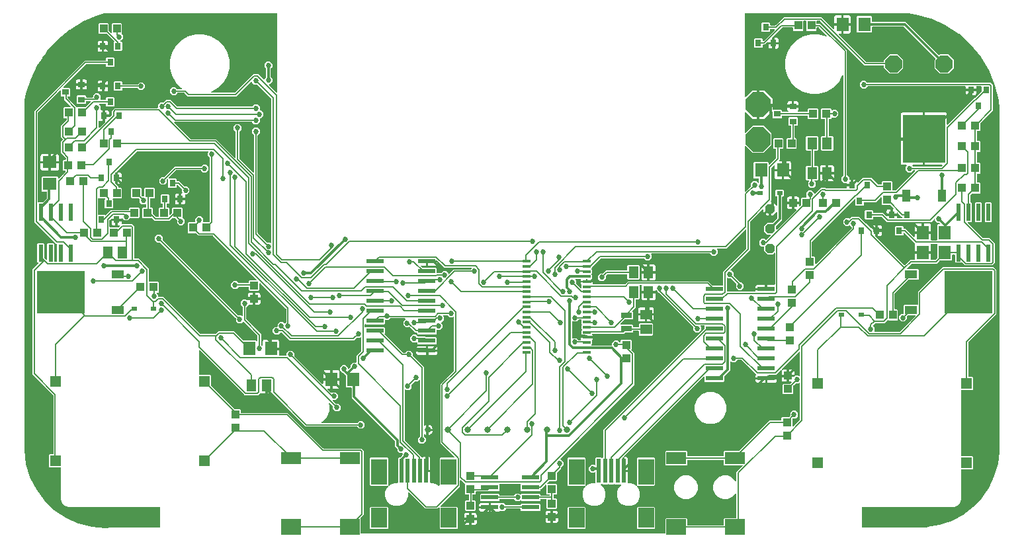
<source format=gbr>
G04 EAGLE Gerber X2 export*
%TF.Part,Single*%
%TF.FileFunction,Copper,L1,Top,Mixed*%
%TF.FilePolarity,Positive*%
%TF.GenerationSoftware,Autodesk,EAGLE,8.7.1*%
%TF.CreationDate,2018-03-30T22:44:39Z*%
G75*
%MOMM*%
%FSLAX34Y34*%
%LPD*%
%AMOC8*
5,1,8,0,0,1.08239X$1,22.5*%
G01*
%ADD10R,1.300000X1.500000*%
%ADD11R,1.600000X1.800000*%
%ADD12R,1.500000X1.300000*%
%ADD13R,1.800000X1.600000*%
%ADD14R,0.800000X0.600000*%
%ADD15R,1.333500X1.333500*%
%ADD16R,1.600000X1.000000*%
%ADD17R,6.200000X5.400000*%
%ADD18R,2.200000X0.600000*%
%ADD19R,5.400000X6.200000*%
%ADD20R,1.000000X1.600000*%
%ADD21R,1.000000X0.350000*%
%ADD22R,0.600000X2.200000*%
%ADD23R,1.400000X0.700000*%
%ADD24R,1.000000X1.100000*%
%ADD25R,1.100000X1.000000*%
%ADD26P,2.336880X8X22.500000*%
%ADD27C,0.812800*%
%ADD28R,0.889000X0.787400*%
%ADD29R,0.787400X0.889000*%
%ADD30P,3.409096X8X22.500000*%
%ADD31R,2.000000X2.500000*%
%ADD32R,2.000000X3.300000*%
%ADD33R,0.500000X3.100000*%
%ADD34P,1.319650X8X112.500000*%
%ADD35R,2.500000X2.000000*%
%ADD36R,2.500000X1.500000*%
%ADD37C,0.152400*%
%ADD38C,0.685800*%
%ADD39C,0.304800*%

G36*
X830384Y8386D02*
X830384Y8386D01*
X830403Y8384D01*
X830505Y8406D01*
X830607Y8422D01*
X830624Y8432D01*
X830644Y8436D01*
X830733Y8489D01*
X830824Y8538D01*
X830838Y8552D01*
X830855Y8562D01*
X830922Y8641D01*
X830994Y8716D01*
X831002Y8734D01*
X831015Y8749D01*
X831054Y8845D01*
X831097Y8939D01*
X831099Y8959D01*
X831107Y8977D01*
X831125Y9144D01*
X831125Y27092D01*
X832018Y27985D01*
X858282Y27985D01*
X859175Y27092D01*
X859175Y19558D01*
X859178Y19538D01*
X859176Y19519D01*
X859198Y19417D01*
X859214Y19315D01*
X859224Y19298D01*
X859228Y19278D01*
X859281Y19189D01*
X859330Y19098D01*
X859344Y19084D01*
X859354Y19067D01*
X859433Y19000D01*
X859508Y18928D01*
X859526Y18920D01*
X859541Y18907D01*
X859637Y18868D01*
X859731Y18825D01*
X859751Y18823D01*
X859769Y18815D01*
X859936Y18797D01*
X905364Y18797D01*
X905384Y18800D01*
X905403Y18798D01*
X905505Y18820D01*
X905607Y18836D01*
X905624Y18846D01*
X905644Y18850D01*
X905733Y18903D01*
X905824Y18952D01*
X905838Y18966D01*
X905855Y18976D01*
X905922Y19055D01*
X905994Y19130D01*
X906002Y19148D01*
X906015Y19163D01*
X906054Y19259D01*
X906097Y19353D01*
X906099Y19373D01*
X906107Y19391D01*
X906125Y19558D01*
X906125Y27092D01*
X907018Y27985D01*
X921258Y27985D01*
X921278Y27988D01*
X921297Y27986D01*
X921399Y28008D01*
X921501Y28024D01*
X921518Y28034D01*
X921538Y28038D01*
X921627Y28091D01*
X921718Y28140D01*
X921732Y28154D01*
X921749Y28164D01*
X921816Y28243D01*
X921888Y28318D01*
X921896Y28336D01*
X921909Y28351D01*
X921948Y28447D01*
X921991Y28541D01*
X921993Y28561D01*
X922001Y28579D01*
X922019Y28746D01*
X922019Y58707D01*
X922004Y58803D01*
X921994Y58900D01*
X921984Y58924D01*
X921980Y58949D01*
X921934Y59035D01*
X921894Y59124D01*
X921877Y59144D01*
X921864Y59167D01*
X921794Y59234D01*
X921728Y59305D01*
X921705Y59318D01*
X921686Y59336D01*
X921598Y59377D01*
X921512Y59424D01*
X921487Y59429D01*
X921463Y59440D01*
X921366Y59450D01*
X921270Y59468D01*
X921244Y59464D01*
X921219Y59467D01*
X921123Y59446D01*
X921027Y59432D01*
X921004Y59420D01*
X920978Y59415D01*
X920895Y59365D01*
X920808Y59320D01*
X920789Y59302D01*
X920767Y59288D01*
X920704Y59214D01*
X920636Y59145D01*
X920620Y59116D01*
X920607Y59101D01*
X920595Y59071D01*
X920555Y58998D01*
X920503Y58872D01*
X916238Y54607D01*
X910666Y52299D01*
X904634Y52299D01*
X899062Y54607D01*
X894797Y58872D01*
X892489Y64444D01*
X892489Y70476D01*
X894797Y76048D01*
X899062Y80313D01*
X904634Y82621D01*
X910666Y82621D01*
X916238Y80313D01*
X920503Y76048D01*
X920555Y75922D01*
X920606Y75839D01*
X920652Y75753D01*
X920670Y75735D01*
X920684Y75713D01*
X920759Y75651D01*
X920830Y75584D01*
X920854Y75573D01*
X920874Y75556D01*
X920965Y75521D01*
X921053Y75480D01*
X921079Y75477D01*
X921103Y75468D01*
X921201Y75464D01*
X921297Y75453D01*
X921323Y75459D01*
X921349Y75458D01*
X921443Y75485D01*
X921538Y75505D01*
X921560Y75519D01*
X921585Y75526D01*
X921665Y75582D01*
X921749Y75632D01*
X921766Y75651D01*
X921787Y75666D01*
X921846Y75745D01*
X921909Y75819D01*
X921919Y75843D01*
X921934Y75864D01*
X921964Y75956D01*
X922001Y76047D01*
X922004Y76079D01*
X922010Y76098D01*
X922010Y76131D01*
X922019Y76213D01*
X922019Y86799D01*
X923582Y88362D01*
X929856Y94636D01*
X929898Y94694D01*
X929947Y94746D01*
X929969Y94793D01*
X929999Y94835D01*
X930020Y94904D01*
X930051Y94969D01*
X930056Y95021D01*
X930072Y95071D01*
X930070Y95142D01*
X930078Y95213D01*
X930067Y95264D01*
X930065Y95316D01*
X930041Y95384D01*
X930026Y95454D01*
X929999Y95499D01*
X929981Y95547D01*
X929936Y95603D01*
X929899Y95665D01*
X929860Y95699D01*
X929827Y95739D01*
X929767Y95778D01*
X929712Y95825D01*
X929664Y95844D01*
X929620Y95872D01*
X929551Y95890D01*
X929484Y95917D01*
X929413Y95925D01*
X929382Y95933D01*
X929358Y95931D01*
X929318Y95935D01*
X907018Y95935D01*
X906125Y96828D01*
X906125Y101854D01*
X906122Y101874D01*
X906124Y101893D01*
X906102Y101995D01*
X906086Y102097D01*
X906076Y102114D01*
X906072Y102134D01*
X906019Y102223D01*
X905970Y102314D01*
X905956Y102328D01*
X905946Y102345D01*
X905867Y102412D01*
X905792Y102484D01*
X905774Y102492D01*
X905759Y102505D01*
X905663Y102544D01*
X905569Y102587D01*
X905549Y102589D01*
X905531Y102597D01*
X905364Y102615D01*
X859936Y102615D01*
X859916Y102612D01*
X859897Y102614D01*
X859795Y102592D01*
X859693Y102576D01*
X859676Y102566D01*
X859656Y102562D01*
X859567Y102509D01*
X859476Y102460D01*
X859462Y102446D01*
X859445Y102436D01*
X859378Y102357D01*
X859306Y102282D01*
X859298Y102264D01*
X859285Y102249D01*
X859246Y102153D01*
X859203Y102059D01*
X859201Y102039D01*
X859193Y102021D01*
X859175Y101854D01*
X859175Y96828D01*
X858282Y95935D01*
X832018Y95935D01*
X831125Y96828D01*
X831125Y113092D01*
X832018Y113985D01*
X858282Y113985D01*
X859175Y113092D01*
X859175Y107950D01*
X859178Y107930D01*
X859176Y107911D01*
X859198Y107809D01*
X859214Y107707D01*
X859224Y107690D01*
X859228Y107670D01*
X859281Y107581D01*
X859330Y107490D01*
X859344Y107476D01*
X859354Y107459D01*
X859433Y107392D01*
X859508Y107320D01*
X859526Y107312D01*
X859541Y107299D01*
X859637Y107260D01*
X859731Y107217D01*
X859751Y107215D01*
X859769Y107207D01*
X859936Y107189D01*
X905364Y107189D01*
X905384Y107192D01*
X905403Y107190D01*
X905505Y107212D01*
X905607Y107228D01*
X905624Y107238D01*
X905644Y107242D01*
X905733Y107295D01*
X905824Y107344D01*
X905838Y107358D01*
X905855Y107368D01*
X905922Y107447D01*
X905994Y107522D01*
X906002Y107540D01*
X906015Y107555D01*
X906054Y107651D01*
X906097Y107745D01*
X906099Y107765D01*
X906107Y107783D01*
X906125Y107950D01*
X906125Y113092D01*
X907018Y113985D01*
X925267Y113985D01*
X925358Y113999D01*
X925448Y114007D01*
X925478Y114019D01*
X925510Y114024D01*
X925591Y114067D01*
X925675Y114103D01*
X925707Y114129D01*
X925728Y114140D01*
X925750Y114163D01*
X925806Y114208D01*
X964507Y152909D01*
X979004Y152909D01*
X979024Y152912D01*
X979043Y152910D01*
X979145Y152932D01*
X979247Y152948D01*
X979264Y152958D01*
X979284Y152962D01*
X979373Y153015D01*
X979464Y153064D01*
X979478Y153078D01*
X979495Y153088D01*
X979562Y153167D01*
X979634Y153242D01*
X979642Y153260D01*
X979655Y153275D01*
X979694Y153371D01*
X979737Y153465D01*
X979739Y153485D01*
X979747Y153503D01*
X979765Y153670D01*
X979765Y156372D01*
X980658Y157265D01*
X989121Y157265D01*
X989212Y157279D01*
X989302Y157287D01*
X989332Y157299D01*
X989364Y157304D01*
X989445Y157347D01*
X989529Y157383D01*
X989561Y157409D01*
X989582Y157420D01*
X989604Y157443D01*
X989660Y157488D01*
X990757Y158585D01*
X990801Y158646D01*
X990835Y158682D01*
X990841Y158695D01*
X990870Y158729D01*
X990882Y158759D01*
X990901Y158785D01*
X990928Y158872D01*
X990962Y158957D01*
X990966Y158998D01*
X990973Y159020D01*
X990972Y159052D01*
X990980Y159124D01*
X990980Y162580D01*
X993882Y165482D01*
X997986Y165482D01*
X1000888Y162580D01*
X1000888Y158476D01*
X997986Y155574D01*
X994576Y155574D01*
X994556Y155571D01*
X994537Y155573D01*
X994435Y155551D01*
X994333Y155535D01*
X994316Y155525D01*
X994296Y155521D01*
X994207Y155468D01*
X994116Y155419D01*
X994102Y155405D01*
X994085Y155395D01*
X994018Y155316D01*
X993946Y155241D01*
X993938Y155223D01*
X993925Y155208D01*
X993886Y155112D01*
X993843Y155018D01*
X993841Y154998D01*
X993833Y154980D01*
X993815Y154813D01*
X993815Y145954D01*
X993826Y145884D01*
X993828Y145812D01*
X993846Y145763D01*
X993854Y145712D01*
X993888Y145648D01*
X993913Y145581D01*
X993945Y145540D01*
X993970Y145494D01*
X994022Y145445D01*
X994066Y145389D01*
X994110Y145361D01*
X994148Y145325D01*
X994213Y145295D01*
X994273Y145256D01*
X994324Y145243D01*
X994371Y145221D01*
X994442Y145213D01*
X994512Y145196D01*
X994564Y145200D01*
X994615Y145194D01*
X994686Y145209D01*
X994757Y145215D01*
X994805Y145235D01*
X994856Y145246D01*
X994917Y145283D01*
X994983Y145311D01*
X995039Y145356D01*
X995067Y145373D01*
X995082Y145390D01*
X995114Y145416D01*
X1003330Y153632D01*
X1003383Y153706D01*
X1003443Y153776D01*
X1003455Y153806D01*
X1003474Y153832D01*
X1003501Y153919D01*
X1003535Y154004D01*
X1003539Y154045D01*
X1003546Y154067D01*
X1003545Y154099D01*
X1003553Y154171D01*
X1003553Y200452D01*
X1003542Y200523D01*
X1003540Y200594D01*
X1003522Y200643D01*
X1003514Y200695D01*
X1003480Y200758D01*
X1003455Y200825D01*
X1003423Y200866D01*
X1003398Y200912D01*
X1003347Y200961D01*
X1003302Y201017D01*
X1003258Y201045D01*
X1003220Y201081D01*
X1003155Y201112D01*
X1003095Y201150D01*
X1003044Y201163D01*
X1002997Y201185D01*
X1002926Y201193D01*
X1002856Y201210D01*
X1002804Y201206D01*
X1002753Y201212D01*
X1002682Y201197D01*
X1002611Y201191D01*
X1002563Y201171D01*
X1002512Y201160D01*
X1002451Y201123D01*
X1002385Y201095D01*
X1002329Y201050D01*
X1002301Y201034D01*
X1002286Y201016D01*
X1002254Y200990D01*
X1001796Y200532D01*
X998339Y200532D01*
X998249Y200518D01*
X998158Y200510D01*
X998129Y200498D01*
X998097Y200493D01*
X998016Y200450D01*
X997932Y200414D01*
X997900Y200388D01*
X997879Y200377D01*
X997857Y200354D01*
X997801Y200309D01*
X995308Y197816D01*
X995255Y197742D01*
X995195Y197672D01*
X995183Y197642D01*
X995164Y197616D01*
X995137Y197529D01*
X995103Y197444D01*
X995099Y197403D01*
X995092Y197381D01*
X995093Y197349D01*
X995085Y197277D01*
X995085Y187798D01*
X994192Y186905D01*
X981928Y186905D01*
X981035Y187798D01*
X981035Y199062D01*
X981928Y199955D01*
X990663Y199955D01*
X990754Y199969D01*
X990844Y199977D01*
X990874Y199989D01*
X990906Y199994D01*
X990987Y200037D01*
X991071Y200073D01*
X991103Y200099D01*
X991124Y200110D01*
X991146Y200133D01*
X991202Y200178D01*
X992614Y201590D01*
X992656Y201648D01*
X992705Y201700D01*
X992727Y201747D01*
X992757Y201789D01*
X992778Y201858D01*
X992809Y201923D01*
X992814Y201975D01*
X992830Y202025D01*
X992828Y202096D01*
X992836Y202167D01*
X992825Y202218D01*
X992823Y202270D01*
X992799Y202338D01*
X992784Y202408D01*
X992757Y202453D01*
X992739Y202501D01*
X992694Y202557D01*
X992657Y202619D01*
X992618Y202653D01*
X992585Y202693D01*
X992525Y202732D01*
X992470Y202779D01*
X992422Y202798D01*
X992378Y202826D01*
X992309Y202844D01*
X992242Y202871D01*
X992171Y202879D01*
X992140Y202887D01*
X992116Y202885D01*
X992076Y202889D01*
X989583Y202889D01*
X989583Y208907D01*
X995844Y208907D01*
X995934Y208922D01*
X996025Y208929D01*
X996055Y208941D01*
X996087Y208947D01*
X996167Y208989D01*
X996251Y209025D01*
X996283Y209051D01*
X996304Y209062D01*
X996326Y209085D01*
X996382Y209130D01*
X997692Y210440D01*
X1001796Y210440D01*
X1002254Y209982D01*
X1002312Y209940D01*
X1002364Y209891D01*
X1002411Y209869D01*
X1002453Y209838D01*
X1002522Y209817D01*
X1002587Y209787D01*
X1002639Y209781D01*
X1002689Y209766D01*
X1002760Y209768D01*
X1002831Y209760D01*
X1002882Y209771D01*
X1002934Y209772D01*
X1003002Y209797D01*
X1003072Y209812D01*
X1003117Y209839D01*
X1003165Y209857D01*
X1003221Y209902D01*
X1003283Y209938D01*
X1003317Y209978D01*
X1003357Y210011D01*
X1003396Y210071D01*
X1003443Y210125D01*
X1003462Y210174D01*
X1003490Y210217D01*
X1003508Y210287D01*
X1003535Y210353D01*
X1003543Y210425D01*
X1003551Y210456D01*
X1003549Y210479D01*
X1003553Y210520D01*
X1003553Y240038D01*
X1003542Y240108D01*
X1003540Y240180D01*
X1003522Y240229D01*
X1003514Y240280D01*
X1003480Y240344D01*
X1003455Y240411D01*
X1003423Y240452D01*
X1003398Y240498D01*
X1003347Y240547D01*
X1003302Y240603D01*
X1003258Y240631D01*
X1003220Y240667D01*
X1003155Y240697D01*
X1003095Y240736D01*
X1003044Y240749D01*
X1002997Y240771D01*
X1002926Y240779D01*
X1002856Y240796D01*
X1002804Y240792D01*
X1002753Y240798D01*
X1002682Y240783D01*
X1002611Y240777D01*
X1002563Y240757D01*
X1002512Y240746D01*
X1002451Y240709D01*
X1002385Y240681D01*
X1002329Y240636D01*
X1002301Y240619D01*
X1002286Y240602D01*
X1002254Y240576D01*
X980690Y219012D01*
X980676Y218993D01*
X980657Y218977D01*
X980631Y218935D01*
X980613Y218916D01*
X980598Y218884D01*
X980547Y218813D01*
X980540Y218790D01*
X980527Y218769D01*
X980504Y218672D01*
X980474Y218578D01*
X980475Y218553D01*
X980469Y218530D01*
X980478Y218431D01*
X980481Y218332D01*
X980489Y218309D01*
X980491Y218285D01*
X980531Y218194D01*
X980565Y218101D01*
X980580Y218082D01*
X980590Y218060D01*
X980657Y217986D01*
X980719Y217909D01*
X980739Y217896D01*
X980755Y217878D01*
X980842Y217829D01*
X980926Y217776D01*
X980949Y217770D01*
X980970Y217758D01*
X981068Y217740D01*
X981164Y217716D01*
X981188Y217717D01*
X981212Y217713D01*
X981310Y217727D01*
X981410Y217735D01*
X981432Y217744D01*
X981456Y217747D01*
X981555Y217791D01*
X982226Y217971D01*
X986537Y217971D01*
X986537Y211953D01*
X980019Y211953D01*
X980019Y215764D01*
X980194Y216418D01*
X980198Y216423D01*
X980227Y216518D01*
X980262Y216611D01*
X980263Y216635D01*
X980270Y216658D01*
X980268Y216757D01*
X980271Y216857D01*
X980264Y216880D01*
X980264Y216904D01*
X980230Y216997D01*
X980201Y217092D01*
X980188Y217112D01*
X980179Y217135D01*
X980117Y217213D01*
X980060Y217294D01*
X980041Y217308D01*
X980026Y217327D01*
X979942Y217381D01*
X979862Y217440D01*
X979839Y217447D01*
X979819Y217460D01*
X979722Y217484D01*
X979628Y217514D01*
X979604Y217514D01*
X979580Y217520D01*
X979481Y217512D01*
X979382Y217511D01*
X979359Y217503D01*
X979335Y217501D01*
X979244Y217462D01*
X979150Y217429D01*
X979131Y217414D01*
X979109Y217405D01*
X978978Y217300D01*
X973778Y212100D01*
X973753Y212065D01*
X973720Y212035D01*
X973681Y211966D01*
X973635Y211901D01*
X973622Y211859D01*
X973601Y211821D01*
X973586Y211742D01*
X973562Y211666D01*
X973564Y211622D01*
X973556Y211579D01*
X973567Y211500D01*
X973569Y211420D01*
X973584Y211379D01*
X973590Y211335D01*
X973648Y211202D01*
X973653Y211189D01*
X973655Y211186D01*
X973657Y211182D01*
X973768Y210991D01*
X973941Y210344D01*
X973941Y208509D01*
X961138Y208509D01*
X961119Y208506D01*
X961099Y208508D01*
X960997Y208486D01*
X960895Y208470D01*
X960878Y208460D01*
X960858Y208456D01*
X960769Y208403D01*
X960678Y208354D01*
X960664Y208340D01*
X960647Y208330D01*
X960580Y208251D01*
X960509Y208176D01*
X960500Y208158D01*
X960487Y208143D01*
X960448Y208046D01*
X960405Y207953D01*
X960403Y207933D01*
X960396Y207915D01*
X960383Y207991D01*
X960374Y208008D01*
X960370Y208028D01*
X960317Y208117D01*
X960268Y208208D01*
X960254Y208222D01*
X960244Y208239D01*
X960165Y208306D01*
X960090Y208378D01*
X960072Y208386D01*
X960057Y208399D01*
X959960Y208438D01*
X959867Y208481D01*
X959847Y208483D01*
X959829Y208491D01*
X959662Y208509D01*
X946859Y208509D01*
X946859Y210344D01*
X947032Y210991D01*
X947217Y211310D01*
X947232Y211351D01*
X947256Y211388D01*
X947275Y211465D01*
X947304Y211540D01*
X947305Y211584D01*
X947316Y211626D01*
X947310Y211705D01*
X947313Y211785D01*
X947300Y211828D01*
X947297Y211871D01*
X947265Y211945D01*
X947243Y212021D01*
X947218Y212057D01*
X947200Y212098D01*
X947110Y212211D01*
X947101Y212223D01*
X947099Y212225D01*
X947096Y212229D01*
X946180Y213144D01*
X928916Y230408D01*
X928842Y230461D01*
X928772Y230521D01*
X928742Y230533D01*
X928716Y230552D01*
X928629Y230579D01*
X928544Y230613D01*
X928503Y230617D01*
X928481Y230624D01*
X928449Y230623D01*
X928377Y230631D01*
X923244Y230631D01*
X923154Y230617D01*
X923063Y230609D01*
X923033Y230597D01*
X923001Y230592D01*
X922921Y230549D01*
X922837Y230513D01*
X922805Y230487D01*
X922784Y230476D01*
X922762Y230453D01*
X922706Y230408D01*
X920262Y227964D01*
X916158Y227964D01*
X915700Y228422D01*
X915642Y228464D01*
X915590Y228513D01*
X915543Y228535D01*
X915501Y228566D01*
X915432Y228587D01*
X915367Y228617D01*
X915315Y228623D01*
X915265Y228638D01*
X915194Y228636D01*
X915123Y228644D01*
X915072Y228633D01*
X915020Y228632D01*
X914952Y228607D01*
X914882Y228592D01*
X914837Y228565D01*
X914789Y228547D01*
X914733Y228502D01*
X914671Y228466D01*
X914637Y228426D01*
X914597Y228393D01*
X914558Y228333D01*
X914511Y228279D01*
X914492Y228230D01*
X914464Y228187D01*
X914446Y228117D01*
X914419Y228051D01*
X914411Y227979D01*
X914403Y227948D01*
X914405Y227925D01*
X914401Y227884D01*
X914401Y217177D01*
X906548Y209324D01*
X906495Y209250D01*
X906435Y209181D01*
X906423Y209151D01*
X906404Y209124D01*
X906377Y209037D01*
X906343Y208953D01*
X906339Y208912D01*
X906332Y208889D01*
X906333Y208857D01*
X906325Y208786D01*
X906325Y203378D01*
X905432Y202485D01*
X882168Y202485D01*
X881275Y203378D01*
X881275Y208438D01*
X881264Y208508D01*
X881262Y208580D01*
X881244Y208629D01*
X881236Y208680D01*
X881202Y208744D01*
X881177Y208811D01*
X881145Y208852D01*
X881120Y208898D01*
X881069Y208947D01*
X881024Y209003D01*
X880980Y209031D01*
X880942Y209067D01*
X880877Y209097D01*
X880817Y209136D01*
X880766Y209149D01*
X880719Y209171D01*
X880648Y209179D01*
X880578Y209196D01*
X880526Y209192D01*
X880475Y209198D01*
X880404Y209183D01*
X880333Y209177D01*
X880285Y209157D01*
X880234Y209146D01*
X880173Y209109D01*
X880107Y209081D01*
X880051Y209036D01*
X880023Y209019D01*
X880008Y209002D01*
X879976Y208976D01*
X778760Y107760D01*
X778718Y107702D01*
X778669Y107650D01*
X778647Y107603D01*
X778617Y107561D01*
X778596Y107492D01*
X778565Y107427D01*
X778560Y107375D01*
X778544Y107325D01*
X778546Y107254D01*
X778538Y107183D01*
X778541Y107169D01*
X778500Y107166D01*
X778449Y107172D01*
X778378Y107157D01*
X778307Y107151D01*
X778259Y107131D01*
X778208Y107120D01*
X778147Y107083D01*
X778081Y107055D01*
X778025Y107010D01*
X777997Y106993D01*
X777982Y106976D01*
X777950Y106950D01*
X776974Y105974D01*
X776921Y105900D01*
X776861Y105830D01*
X776849Y105800D01*
X776830Y105774D01*
X776803Y105687D01*
X776769Y105602D01*
X776765Y105561D01*
X776758Y105539D01*
X776759Y105507D01*
X776751Y105435D01*
X776751Y88908D01*
X776754Y88889D01*
X776752Y88869D01*
X776774Y88767D01*
X776790Y88665D01*
X776800Y88648D01*
X776804Y88628D01*
X776857Y88539D01*
X776906Y88448D01*
X776920Y88434D01*
X776930Y88417D01*
X777009Y88350D01*
X777084Y88279D01*
X777102Y88270D01*
X777117Y88257D01*
X777213Y88219D01*
X777307Y88175D01*
X777327Y88173D01*
X777345Y88165D01*
X777512Y88147D01*
X777727Y88147D01*
X777727Y87932D01*
X777730Y87912D01*
X777728Y87892D01*
X777750Y87791D01*
X777767Y87689D01*
X777776Y87672D01*
X777780Y87652D01*
X777833Y87563D01*
X777882Y87472D01*
X777896Y87458D01*
X777906Y87441D01*
X777985Y87374D01*
X778060Y87302D01*
X778078Y87294D01*
X778093Y87281D01*
X778190Y87242D01*
X778283Y87199D01*
X778303Y87197D01*
X778321Y87189D01*
X778488Y87171D01*
X783041Y87171D01*
X783041Y73842D01*
X783043Y73826D01*
X783042Y73811D01*
X783042Y73808D01*
X783042Y73803D01*
X783064Y73701D01*
X783080Y73599D01*
X783090Y73582D01*
X783094Y73562D01*
X783147Y73473D01*
X783196Y73382D01*
X783210Y73368D01*
X783220Y73351D01*
X783299Y73284D01*
X783374Y73212D01*
X783392Y73204D01*
X783407Y73191D01*
X783503Y73152D01*
X783597Y73109D01*
X783617Y73107D01*
X783635Y73099D01*
X783802Y73081D01*
X786916Y73081D01*
X792305Y70849D01*
X793676Y69478D01*
X793734Y69436D01*
X793786Y69386D01*
X793833Y69365D01*
X793875Y69334D01*
X793944Y69313D01*
X794009Y69283D01*
X794061Y69277D01*
X794111Y69262D01*
X794182Y69264D01*
X794253Y69256D01*
X794304Y69267D01*
X794356Y69268D01*
X794424Y69293D01*
X794494Y69308D01*
X794539Y69335D01*
X794587Y69353D01*
X794643Y69397D01*
X794705Y69434D01*
X794739Y69474D01*
X794779Y69506D01*
X794818Y69567D01*
X794865Y69621D01*
X794884Y69669D01*
X794912Y69713D01*
X794930Y69783D01*
X794957Y69849D01*
X794965Y69921D01*
X794973Y69952D01*
X794971Y69975D01*
X794975Y70016D01*
X794975Y104552D01*
X795868Y105445D01*
X817132Y105445D01*
X818025Y104552D01*
X818025Y70288D01*
X817132Y69395D01*
X795596Y69395D01*
X795525Y69384D01*
X795454Y69382D01*
X795405Y69364D01*
X795353Y69356D01*
X795290Y69322D01*
X795223Y69297D01*
X795182Y69265D01*
X795136Y69240D01*
X795086Y69188D01*
X795030Y69144D01*
X795002Y69100D01*
X794966Y69062D01*
X794936Y68997D01*
X794897Y68937D01*
X794885Y68886D01*
X794863Y68839D01*
X794855Y68768D01*
X794837Y68698D01*
X794841Y68646D01*
X794836Y68595D01*
X794851Y68524D01*
X794857Y68453D01*
X794877Y68405D01*
X794888Y68354D01*
X794925Y68293D01*
X794953Y68227D01*
X794998Y68171D01*
X795014Y68143D01*
X795032Y68128D01*
X795058Y68096D01*
X796429Y66725D01*
X798661Y61336D01*
X798661Y55504D01*
X796429Y50115D01*
X792305Y45991D01*
X786916Y43759D01*
X781084Y43759D01*
X775695Y45991D01*
X771571Y50115D01*
X769339Y55504D01*
X769339Y61336D01*
X771571Y66725D01*
X774376Y69529D01*
X774421Y69592D01*
X774444Y69616D01*
X774453Y69637D01*
X774515Y69721D01*
X774517Y69725D01*
X774519Y69729D01*
X774554Y69841D01*
X774590Y69956D01*
X774590Y69960D01*
X774591Y69964D01*
X774588Y70080D01*
X774587Y70202D01*
X774585Y70205D01*
X774585Y70210D01*
X774544Y70321D01*
X774505Y70433D01*
X774502Y70437D01*
X774501Y70441D01*
X774426Y70534D01*
X774353Y70627D01*
X774349Y70630D01*
X774347Y70633D01*
X774335Y70640D01*
X774218Y70726D01*
X773940Y70887D01*
X773655Y71172D01*
X773581Y71225D01*
X773511Y71285D01*
X773481Y71297D01*
X773455Y71316D01*
X773368Y71343D01*
X773283Y71377D01*
X773242Y71381D01*
X773220Y71388D01*
X773188Y71387D01*
X773116Y71395D01*
X766868Y71395D01*
X766538Y71725D01*
X766522Y71737D01*
X766510Y71753D01*
X766423Y71809D01*
X766339Y71869D01*
X766320Y71875D01*
X766303Y71886D01*
X766202Y71911D01*
X766103Y71941D01*
X766084Y71941D01*
X766064Y71946D01*
X765961Y71938D01*
X765858Y71935D01*
X765839Y71928D01*
X765819Y71927D01*
X765724Y71886D01*
X765627Y71851D01*
X765611Y71838D01*
X765593Y71830D01*
X765462Y71725D01*
X765132Y71395D01*
X758868Y71395D01*
X758538Y71725D01*
X758522Y71737D01*
X758510Y71753D01*
X758423Y71809D01*
X758339Y71869D01*
X758320Y71875D01*
X758303Y71886D01*
X758202Y71911D01*
X758103Y71941D01*
X758084Y71941D01*
X758064Y71946D01*
X757961Y71938D01*
X757858Y71935D01*
X757839Y71928D01*
X757819Y71927D01*
X757724Y71886D01*
X757627Y71851D01*
X757611Y71838D01*
X757593Y71830D01*
X757462Y71725D01*
X757132Y71395D01*
X750868Y71395D01*
X750538Y71725D01*
X750522Y71737D01*
X750510Y71753D01*
X750422Y71809D01*
X750339Y71869D01*
X750320Y71875D01*
X750303Y71886D01*
X750202Y71911D01*
X750103Y71941D01*
X750084Y71941D01*
X750064Y71946D01*
X749961Y71938D01*
X749858Y71935D01*
X749839Y71928D01*
X749819Y71927D01*
X749724Y71886D01*
X749627Y71851D01*
X749611Y71838D01*
X749593Y71830D01*
X749462Y71725D01*
X748983Y71247D01*
X748972Y71231D01*
X748956Y71218D01*
X748900Y71131D01*
X748840Y71047D01*
X748834Y71028D01*
X748823Y71011D01*
X748798Y70911D01*
X748767Y70812D01*
X748768Y70792D01*
X748763Y70773D01*
X748771Y70670D01*
X748774Y70566D01*
X748780Y70547D01*
X748782Y70528D01*
X748822Y70433D01*
X748858Y70335D01*
X748871Y70319D01*
X748878Y70301D01*
X748983Y70170D01*
X752429Y66725D01*
X754661Y61336D01*
X754661Y55504D01*
X752429Y50115D01*
X748305Y45991D01*
X742916Y43759D01*
X737084Y43759D01*
X731695Y45991D01*
X727571Y50115D01*
X725339Y55504D01*
X725339Y61336D01*
X727571Y66725D01*
X728942Y68096D01*
X728984Y68154D01*
X729034Y68206D01*
X729055Y68253D01*
X729086Y68295D01*
X729107Y68364D01*
X729137Y68429D01*
X729143Y68481D01*
X729158Y68531D01*
X729156Y68602D01*
X729164Y68673D01*
X729153Y68724D01*
X729152Y68776D01*
X729127Y68844D01*
X729112Y68914D01*
X729085Y68959D01*
X729067Y69007D01*
X729023Y69063D01*
X728986Y69125D01*
X728946Y69159D01*
X728914Y69199D01*
X728853Y69238D01*
X728799Y69285D01*
X728751Y69304D01*
X728707Y69332D01*
X728637Y69350D01*
X728571Y69377D01*
X728499Y69385D01*
X728468Y69393D01*
X728445Y69391D01*
X728404Y69395D01*
X706868Y69395D01*
X705975Y70288D01*
X705975Y104552D01*
X706868Y105445D01*
X728132Y105445D01*
X729025Y104552D01*
X729025Y70016D01*
X729026Y70008D01*
X729026Y70005D01*
X729029Y69989D01*
X729036Y69945D01*
X729038Y69874D01*
X729056Y69825D01*
X729064Y69773D01*
X729098Y69710D01*
X729123Y69643D01*
X729155Y69602D01*
X729180Y69556D01*
X729232Y69506D01*
X729276Y69450D01*
X729320Y69422D01*
X729358Y69386D01*
X729423Y69356D01*
X729483Y69317D01*
X729534Y69305D01*
X729581Y69283D01*
X729652Y69275D01*
X729722Y69257D01*
X729774Y69261D01*
X729825Y69256D01*
X729896Y69271D01*
X729967Y69277D01*
X730015Y69297D01*
X730066Y69308D01*
X730127Y69345D01*
X730193Y69373D01*
X730249Y69418D01*
X730277Y69434D01*
X730292Y69452D01*
X730324Y69478D01*
X731695Y70849D01*
X737084Y73081D01*
X741214Y73081D01*
X741234Y73084D01*
X741253Y73082D01*
X741355Y73104D01*
X741457Y73120D01*
X741474Y73130D01*
X741494Y73134D01*
X741583Y73187D01*
X741674Y73236D01*
X741688Y73250D01*
X741705Y73260D01*
X741772Y73339D01*
X741844Y73414D01*
X741852Y73432D01*
X741865Y73447D01*
X741904Y73543D01*
X741947Y73637D01*
X741949Y73657D01*
X741957Y73675D01*
X741975Y73842D01*
X741975Y85940D01*
X741964Y86011D01*
X741962Y86082D01*
X741944Y86131D01*
X741936Y86183D01*
X741902Y86246D01*
X741877Y86313D01*
X741845Y86354D01*
X741820Y86400D01*
X741768Y86449D01*
X741724Y86505D01*
X741680Y86533D01*
X741642Y86569D01*
X741577Y86600D01*
X741517Y86638D01*
X741466Y86651D01*
X741419Y86673D01*
X741348Y86681D01*
X741278Y86698D01*
X741226Y86694D01*
X741175Y86700D01*
X741104Y86685D01*
X741033Y86679D01*
X740985Y86659D01*
X740934Y86648D01*
X740873Y86611D01*
X740807Y86583D01*
X740751Y86538D01*
X740723Y86522D01*
X740708Y86504D01*
X740676Y86478D01*
X740430Y86232D01*
X736326Y86232D01*
X733424Y89134D01*
X733424Y93238D01*
X736326Y96140D01*
X740430Y96140D01*
X740676Y95894D01*
X740734Y95852D01*
X740786Y95803D01*
X740833Y95781D01*
X740875Y95750D01*
X740944Y95729D01*
X741009Y95699D01*
X741061Y95693D01*
X741111Y95678D01*
X741182Y95680D01*
X741253Y95672D01*
X741304Y95683D01*
X741356Y95684D01*
X741424Y95709D01*
X741494Y95724D01*
X741539Y95751D01*
X741587Y95769D01*
X741643Y95814D01*
X741705Y95850D01*
X741739Y95890D01*
X741779Y95922D01*
X741818Y95983D01*
X741865Y96037D01*
X741884Y96086D01*
X741912Y96129D01*
X741930Y96199D01*
X741957Y96265D01*
X741965Y96337D01*
X741973Y96368D01*
X741971Y96391D01*
X741975Y96432D01*
X741975Y104552D01*
X742868Y105445D01*
X749132Y105445D01*
X749462Y105115D01*
X749478Y105103D01*
X749490Y105087D01*
X749577Y105031D01*
X749661Y104971D01*
X749680Y104965D01*
X749697Y104954D01*
X749798Y104929D01*
X749897Y104899D01*
X749916Y104899D01*
X749936Y104894D01*
X750039Y104902D01*
X750142Y104905D01*
X750161Y104912D01*
X750181Y104913D01*
X750276Y104954D01*
X750373Y104989D01*
X750389Y105002D01*
X750407Y105010D01*
X750538Y105115D01*
X750868Y105445D01*
X751332Y105445D01*
X751352Y105448D01*
X751371Y105446D01*
X751473Y105468D01*
X751575Y105484D01*
X751592Y105494D01*
X751612Y105498D01*
X751701Y105551D01*
X751792Y105600D01*
X751806Y105614D01*
X751823Y105624D01*
X751890Y105703D01*
X751962Y105778D01*
X751970Y105796D01*
X751983Y105811D01*
X752022Y105907D01*
X752065Y106001D01*
X752067Y106021D01*
X752075Y106039D01*
X752093Y106206D01*
X752093Y141663D01*
X881052Y270622D01*
X881105Y270696D01*
X881165Y270766D01*
X881177Y270796D01*
X881196Y270822D01*
X881223Y270909D01*
X881257Y270994D01*
X881261Y271035D01*
X881268Y271057D01*
X881267Y271089D01*
X881275Y271161D01*
X881275Y274066D01*
X881273Y274083D01*
X881274Y274098D01*
X881274Y274101D01*
X881274Y274105D01*
X881252Y274207D01*
X881236Y274309D01*
X881226Y274326D01*
X881222Y274346D01*
X881169Y274435D01*
X881120Y274526D01*
X881106Y274540D01*
X881096Y274557D01*
X881017Y274624D01*
X880942Y274696D01*
X880924Y274704D01*
X880909Y274717D01*
X880813Y274756D01*
X880719Y274799D01*
X880699Y274801D01*
X880681Y274809D01*
X880514Y274827D01*
X876762Y274827D01*
X876691Y274816D01*
X876620Y274814D01*
X876571Y274796D01*
X876519Y274788D01*
X876456Y274754D01*
X876389Y274729D01*
X876348Y274697D01*
X876302Y274672D01*
X876253Y274621D01*
X876197Y274576D01*
X876169Y274532D01*
X876133Y274494D01*
X876102Y274429D01*
X876064Y274369D01*
X876051Y274318D01*
X876029Y274271D01*
X876021Y274200D01*
X876004Y274130D01*
X876008Y274078D01*
X876002Y274027D01*
X876017Y273956D01*
X876023Y273885D01*
X876043Y273837D01*
X876054Y273786D01*
X876091Y273725D01*
X876119Y273659D01*
X876164Y273603D01*
X876180Y273575D01*
X876186Y273570D01*
X876187Y273568D01*
X876201Y273557D01*
X876224Y273528D01*
X876682Y273070D01*
X876682Y268966D01*
X873780Y266064D01*
X869676Y266064D01*
X866774Y268966D01*
X866774Y272423D01*
X866760Y272513D01*
X866752Y272604D01*
X866740Y272633D01*
X866735Y272665D01*
X866692Y272746D01*
X866656Y272830D01*
X866630Y272862D01*
X866619Y272883D01*
X866596Y272905D01*
X866551Y272961D01*
X822998Y316514D01*
X821326Y318186D01*
X821317Y318207D01*
X821291Y318239D01*
X821280Y318260D01*
X821257Y318282D01*
X821212Y318338D01*
X819940Y319610D01*
X819882Y319652D01*
X819830Y319701D01*
X819783Y319723D01*
X819741Y319754D01*
X819672Y319775D01*
X819607Y319805D01*
X819555Y319811D01*
X819505Y319826D01*
X819434Y319824D01*
X819363Y319832D01*
X819312Y319821D01*
X819260Y319820D01*
X819192Y319795D01*
X819122Y319780D01*
X819077Y319753D01*
X819029Y319735D01*
X818973Y319690D01*
X818911Y319654D01*
X818877Y319614D01*
X818837Y319581D01*
X818798Y319521D01*
X818751Y319467D01*
X818732Y319418D01*
X818704Y319375D01*
X818686Y319305D01*
X818659Y319239D01*
X818651Y319167D01*
X818643Y319136D01*
X818645Y319113D01*
X818641Y319072D01*
X818641Y319023D01*
X810362Y319023D01*
X810342Y319020D01*
X810323Y319022D01*
X810221Y319000D01*
X810119Y318983D01*
X810102Y318974D01*
X810082Y318970D01*
X809993Y318917D01*
X809902Y318868D01*
X809888Y318854D01*
X809871Y318844D01*
X809804Y318765D01*
X809733Y318690D01*
X809724Y318672D01*
X809711Y318657D01*
X809672Y318561D01*
X809629Y318467D01*
X809627Y318447D01*
X809619Y318429D01*
X809601Y318262D01*
X809601Y317499D01*
X809599Y317499D01*
X809599Y318262D01*
X809596Y318282D01*
X809598Y318301D01*
X809576Y318403D01*
X809559Y318505D01*
X809550Y318522D01*
X809546Y318542D01*
X809493Y318631D01*
X809444Y318722D01*
X809430Y318736D01*
X809420Y318753D01*
X809341Y318820D01*
X809266Y318891D01*
X809248Y318900D01*
X809233Y318913D01*
X809137Y318952D01*
X809043Y318995D01*
X809023Y318997D01*
X809005Y319005D01*
X808838Y319023D01*
X800559Y319023D01*
X800559Y325334D01*
X800653Y325685D01*
X800665Y325804D01*
X800678Y325921D01*
X800677Y325926D01*
X800678Y325930D01*
X800651Y326046D01*
X800626Y326162D01*
X800624Y326165D01*
X800623Y326169D01*
X800561Y326271D01*
X800500Y326373D01*
X800497Y326376D01*
X800494Y326379D01*
X800403Y326456D01*
X800313Y326533D01*
X800309Y326534D01*
X800306Y326537D01*
X800196Y326580D01*
X800085Y326625D01*
X800080Y326625D01*
X800077Y326627D01*
X800063Y326627D01*
X799918Y326643D01*
X799386Y326643D01*
X799366Y326640D01*
X799347Y326642D01*
X799245Y326620D01*
X799143Y326604D01*
X799126Y326594D01*
X799106Y326590D01*
X799017Y326537D01*
X798926Y326488D01*
X798912Y326474D01*
X798895Y326464D01*
X798828Y326385D01*
X798756Y326310D01*
X798748Y326292D01*
X798735Y326277D01*
X798696Y326181D01*
X798653Y326087D01*
X798651Y326067D01*
X798643Y326049D01*
X798625Y325882D01*
X798625Y309368D01*
X797732Y308475D01*
X794004Y308475D01*
X793984Y308472D01*
X793965Y308474D01*
X793863Y308452D01*
X793761Y308436D01*
X793744Y308426D01*
X793724Y308422D01*
X793635Y308369D01*
X793544Y308320D01*
X793530Y308306D01*
X793513Y308296D01*
X793446Y308217D01*
X793374Y308142D01*
X793366Y308124D01*
X793353Y308109D01*
X793314Y308013D01*
X793271Y307919D01*
X793269Y307899D01*
X793261Y307881D01*
X793243Y307714D01*
X793243Y297503D01*
X789211Y293471D01*
X789200Y293455D01*
X789184Y293443D01*
X789128Y293356D01*
X789068Y293272D01*
X789062Y293253D01*
X789051Y293236D01*
X789026Y293135D01*
X788995Y293037D01*
X788996Y293017D01*
X788991Y292997D01*
X788999Y292894D01*
X789002Y292791D01*
X789009Y292772D01*
X789010Y292752D01*
X789051Y292657D01*
X789086Y292560D01*
X789099Y292544D01*
X789107Y292526D01*
X789211Y292395D01*
X789575Y292032D01*
X789575Y283768D01*
X788682Y282875D01*
X779693Y282875D01*
X779602Y282861D01*
X779512Y282853D01*
X779482Y282841D01*
X779450Y282836D01*
X779369Y282793D01*
X779285Y282757D01*
X779253Y282731D01*
X779232Y282720D01*
X779210Y282697D01*
X779154Y282652D01*
X773726Y277224D01*
X773684Y277166D01*
X773635Y277114D01*
X773613Y277067D01*
X773583Y277025D01*
X773562Y276956D01*
X773531Y276891D01*
X773526Y276839D01*
X773510Y276789D01*
X773512Y276718D01*
X773504Y276647D01*
X773515Y276596D01*
X773517Y276544D01*
X773541Y276476D01*
X773556Y276406D01*
X773583Y276361D01*
X773601Y276313D01*
X773646Y276257D01*
X773683Y276195D01*
X773722Y276161D01*
X773755Y276121D01*
X773815Y276082D01*
X773870Y276035D01*
X773918Y276016D01*
X773962Y275988D01*
X774031Y275970D01*
X774098Y275943D01*
X774169Y275935D01*
X774200Y275927D01*
X774224Y275929D01*
X774264Y275925D01*
X788682Y275925D01*
X789575Y275032D01*
X789575Y273304D01*
X789578Y273284D01*
X789576Y273265D01*
X789598Y273163D01*
X789614Y273061D01*
X789624Y273044D01*
X789628Y273024D01*
X789681Y272935D01*
X789730Y272844D01*
X789744Y272830D01*
X789754Y272813D01*
X789833Y272746D01*
X789908Y272674D01*
X789926Y272666D01*
X789941Y272653D01*
X790037Y272614D01*
X790131Y272571D01*
X790151Y272569D01*
X790169Y272561D01*
X790336Y272543D01*
X796664Y272543D01*
X796684Y272546D01*
X796703Y272544D01*
X796805Y272566D01*
X796907Y272582D01*
X796924Y272592D01*
X796944Y272596D01*
X797033Y272649D01*
X797124Y272698D01*
X797138Y272712D01*
X797155Y272722D01*
X797222Y272801D01*
X797294Y272876D01*
X797302Y272894D01*
X797315Y272909D01*
X797354Y273005D01*
X797397Y273099D01*
X797399Y273119D01*
X797407Y273137D01*
X797425Y273304D01*
X797425Y277032D01*
X798318Y277925D01*
X814582Y277925D01*
X815475Y277032D01*
X815475Y262768D01*
X814582Y261875D01*
X798318Y261875D01*
X797425Y262768D01*
X797425Y267208D01*
X797422Y267228D01*
X797424Y267247D01*
X797402Y267349D01*
X797386Y267451D01*
X797376Y267468D01*
X797372Y267488D01*
X797319Y267577D01*
X797270Y267668D01*
X797256Y267682D01*
X797246Y267699D01*
X797167Y267766D01*
X797092Y267838D01*
X797074Y267846D01*
X797059Y267859D01*
X796963Y267898D01*
X796869Y267941D01*
X796849Y267943D01*
X796831Y267951D01*
X796664Y267969D01*
X790336Y267969D01*
X790316Y267966D01*
X790297Y267968D01*
X790195Y267946D01*
X790093Y267930D01*
X790076Y267920D01*
X790056Y267916D01*
X789967Y267863D01*
X789876Y267814D01*
X789862Y267800D01*
X789845Y267790D01*
X789778Y267711D01*
X789706Y267636D01*
X789698Y267618D01*
X789685Y267603D01*
X789646Y267507D01*
X789603Y267413D01*
X789601Y267393D01*
X789593Y267375D01*
X789575Y267208D01*
X789575Y266768D01*
X788682Y265875D01*
X780219Y265875D01*
X780128Y265861D01*
X780038Y265853D01*
X780008Y265841D01*
X779976Y265836D01*
X779895Y265793D01*
X779811Y265757D01*
X779779Y265731D01*
X779758Y265720D01*
X779736Y265697D01*
X779680Y265652D01*
X778187Y264159D01*
X738122Y264159D01*
X738051Y264148D01*
X737979Y264146D01*
X737930Y264128D01*
X737879Y264120D01*
X737816Y264086D01*
X737748Y264061D01*
X737708Y264029D01*
X737662Y264004D01*
X737612Y263952D01*
X737556Y263908D01*
X737528Y263864D01*
X737492Y263826D01*
X737462Y263761D01*
X737423Y263701D01*
X737410Y263650D01*
X737389Y263603D01*
X737381Y263532D01*
X737363Y263462D01*
X737367Y263410D01*
X737361Y263359D01*
X737377Y263288D01*
X737382Y263217D01*
X737403Y263169D01*
X737414Y263118D01*
X737451Y263057D01*
X737479Y262991D01*
X737523Y262935D01*
X737540Y262907D01*
X737558Y262892D01*
X737583Y262860D01*
X737683Y262760D01*
X738018Y262181D01*
X738191Y261534D01*
X738191Y260324D01*
X731524Y260324D01*
X731524Y261914D01*
X731521Y261934D01*
X731523Y261953D01*
X731501Y262055D01*
X731485Y262157D01*
X731475Y262174D01*
X731471Y262194D01*
X731418Y262283D01*
X731369Y262374D01*
X731355Y262388D01*
X731345Y262405D01*
X731266Y262472D01*
X731191Y262544D01*
X731173Y262552D01*
X731158Y262565D01*
X731062Y262604D01*
X730968Y262647D01*
X730948Y262649D01*
X730930Y262657D01*
X730763Y262675D01*
X730537Y262675D01*
X730517Y262672D01*
X730497Y262674D01*
X730396Y262652D01*
X730294Y262636D01*
X730277Y262626D01*
X730257Y262622D01*
X730168Y262569D01*
X730077Y262520D01*
X730063Y262506D01*
X730046Y262496D01*
X729979Y262417D01*
X729907Y262342D01*
X729899Y262324D01*
X729886Y262309D01*
X729847Y262213D01*
X729804Y262119D01*
X729802Y262099D01*
X729794Y262081D01*
X729776Y261914D01*
X729776Y260324D01*
X723109Y260324D01*
X723109Y261534D01*
X723282Y262181D01*
X723617Y262760D01*
X723902Y263045D01*
X723955Y263119D01*
X724015Y263189D01*
X724027Y263219D01*
X724046Y263245D01*
X724073Y263332D01*
X724107Y263417D01*
X724111Y263458D01*
X724118Y263480D01*
X724117Y263512D01*
X724125Y263584D01*
X724125Y268332D01*
X724455Y268662D01*
X724467Y268678D01*
X724483Y268690D01*
X724539Y268777D01*
X724599Y268861D01*
X724605Y268880D01*
X724616Y268897D01*
X724641Y268998D01*
X724671Y269097D01*
X724671Y269116D01*
X724676Y269136D01*
X724668Y269239D01*
X724665Y269342D01*
X724658Y269361D01*
X724657Y269381D01*
X724616Y269476D01*
X724581Y269573D01*
X724568Y269589D01*
X724560Y269607D01*
X724455Y269738D01*
X724125Y270068D01*
X724125Y274832D01*
X724455Y275162D01*
X724467Y275178D01*
X724483Y275190D01*
X724539Y275277D01*
X724599Y275361D01*
X724605Y275380D01*
X724616Y275397D01*
X724641Y275498D01*
X724671Y275597D01*
X724671Y275616D01*
X724676Y275636D01*
X724668Y275739D01*
X724665Y275842D01*
X724658Y275861D01*
X724657Y275881D01*
X724616Y275976D01*
X724581Y276073D01*
X724568Y276089D01*
X724560Y276107D01*
X724455Y276238D01*
X724125Y276568D01*
X724125Y281457D01*
X724136Y281481D01*
X724142Y281533D01*
X724157Y281582D01*
X724155Y281654D01*
X724163Y281725D01*
X724152Y281776D01*
X724151Y281828D01*
X724126Y281896D01*
X724111Y281966D01*
X724084Y282010D01*
X724067Y282059D01*
X724022Y282115D01*
X723985Y282177D01*
X723945Y282211D01*
X723913Y282251D01*
X723853Y282290D01*
X723798Y282337D01*
X723750Y282356D01*
X723706Y282384D01*
X723637Y282402D01*
X723570Y282429D01*
X723499Y282437D01*
X723468Y282445D01*
X723444Y282443D01*
X723403Y282447D01*
X720552Y282447D01*
X720462Y282433D01*
X720371Y282425D01*
X720341Y282413D01*
X720309Y282408D01*
X720229Y282365D01*
X720145Y282329D01*
X720113Y282303D01*
X720092Y282292D01*
X720079Y282279D01*
X720078Y282278D01*
X720067Y282267D01*
X720014Y282224D01*
X717570Y279780D01*
X713466Y279780D01*
X713008Y280238D01*
X712950Y280280D01*
X712898Y280329D01*
X712851Y280351D01*
X712809Y280382D01*
X712740Y280403D01*
X712675Y280433D01*
X712623Y280439D01*
X712573Y280454D01*
X712502Y280452D01*
X712431Y280460D01*
X712380Y280449D01*
X712328Y280448D01*
X712260Y280423D01*
X712190Y280408D01*
X712145Y280381D01*
X712097Y280363D01*
X712041Y280318D01*
X711979Y280282D01*
X711945Y280242D01*
X711905Y280209D01*
X711866Y280149D01*
X711819Y280095D01*
X711800Y280046D01*
X711772Y280003D01*
X711754Y279933D01*
X711727Y279867D01*
X711719Y279795D01*
X711711Y279764D01*
X711713Y279741D01*
X711709Y279700D01*
X711709Y258526D01*
X711720Y258455D01*
X711722Y258384D01*
X711740Y258335D01*
X711748Y258283D01*
X711782Y258220D01*
X711807Y258153D01*
X711839Y258112D01*
X711864Y258066D01*
X711915Y258017D01*
X711960Y257961D01*
X712004Y257933D01*
X712042Y257897D01*
X712107Y257866D01*
X712167Y257828D01*
X712218Y257815D01*
X712265Y257793D01*
X712336Y257785D01*
X712406Y257768D01*
X712458Y257772D01*
X712509Y257766D01*
X712580Y257781D01*
X712651Y257787D01*
X712699Y257807D01*
X712750Y257818D01*
X712811Y257855D01*
X712877Y257883D01*
X712933Y257928D01*
X712961Y257944D01*
X712976Y257962D01*
X713008Y257988D01*
X713466Y258446D01*
X717570Y258446D01*
X720014Y256002D01*
X720088Y255949D01*
X720157Y255889D01*
X720188Y255877D01*
X720214Y255858D01*
X720301Y255831D01*
X720386Y255797D01*
X720426Y255793D01*
X720449Y255786D01*
X720481Y255787D01*
X720552Y255779D01*
X722542Y255779D01*
X722659Y255798D01*
X722777Y255816D01*
X722781Y255818D01*
X722785Y255818D01*
X722889Y255874D01*
X722996Y255929D01*
X722999Y255932D01*
X723003Y255934D01*
X723084Y256020D01*
X723167Y256105D01*
X723169Y256109D01*
X723172Y256112D01*
X723222Y256220D01*
X723273Y256327D01*
X723274Y256331D01*
X723276Y256335D01*
X723289Y256453D01*
X723303Y256571D01*
X723302Y256576D01*
X723303Y256579D01*
X723300Y256593D01*
X723278Y256737D01*
X723109Y257366D01*
X723109Y258576D01*
X730537Y258576D01*
X730556Y258579D01*
X730576Y258577D01*
X730636Y258590D01*
X730763Y258576D01*
X738191Y258576D01*
X738191Y257366D01*
X738018Y256719D01*
X737683Y256140D01*
X737398Y255855D01*
X737345Y255781D01*
X737285Y255711D01*
X737273Y255681D01*
X737254Y255655D01*
X737227Y255568D01*
X737193Y255483D01*
X737189Y255442D01*
X737182Y255420D01*
X737183Y255388D01*
X737175Y255316D01*
X737175Y250568D01*
X736845Y250238D01*
X736833Y250222D01*
X736817Y250209D01*
X736785Y250159D01*
X736754Y250127D01*
X736736Y250087D01*
X736701Y250039D01*
X736695Y250019D01*
X736684Y250002D01*
X736670Y249945D01*
X736651Y249904D01*
X736646Y249859D01*
X736629Y249803D01*
X736629Y249783D01*
X736624Y249764D01*
X736629Y249706D01*
X736624Y249660D01*
X736634Y249614D01*
X736635Y249558D01*
X736642Y249538D01*
X736644Y249518D01*
X736666Y249467D01*
X736676Y249419D01*
X736701Y249377D01*
X736719Y249327D01*
X736732Y249311D01*
X736740Y249292D01*
X736786Y249235D01*
X736802Y249208D01*
X736816Y249196D01*
X736819Y249191D01*
X736826Y249186D01*
X736845Y249161D01*
X736863Y249143D01*
X736870Y249138D01*
X736873Y249135D01*
X736893Y249122D01*
X736937Y249090D01*
X737006Y249031D01*
X737036Y249019D01*
X737063Y249000D01*
X737150Y248973D01*
X737234Y248939D01*
X737276Y248935D01*
X737298Y248928D01*
X737330Y248929D01*
X737401Y248921D01*
X762381Y248921D01*
X762401Y248924D01*
X762420Y248922D01*
X762522Y248944D01*
X762624Y248960D01*
X762641Y248970D01*
X762661Y248974D01*
X762750Y249027D01*
X762841Y249076D01*
X762855Y249090D01*
X762872Y249100D01*
X762939Y249179D01*
X763011Y249254D01*
X763019Y249272D01*
X763032Y249287D01*
X763071Y249383D01*
X763114Y249477D01*
X763116Y249497D01*
X763124Y249515D01*
X763142Y249682D01*
X763142Y252496D01*
X766044Y255398D01*
X770148Y255398D01*
X772592Y252954D01*
X772666Y252901D01*
X772735Y252841D01*
X772765Y252829D01*
X772792Y252810D01*
X772879Y252783D01*
X772963Y252749D01*
X773004Y252745D01*
X773027Y252738D01*
X773059Y252739D01*
X773130Y252731D01*
X773264Y252731D01*
X773284Y252734D01*
X773303Y252732D01*
X773405Y252754D01*
X773507Y252770D01*
X773524Y252780D01*
X773544Y252784D01*
X773633Y252837D01*
X773724Y252886D01*
X773738Y252900D01*
X773755Y252910D01*
X773822Y252989D01*
X773894Y253064D01*
X773902Y253082D01*
X773915Y253097D01*
X773954Y253193D01*
X773997Y253287D01*
X773999Y253307D01*
X774007Y253325D01*
X774025Y253492D01*
X774025Y255432D01*
X774918Y256325D01*
X787182Y256325D01*
X788075Y255432D01*
X788075Y244168D01*
X787950Y244044D01*
X787939Y244028D01*
X787923Y244015D01*
X787867Y243928D01*
X787807Y243844D01*
X787801Y243825D01*
X787790Y243809D01*
X787765Y243708D01*
X787734Y243609D01*
X787735Y243589D01*
X787730Y243570D01*
X787738Y243467D01*
X787741Y243363D01*
X787748Y243345D01*
X787749Y243325D01*
X787790Y243230D01*
X787825Y243132D01*
X787838Y243117D01*
X787846Y243099D01*
X787950Y242968D01*
X791719Y239199D01*
X791719Y199205D01*
X696811Y104297D01*
X696769Y104239D01*
X696720Y104187D01*
X696698Y104140D01*
X696668Y104098D01*
X696647Y104029D01*
X696616Y103964D01*
X696611Y103912D01*
X696595Y103862D01*
X696597Y103791D01*
X696589Y103720D01*
X696600Y103669D01*
X696602Y103617D01*
X696626Y103549D01*
X696641Y103479D01*
X696668Y103435D01*
X696686Y103386D01*
X696731Y103330D01*
X696768Y103268D01*
X696807Y103234D01*
X696840Y103194D01*
X696900Y103155D01*
X696955Y103108D01*
X697003Y103089D01*
X697047Y103061D01*
X697116Y103043D01*
X697183Y103016D01*
X697254Y103008D01*
X697285Y103000D01*
X697309Y103002D01*
X697349Y102998D01*
X697758Y102998D01*
X700660Y100096D01*
X700660Y95992D01*
X698216Y93548D01*
X698163Y93474D01*
X698103Y93405D01*
X698091Y93375D01*
X698072Y93348D01*
X698045Y93261D01*
X698011Y93177D01*
X698007Y93136D01*
X698000Y93113D01*
X698001Y93081D01*
X697993Y93010D01*
X697993Y91763D01*
X693048Y86818D01*
X692995Y86744D01*
X692935Y86674D01*
X692923Y86644D01*
X692904Y86618D01*
X692877Y86531D01*
X692843Y86446D01*
X692839Y86405D01*
X692832Y86383D01*
X692833Y86351D01*
X692825Y86279D01*
X692825Y76528D01*
X691932Y75635D01*
X682943Y75635D01*
X682852Y75621D01*
X682762Y75613D01*
X682732Y75601D01*
X682700Y75596D01*
X682619Y75553D01*
X682535Y75517D01*
X682503Y75491D01*
X682482Y75480D01*
X682460Y75457D01*
X682404Y75412D01*
X679976Y72984D01*
X679934Y72926D01*
X679885Y72874D01*
X679863Y72827D01*
X679833Y72785D01*
X679812Y72716D01*
X679781Y72651D01*
X679776Y72599D01*
X679760Y72549D01*
X679762Y72478D01*
X679754Y72407D01*
X679765Y72356D01*
X679767Y72304D01*
X679791Y72236D01*
X679806Y72166D01*
X679833Y72121D01*
X679851Y72073D01*
X679896Y72017D01*
X679933Y71955D01*
X679972Y71921D01*
X680005Y71881D01*
X680065Y71842D01*
X680120Y71795D01*
X680168Y71776D01*
X680212Y71748D01*
X680281Y71730D01*
X680348Y71703D01*
X680419Y71695D01*
X680450Y71687D01*
X680474Y71689D01*
X680514Y71685D01*
X691932Y71685D01*
X692825Y70792D01*
X692825Y59528D01*
X691932Y58635D01*
X688848Y58635D01*
X688828Y58632D01*
X688809Y58634D01*
X688707Y58612D01*
X688605Y58596D01*
X688588Y58586D01*
X688568Y58582D01*
X688479Y58529D01*
X688388Y58480D01*
X688374Y58466D01*
X688357Y58456D01*
X688290Y58377D01*
X688218Y58302D01*
X688210Y58284D01*
X688197Y58269D01*
X688158Y58173D01*
X688115Y58079D01*
X688113Y58059D01*
X688105Y58041D01*
X688087Y57874D01*
X688087Y53886D01*
X688090Y53866D01*
X688088Y53847D01*
X688110Y53745D01*
X688126Y53643D01*
X688136Y53626D01*
X688140Y53606D01*
X688193Y53517D01*
X688242Y53426D01*
X688256Y53412D01*
X688266Y53395D01*
X688345Y53328D01*
X688420Y53256D01*
X688438Y53248D01*
X688453Y53235D01*
X688549Y53196D01*
X688643Y53153D01*
X688663Y53151D01*
X688681Y53143D01*
X688848Y53125D01*
X691932Y53125D01*
X692825Y52232D01*
X692825Y40968D01*
X691932Y40075D01*
X679668Y40075D01*
X678775Y40968D01*
X678775Y51562D01*
X678772Y51582D01*
X678774Y51601D01*
X678752Y51703D01*
X678736Y51805D01*
X678726Y51822D01*
X678722Y51842D01*
X678669Y51931D01*
X678620Y52022D01*
X678606Y52036D01*
X678596Y52053D01*
X678517Y52120D01*
X678442Y52192D01*
X678424Y52200D01*
X678409Y52213D01*
X678313Y52252D01*
X678219Y52295D01*
X678199Y52297D01*
X678181Y52305D01*
X678014Y52323D01*
X671746Y52323D01*
X671726Y52320D01*
X671707Y52322D01*
X671605Y52300D01*
X671503Y52284D01*
X671486Y52274D01*
X671466Y52270D01*
X671377Y52217D01*
X671286Y52168D01*
X671272Y52154D01*
X671255Y52144D01*
X671188Y52065D01*
X671116Y51990D01*
X671108Y51972D01*
X671095Y51957D01*
X671056Y51861D01*
X671013Y51767D01*
X671011Y51747D01*
X671003Y51729D01*
X670985Y51562D01*
X670985Y50978D01*
X670092Y50085D01*
X646828Y50085D01*
X646376Y50538D01*
X646360Y50549D01*
X646347Y50565D01*
X646260Y50621D01*
X646176Y50681D01*
X646157Y50687D01*
X646140Y50698D01*
X646040Y50723D01*
X645941Y50754D01*
X645921Y50753D01*
X645902Y50758D01*
X645799Y50750D01*
X645695Y50747D01*
X645676Y50740D01*
X645657Y50739D01*
X645562Y50698D01*
X645464Y50663D01*
X645449Y50650D01*
X645430Y50643D01*
X645299Y50538D01*
X644418Y49656D01*
X640314Y49656D01*
X637870Y52100D01*
X637796Y52153D01*
X637727Y52213D01*
X637696Y52225D01*
X637670Y52244D01*
X637583Y52271D01*
X637498Y52305D01*
X637458Y52309D01*
X637435Y52316D01*
X637403Y52315D01*
X637332Y52323D01*
X619746Y52323D01*
X619726Y52320D01*
X619707Y52322D01*
X619605Y52300D01*
X619503Y52284D01*
X619486Y52274D01*
X619466Y52270D01*
X619377Y52217D01*
X619286Y52168D01*
X619272Y52154D01*
X619255Y52144D01*
X619188Y52065D01*
X619116Y51990D01*
X619108Y51972D01*
X619095Y51957D01*
X619056Y51861D01*
X619013Y51767D01*
X619011Y51747D01*
X619003Y51729D01*
X618985Y51562D01*
X618985Y50978D01*
X618092Y50085D01*
X594828Y50085D01*
X593935Y50978D01*
X593935Y58242D01*
X594828Y59135D01*
X618092Y59135D01*
X618985Y58242D01*
X618985Y57658D01*
X618988Y57638D01*
X618986Y57619D01*
X619008Y57517D01*
X619024Y57415D01*
X619034Y57398D01*
X619038Y57378D01*
X619091Y57289D01*
X619140Y57198D01*
X619154Y57184D01*
X619164Y57167D01*
X619243Y57100D01*
X619318Y57028D01*
X619336Y57020D01*
X619351Y57007D01*
X619447Y56968D01*
X619541Y56925D01*
X619561Y56923D01*
X619579Y56915D01*
X619746Y56897D01*
X637332Y56897D01*
X637422Y56911D01*
X637513Y56919D01*
X637543Y56931D01*
X637575Y56936D01*
X637655Y56979D01*
X637739Y57015D01*
X637771Y57041D01*
X637792Y57052D01*
X637814Y57075D01*
X637870Y57120D01*
X640314Y59564D01*
X644418Y59564D01*
X645299Y58682D01*
X645316Y58671D01*
X645328Y58655D01*
X645415Y58599D01*
X645499Y58539D01*
X645518Y58533D01*
X645535Y58522D01*
X645635Y58497D01*
X645734Y58466D01*
X645754Y58467D01*
X645773Y58462D01*
X645876Y58470D01*
X645980Y58473D01*
X645999Y58480D01*
X646019Y58481D01*
X646114Y58522D01*
X646211Y58557D01*
X646227Y58570D01*
X646245Y58577D01*
X646376Y58682D01*
X646828Y59135D01*
X670092Y59135D01*
X670985Y58242D01*
X670985Y57658D01*
X670988Y57638D01*
X670986Y57619D01*
X671008Y57517D01*
X671024Y57415D01*
X671034Y57398D01*
X671038Y57378D01*
X671091Y57289D01*
X671140Y57198D01*
X671154Y57184D01*
X671164Y57167D01*
X671243Y57100D01*
X671318Y57028D01*
X671336Y57020D01*
X671351Y57007D01*
X671447Y56968D01*
X671541Y56925D01*
X671561Y56923D01*
X671579Y56915D01*
X671746Y56897D01*
X682752Y56897D01*
X682772Y56900D01*
X682791Y56898D01*
X682893Y56920D01*
X682995Y56936D01*
X683012Y56946D01*
X683032Y56950D01*
X683121Y57003D01*
X683212Y57052D01*
X683226Y57066D01*
X683243Y57076D01*
X683310Y57155D01*
X683382Y57230D01*
X683390Y57248D01*
X683403Y57263D01*
X683442Y57359D01*
X683485Y57453D01*
X683487Y57473D01*
X683495Y57491D01*
X683513Y57658D01*
X683513Y57874D01*
X683511Y57890D01*
X683512Y57903D01*
X683511Y57907D01*
X683512Y57913D01*
X683490Y58015D01*
X683474Y58117D01*
X683464Y58134D01*
X683460Y58154D01*
X683407Y58243D01*
X683358Y58334D01*
X683344Y58348D01*
X683334Y58365D01*
X683255Y58432D01*
X683180Y58504D01*
X683162Y58512D01*
X683147Y58525D01*
X683051Y58564D01*
X682957Y58607D01*
X682937Y58609D01*
X682919Y58617D01*
X682752Y58635D01*
X679668Y58635D01*
X678775Y59528D01*
X678775Y69946D01*
X678764Y70016D01*
X678762Y70088D01*
X678744Y70137D01*
X678736Y70188D01*
X678702Y70252D01*
X678677Y70319D01*
X678645Y70360D01*
X678620Y70406D01*
X678568Y70455D01*
X678524Y70511D01*
X678480Y70539D01*
X678442Y70575D01*
X678377Y70605D01*
X678317Y70644D01*
X678266Y70657D01*
X678219Y70679D01*
X678148Y70687D01*
X678078Y70704D01*
X678026Y70700D01*
X677975Y70706D01*
X677904Y70691D01*
X677833Y70685D01*
X677785Y70665D01*
X677734Y70654D01*
X677673Y70617D01*
X677607Y70589D01*
X677551Y70544D01*
X677523Y70527D01*
X677508Y70510D01*
X677476Y70484D01*
X672269Y65277D01*
X671746Y65277D01*
X671726Y65274D01*
X671707Y65276D01*
X671605Y65254D01*
X671503Y65238D01*
X671486Y65228D01*
X671466Y65224D01*
X671377Y65171D01*
X671286Y65122D01*
X671272Y65108D01*
X671255Y65098D01*
X671188Y65019D01*
X671116Y64944D01*
X671108Y64926D01*
X671095Y64911D01*
X671056Y64815D01*
X671013Y64721D01*
X671011Y64701D01*
X671003Y64683D01*
X670985Y64516D01*
X670985Y63678D01*
X670092Y62785D01*
X646828Y62785D01*
X645935Y63678D01*
X645935Y70977D01*
X645943Y70993D01*
X645973Y71035D01*
X645994Y71104D01*
X646024Y71169D01*
X646030Y71221D01*
X646045Y71270D01*
X646043Y71342D01*
X646051Y71413D01*
X646040Y71464D01*
X646039Y71516D01*
X646014Y71584D01*
X645999Y71654D01*
X645972Y71699D01*
X645955Y71747D01*
X645910Y71803D01*
X645873Y71865D01*
X645833Y71899D01*
X645801Y71939D01*
X645741Y71978D01*
X645686Y72025D01*
X645638Y72044D01*
X645594Y72072D01*
X645525Y72090D01*
X645458Y72117D01*
X645387Y72125D01*
X645355Y72133D01*
X645332Y72131D01*
X645291Y72135D01*
X619629Y72135D01*
X619558Y72124D01*
X619486Y72122D01*
X619437Y72104D01*
X619386Y72096D01*
X619323Y72062D01*
X619255Y72037D01*
X619215Y72005D01*
X619169Y71980D01*
X619119Y71929D01*
X619063Y71884D01*
X619035Y71840D01*
X618999Y71802D01*
X618969Y71737D01*
X618930Y71677D01*
X618918Y71626D01*
X618896Y71579D01*
X618888Y71508D01*
X618870Y71438D01*
X618874Y71386D01*
X618869Y71335D01*
X618884Y71264D01*
X618889Y71193D01*
X618910Y71145D01*
X618921Y71094D01*
X618958Y71033D01*
X618985Y70969D01*
X618985Y63678D01*
X618092Y62785D01*
X605323Y62785D01*
X605232Y62771D01*
X605142Y62763D01*
X605112Y62751D01*
X605080Y62746D01*
X604999Y62703D01*
X604915Y62667D01*
X604883Y62641D01*
X604862Y62630D01*
X604840Y62607D01*
X604784Y62562D01*
X604451Y62229D01*
X589446Y62229D01*
X589426Y62226D01*
X589407Y62228D01*
X589305Y62206D01*
X589203Y62190D01*
X589186Y62180D01*
X589166Y62176D01*
X589077Y62123D01*
X588986Y62074D01*
X588972Y62060D01*
X588955Y62050D01*
X588888Y61971D01*
X588816Y61896D01*
X588808Y61878D01*
X588795Y61863D01*
X588756Y61767D01*
X588713Y61673D01*
X588711Y61653D01*
X588703Y61635D01*
X588685Y61468D01*
X588685Y59528D01*
X587792Y58635D01*
X585216Y58635D01*
X585196Y58632D01*
X585177Y58634D01*
X585075Y58612D01*
X584973Y58596D01*
X584956Y58586D01*
X584936Y58582D01*
X584847Y58529D01*
X584756Y58480D01*
X584742Y58466D01*
X584725Y58456D01*
X584658Y58377D01*
X584586Y58302D01*
X584578Y58284D01*
X584565Y58269D01*
X584526Y58173D01*
X584483Y58079D01*
X584481Y58059D01*
X584473Y58041D01*
X584455Y57874D01*
X584455Y51346D01*
X584458Y51326D01*
X584456Y51307D01*
X584478Y51205D01*
X584494Y51103D01*
X584504Y51086D01*
X584508Y51066D01*
X584561Y50977D01*
X584610Y50886D01*
X584624Y50872D01*
X584634Y50855D01*
X584713Y50788D01*
X584788Y50716D01*
X584806Y50708D01*
X584821Y50695D01*
X584917Y50656D01*
X585011Y50613D01*
X585031Y50611D01*
X585049Y50603D01*
X585216Y50585D01*
X587792Y50585D01*
X588685Y49692D01*
X588685Y38428D01*
X587792Y37535D01*
X575528Y37535D01*
X574635Y38428D01*
X574635Y49692D01*
X575528Y50585D01*
X579120Y50585D01*
X579140Y50588D01*
X579159Y50586D01*
X579261Y50608D01*
X579363Y50624D01*
X579380Y50634D01*
X579400Y50638D01*
X579489Y50691D01*
X579580Y50740D01*
X579594Y50754D01*
X579611Y50764D01*
X579678Y50843D01*
X579750Y50918D01*
X579758Y50936D01*
X579771Y50951D01*
X579810Y51047D01*
X579853Y51141D01*
X579855Y51161D01*
X579863Y51179D01*
X579881Y51346D01*
X579881Y57874D01*
X579879Y57890D01*
X579880Y57903D01*
X579879Y57907D01*
X579880Y57913D01*
X579858Y58015D01*
X579842Y58117D01*
X579832Y58134D01*
X579828Y58154D01*
X579775Y58243D01*
X579726Y58334D01*
X579712Y58348D01*
X579702Y58365D01*
X579623Y58432D01*
X579548Y58504D01*
X579530Y58512D01*
X579515Y58525D01*
X579419Y58564D01*
X579325Y58607D01*
X579305Y58609D01*
X579287Y58617D01*
X579120Y58635D01*
X575528Y58635D01*
X574635Y59528D01*
X574635Y70792D01*
X574679Y70836D01*
X574721Y70894D01*
X574771Y70946D01*
X574793Y70993D01*
X574823Y71035D01*
X574844Y71104D01*
X574874Y71169D01*
X574880Y71221D01*
X574895Y71271D01*
X574893Y71342D01*
X574901Y71413D01*
X574890Y71464D01*
X574889Y71516D01*
X574864Y71584D01*
X574849Y71654D01*
X574822Y71699D01*
X574805Y71747D01*
X574760Y71803D01*
X574723Y71865D01*
X574683Y71899D01*
X574651Y71939D01*
X574591Y71978D01*
X574536Y72025D01*
X574488Y72044D01*
X574444Y72072D01*
X574419Y72079D01*
X569752Y76746D01*
X569694Y76788D01*
X569642Y76837D01*
X569595Y76859D01*
X569553Y76889D01*
X569484Y76910D01*
X569419Y76941D01*
X569367Y76946D01*
X569317Y76962D01*
X569246Y76960D01*
X569175Y76968D01*
X569124Y76957D01*
X569072Y76955D01*
X569004Y76931D01*
X568934Y76916D01*
X568889Y76889D01*
X568841Y76871D01*
X568785Y76826D01*
X568723Y76789D01*
X568689Y76750D01*
X568649Y76717D01*
X568610Y76657D01*
X568563Y76602D01*
X568544Y76554D01*
X568516Y76510D01*
X568498Y76441D01*
X568471Y76374D01*
X568463Y76303D01*
X568455Y76272D01*
X568457Y76248D01*
X568453Y76208D01*
X568453Y68903D01*
X543294Y43744D01*
X543252Y43686D01*
X543203Y43634D01*
X543181Y43587D01*
X543151Y43545D01*
X543130Y43476D01*
X543099Y43411D01*
X543094Y43359D01*
X543078Y43309D01*
X543080Y43238D01*
X543072Y43167D01*
X543083Y43116D01*
X543085Y43064D01*
X543109Y42996D01*
X543124Y42926D01*
X543151Y42881D01*
X543169Y42833D01*
X543214Y42777D01*
X543251Y42715D01*
X543290Y42681D01*
X543323Y42641D01*
X543383Y42602D01*
X543438Y42555D01*
X543486Y42536D01*
X543530Y42508D01*
X543599Y42490D01*
X543666Y42463D01*
X543737Y42455D01*
X543768Y42447D01*
X543792Y42449D01*
X543832Y42445D01*
X564402Y42445D01*
X565295Y41552D01*
X565295Y15288D01*
X564402Y14395D01*
X543138Y14395D01*
X542245Y15288D01*
X542245Y40858D01*
X542234Y40928D01*
X542232Y41000D01*
X542214Y41049D01*
X542206Y41100D01*
X542172Y41164D01*
X542147Y41231D01*
X542115Y41272D01*
X542090Y41318D01*
X542038Y41367D01*
X541994Y41423D01*
X541950Y41451D01*
X541912Y41487D01*
X541847Y41517D01*
X541787Y41556D01*
X541736Y41569D01*
X541689Y41591D01*
X541618Y41599D01*
X541548Y41616D01*
X541496Y41612D01*
X541445Y41618D01*
X541374Y41603D01*
X541303Y41597D01*
X541255Y41577D01*
X541204Y41566D01*
X541143Y41529D01*
X541077Y41501D01*
X541021Y41456D01*
X540993Y41439D01*
X540978Y41422D01*
X540946Y41396D01*
X539681Y40131D01*
X524071Y40131D01*
X503230Y60972D01*
X503172Y61014D01*
X503120Y61063D01*
X503073Y61085D01*
X503031Y61115D01*
X502962Y61136D01*
X502897Y61167D01*
X502845Y61172D01*
X502795Y61188D01*
X502724Y61186D01*
X502653Y61194D01*
X502602Y61183D01*
X502550Y61181D01*
X502482Y61157D01*
X502412Y61142D01*
X502367Y61115D01*
X502319Y61097D01*
X502263Y61052D01*
X502201Y61015D01*
X502167Y60976D01*
X502127Y60943D01*
X502088Y60883D01*
X502041Y60828D01*
X502022Y60780D01*
X501994Y60736D01*
X501976Y60667D01*
X501949Y60600D01*
X501941Y60529D01*
X501933Y60498D01*
X501935Y60474D01*
X501931Y60434D01*
X501931Y55504D01*
X499699Y50115D01*
X495575Y45991D01*
X490186Y43759D01*
X484354Y43759D01*
X478965Y45991D01*
X474841Y50115D01*
X472609Y55504D01*
X472609Y61336D01*
X474841Y66725D01*
X476212Y68096D01*
X476254Y68154D01*
X476304Y68206D01*
X476325Y68253D01*
X476356Y68295D01*
X476377Y68364D01*
X476407Y68429D01*
X476413Y68481D01*
X476428Y68531D01*
X476426Y68602D01*
X476434Y68673D01*
X476423Y68724D01*
X476422Y68776D01*
X476397Y68844D01*
X476382Y68914D01*
X476355Y68959D01*
X476337Y69007D01*
X476293Y69063D01*
X476256Y69125D01*
X476216Y69159D01*
X476184Y69199D01*
X476123Y69238D01*
X476069Y69285D01*
X476021Y69304D01*
X475977Y69332D01*
X475907Y69350D01*
X475841Y69377D01*
X475769Y69385D01*
X475738Y69393D01*
X475715Y69391D01*
X475674Y69395D01*
X454138Y69395D01*
X453245Y70288D01*
X453245Y104552D01*
X454138Y105445D01*
X475402Y105445D01*
X476295Y104552D01*
X476295Y70016D01*
X476296Y70008D01*
X476296Y70005D01*
X476299Y69989D01*
X476306Y69945D01*
X476308Y69874D01*
X476326Y69825D01*
X476334Y69773D01*
X476368Y69710D01*
X476393Y69643D01*
X476425Y69602D01*
X476450Y69556D01*
X476502Y69506D01*
X476546Y69450D01*
X476590Y69422D01*
X476628Y69386D01*
X476693Y69356D01*
X476753Y69317D01*
X476804Y69305D01*
X476851Y69283D01*
X476922Y69275D01*
X476992Y69257D01*
X477044Y69261D01*
X477095Y69256D01*
X477166Y69271D01*
X477237Y69277D01*
X477285Y69297D01*
X477336Y69308D01*
X477397Y69345D01*
X477463Y69373D01*
X477519Y69418D01*
X477547Y69434D01*
X477562Y69452D01*
X477594Y69478D01*
X478965Y70849D01*
X484354Y73081D01*
X488484Y73081D01*
X488504Y73084D01*
X488523Y73082D01*
X488625Y73104D01*
X488727Y73120D01*
X488744Y73130D01*
X488764Y73134D01*
X488853Y73187D01*
X488944Y73236D01*
X488958Y73250D01*
X488975Y73260D01*
X489042Y73339D01*
X489114Y73414D01*
X489122Y73432D01*
X489135Y73447D01*
X489174Y73543D01*
X489217Y73637D01*
X489219Y73657D01*
X489227Y73675D01*
X489245Y73842D01*
X489245Y104552D01*
X490138Y105445D01*
X491216Y105445D01*
X491306Y105459D01*
X491397Y105467D01*
X491427Y105479D01*
X491459Y105484D01*
X491539Y105527D01*
X491623Y105563D01*
X491655Y105589D01*
X491676Y105600D01*
X491698Y105623D01*
X491754Y105668D01*
X494695Y108609D01*
X494748Y108683D01*
X494808Y108752D01*
X494820Y108782D01*
X494839Y108809D01*
X494866Y108896D01*
X494900Y108980D01*
X494904Y109021D01*
X494911Y109044D01*
X494910Y109076D01*
X494918Y109147D01*
X494918Y110617D01*
X494915Y110637D01*
X494917Y110656D01*
X494895Y110758D01*
X494879Y110860D01*
X494869Y110877D01*
X494865Y110897D01*
X494812Y110986D01*
X494763Y111077D01*
X494749Y111091D01*
X494739Y111108D01*
X494660Y111175D01*
X494585Y111247D01*
X494567Y111255D01*
X494552Y111268D01*
X494456Y111307D01*
X494362Y111350D01*
X494342Y111352D01*
X494324Y111360D01*
X494157Y111378D01*
X490962Y111378D01*
X488060Y114280D01*
X488060Y116659D01*
X488046Y116749D01*
X488038Y116840D01*
X488026Y116870D01*
X488021Y116902D01*
X487978Y116982D01*
X487942Y117066D01*
X487916Y117098D01*
X487905Y117119D01*
X487882Y117141D01*
X487837Y117197D01*
X485393Y119641D01*
X485393Y126184D01*
X485379Y126274D01*
X485371Y126365D01*
X485359Y126395D01*
X485354Y126427D01*
X485311Y126507D01*
X485275Y126591D01*
X485249Y126623D01*
X485238Y126644D01*
X485215Y126666D01*
X485170Y126722D01*
X429767Y182125D01*
X429767Y194454D01*
X429764Y194474D01*
X429766Y194493D01*
X429744Y194595D01*
X429728Y194697D01*
X429718Y194714D01*
X429714Y194734D01*
X429661Y194823D01*
X429612Y194914D01*
X429598Y194928D01*
X429588Y194945D01*
X429509Y195012D01*
X429434Y195084D01*
X429416Y195092D01*
X429401Y195105D01*
X429305Y195144D01*
X429211Y195187D01*
X429191Y195189D01*
X429173Y195197D01*
X429006Y195215D01*
X423198Y195215D01*
X422305Y196108D01*
X422305Y210608D01*
X422291Y210698D01*
X422283Y210789D01*
X422271Y210819D01*
X422266Y210851D01*
X422223Y210931D01*
X422187Y211015D01*
X422161Y211047D01*
X422150Y211068D01*
X422127Y211090D01*
X422082Y211146D01*
X419203Y214025D01*
X419129Y214078D01*
X419060Y214138D01*
X419030Y214150D01*
X419003Y214169D01*
X418916Y214196D01*
X418832Y214230D01*
X418791Y214234D01*
X418768Y214241D01*
X418736Y214240D01*
X418665Y214248D01*
X417810Y214248D01*
X415363Y216696D01*
X415343Y216710D01*
X415328Y216728D01*
X415244Y216781D01*
X415163Y216839D01*
X415140Y216846D01*
X415120Y216859D01*
X415023Y216882D01*
X414928Y216911D01*
X414904Y216911D01*
X414885Y216915D01*
X414890Y216926D01*
X414898Y216997D01*
X414906Y217028D01*
X414904Y217052D01*
X414908Y217093D01*
X414908Y221254D01*
X417810Y224156D01*
X421914Y224156D01*
X424816Y221254D01*
X424816Y219637D01*
X424827Y219566D01*
X424829Y219495D01*
X424847Y219446D01*
X424855Y219394D01*
X424889Y219331D01*
X424914Y219264D01*
X424946Y219223D01*
X424971Y219177D01*
X425023Y219128D01*
X425067Y219072D01*
X425111Y219043D01*
X425149Y219008D01*
X425214Y218977D01*
X425274Y218939D01*
X425325Y218926D01*
X425372Y218904D01*
X425443Y218896D01*
X425513Y218879D01*
X425565Y218883D01*
X425616Y218877D01*
X425687Y218892D01*
X425758Y218898D01*
X425806Y218918D01*
X425857Y218929D01*
X425918Y218966D01*
X425984Y218994D01*
X426040Y219039D01*
X426068Y219055D01*
X426083Y219073D01*
X426115Y219099D01*
X428401Y221385D01*
X428454Y221459D01*
X428514Y221528D01*
X428526Y221558D01*
X428545Y221585D01*
X428572Y221672D01*
X428606Y221756D01*
X428610Y221797D01*
X428617Y221820D01*
X428616Y221852D01*
X428624Y221923D01*
X428624Y224302D01*
X431526Y227204D01*
X435102Y227204D01*
X435122Y227207D01*
X435141Y227205D01*
X435243Y227227D01*
X435345Y227243D01*
X435362Y227253D01*
X435382Y227257D01*
X435471Y227310D01*
X435562Y227359D01*
X435576Y227373D01*
X435593Y227383D01*
X435660Y227462D01*
X435732Y227537D01*
X435740Y227555D01*
X435753Y227570D01*
X435792Y227666D01*
X435835Y227760D01*
X435837Y227780D01*
X435845Y227798D01*
X435863Y227965D01*
X435863Y236151D01*
X441736Y242024D01*
X441789Y242098D01*
X441849Y242168D01*
X441861Y242198D01*
X441880Y242224D01*
X441907Y242311D01*
X441941Y242396D01*
X441945Y242437D01*
X441952Y242459D01*
X441951Y242491D01*
X441959Y242563D01*
X441959Y259126D01*
X441948Y259197D01*
X441946Y259268D01*
X441928Y259317D01*
X441920Y259369D01*
X441886Y259432D01*
X441861Y259499D01*
X441829Y259540D01*
X441804Y259586D01*
X441753Y259635D01*
X441708Y259691D01*
X441664Y259719D01*
X441626Y259755D01*
X441561Y259786D01*
X441501Y259824D01*
X441450Y259837D01*
X441403Y259859D01*
X441332Y259867D01*
X441262Y259884D01*
X441210Y259880D01*
X441159Y259886D01*
X441088Y259871D01*
X441017Y259865D01*
X440969Y259845D01*
X440918Y259834D01*
X440857Y259797D01*
X440791Y259769D01*
X440735Y259724D01*
X440707Y259708D01*
X440692Y259690D01*
X440660Y259664D01*
X440202Y259206D01*
X436746Y259206D01*
X436655Y259192D01*
X436565Y259184D01*
X436535Y259172D01*
X436503Y259167D01*
X436422Y259124D01*
X436338Y259088D01*
X436306Y259062D01*
X436285Y259051D01*
X436263Y259028D01*
X436207Y258983D01*
X433001Y255777D01*
X350335Y255777D01*
X340652Y265460D01*
X340578Y265513D01*
X340508Y265573D01*
X340478Y265585D01*
X340452Y265604D01*
X340365Y265631D01*
X340280Y265665D01*
X340239Y265669D01*
X340217Y265676D01*
X340185Y265675D01*
X340113Y265683D01*
X338790Y265683D01*
X338700Y265669D01*
X338609Y265661D01*
X338579Y265649D01*
X338547Y265644D01*
X338467Y265601D01*
X338383Y265565D01*
X338351Y265539D01*
X338330Y265528D01*
X338308Y265505D01*
X338252Y265460D01*
X335808Y263016D01*
X331704Y263016D01*
X328802Y265918D01*
X328802Y270022D01*
X331704Y272924D01*
X334137Y272924D01*
X334157Y272927D01*
X334176Y272925D01*
X334278Y272947D01*
X334380Y272963D01*
X334397Y272973D01*
X334417Y272977D01*
X334506Y273030D01*
X334597Y273079D01*
X334611Y273093D01*
X334628Y273103D01*
X334695Y273182D01*
X334767Y273257D01*
X334775Y273275D01*
X334788Y273290D01*
X334827Y273386D01*
X334870Y273480D01*
X334872Y273500D01*
X334880Y273518D01*
X334898Y273685D01*
X334898Y276118D01*
X337800Y279020D01*
X341904Y279020D01*
X343505Y277419D01*
X343521Y277407D01*
X343533Y277392D01*
X343621Y277336D01*
X343704Y277275D01*
X343723Y277270D01*
X343740Y277259D01*
X343841Y277233D01*
X343940Y277203D01*
X343959Y277204D01*
X343979Y277199D01*
X344082Y277207D01*
X344185Y277209D01*
X344204Y277216D01*
X344224Y277218D01*
X344319Y277258D01*
X344416Y277294D01*
X344432Y277306D01*
X344450Y277314D01*
X344581Y277419D01*
X345724Y278562D01*
X345777Y278636D01*
X345837Y278705D01*
X345849Y278736D01*
X345868Y278762D01*
X345895Y278849D01*
X345929Y278934D01*
X345933Y278974D01*
X345940Y278997D01*
X345939Y279029D01*
X345947Y279100D01*
X345947Y295663D01*
X345933Y295754D01*
X345925Y295844D01*
X345913Y295874D01*
X345908Y295906D01*
X345865Y295987D01*
X345829Y296071D01*
X345803Y296103D01*
X345792Y296124D01*
X345769Y296146D01*
X345724Y296202D01*
X313124Y328802D01*
X313066Y328844D01*
X313014Y328893D01*
X312967Y328915D01*
X312925Y328945D01*
X312856Y328966D01*
X312791Y328997D01*
X312739Y329002D01*
X312689Y329018D01*
X312618Y329016D01*
X312547Y329024D01*
X312496Y329013D01*
X312444Y329011D01*
X312376Y328987D01*
X312306Y328972D01*
X312261Y328945D01*
X312213Y328927D01*
X312157Y328882D01*
X312095Y328845D01*
X312061Y328806D01*
X312021Y328773D01*
X311982Y328713D01*
X311935Y328658D01*
X311916Y328610D01*
X311888Y328566D01*
X311870Y328497D01*
X311843Y328430D01*
X311835Y328359D01*
X311827Y328328D01*
X311829Y328304D01*
X311825Y328264D01*
X311825Y320368D01*
X310932Y319475D01*
X298668Y319475D01*
X297775Y320368D01*
X297775Y323596D01*
X297772Y323616D01*
X297774Y323635D01*
X297752Y323737D01*
X297736Y323839D01*
X297726Y323856D01*
X297722Y323876D01*
X297669Y323965D01*
X297620Y324056D01*
X297606Y324070D01*
X297596Y324087D01*
X297517Y324154D01*
X297442Y324226D01*
X297424Y324234D01*
X297409Y324247D01*
X297313Y324286D01*
X297219Y324329D01*
X297199Y324331D01*
X297181Y324339D01*
X297014Y324357D01*
X285450Y324357D01*
X285360Y324343D01*
X285269Y324335D01*
X285239Y324323D01*
X285207Y324318D01*
X285127Y324275D01*
X285043Y324239D01*
X285011Y324213D01*
X284990Y324202D01*
X284968Y324179D01*
X284912Y324134D01*
X282468Y321690D01*
X278364Y321690D01*
X275462Y324592D01*
X275462Y328696D01*
X278364Y331598D01*
X282468Y331598D01*
X284912Y329154D01*
X284986Y329101D01*
X285055Y329041D01*
X285085Y329029D01*
X285112Y329010D01*
X285199Y328983D01*
X285283Y328949D01*
X285324Y328945D01*
X285347Y328938D01*
X285379Y328939D01*
X285450Y328931D01*
X297014Y328931D01*
X297034Y328934D01*
X297053Y328932D01*
X297155Y328954D01*
X297257Y328970D01*
X297274Y328980D01*
X297294Y328984D01*
X297383Y329037D01*
X297474Y329086D01*
X297488Y329100D01*
X297505Y329110D01*
X297572Y329189D01*
X297644Y329264D01*
X297652Y329282D01*
X297665Y329297D01*
X297704Y329393D01*
X297747Y329487D01*
X297749Y329507D01*
X297757Y329525D01*
X297775Y329692D01*
X297775Y331632D01*
X298668Y332525D01*
X307564Y332525D01*
X307634Y332536D01*
X307706Y332538D01*
X307755Y332556D01*
X307806Y332564D01*
X307870Y332598D01*
X307937Y332623D01*
X307978Y332655D01*
X308024Y332680D01*
X308073Y332732D01*
X308129Y332776D01*
X308157Y332820D01*
X308193Y332858D01*
X308223Y332923D01*
X308262Y332983D01*
X308275Y333034D01*
X308297Y333081D01*
X308305Y333152D01*
X308322Y333222D01*
X308318Y333274D01*
X308324Y333325D01*
X308309Y333396D01*
X308303Y333467D01*
X308283Y333515D01*
X308272Y333566D01*
X308235Y333627D01*
X308207Y333693D01*
X308162Y333749D01*
X308145Y333777D01*
X308128Y333792D01*
X308102Y333824D01*
X252260Y389666D01*
X252186Y389719D01*
X252116Y389779D01*
X252086Y389791D01*
X252060Y389810D01*
X251973Y389837D01*
X251888Y389871D01*
X251847Y389875D01*
X251825Y389882D01*
X251793Y389881D01*
X251721Y389889D01*
X233749Y389889D01*
X230836Y392802D01*
X230762Y392855D01*
X230692Y392915D01*
X230662Y392927D01*
X230636Y392946D01*
X230549Y392973D01*
X230464Y393007D01*
X230423Y393011D01*
X230401Y393018D01*
X230369Y393017D01*
X230298Y393025D01*
X220818Y393025D01*
X219925Y393918D01*
X219925Y406182D01*
X220818Y407075D01*
X228981Y407075D01*
X229001Y407078D01*
X229020Y407076D01*
X229122Y407098D01*
X229224Y407114D01*
X229241Y407124D01*
X229261Y407128D01*
X229350Y407181D01*
X229441Y407230D01*
X229455Y407244D01*
X229472Y407254D01*
X229539Y407333D01*
X229611Y407408D01*
X229619Y407426D01*
X229632Y407441D01*
X229671Y407537D01*
X229714Y407631D01*
X229716Y407651D01*
X229724Y407669D01*
X229742Y407836D01*
X229742Y411754D01*
X232644Y414656D01*
X236748Y414656D01*
X239650Y411754D01*
X239650Y407836D01*
X239653Y407816D01*
X239651Y407797D01*
X239673Y407695D01*
X239689Y407593D01*
X239699Y407576D01*
X239703Y407556D01*
X239756Y407467D01*
X239805Y407376D01*
X239819Y407362D01*
X239829Y407345D01*
X239908Y407278D01*
X239983Y407206D01*
X240001Y407198D01*
X240016Y407185D01*
X240112Y407146D01*
X240206Y407103D01*
X240226Y407101D01*
X240244Y407093D01*
X240411Y407075D01*
X246807Y407075D01*
X246898Y407089D01*
X246988Y407097D01*
X247018Y407109D01*
X247050Y407114D01*
X247131Y407157D01*
X247215Y407193D01*
X247247Y407219D01*
X247268Y407230D01*
X247290Y407253D01*
X247346Y407298D01*
X248188Y408140D01*
X248241Y408214D01*
X248301Y408284D01*
X248313Y408314D01*
X248332Y408340D01*
X248359Y408427D01*
X248393Y408512D01*
X248397Y408553D01*
X248404Y408575D01*
X248403Y408607D01*
X248411Y408679D01*
X248411Y489250D01*
X248397Y489340D01*
X248389Y489431D01*
X248377Y489461D01*
X248372Y489493D01*
X248329Y489573D01*
X248293Y489657D01*
X248267Y489689D01*
X248256Y489710D01*
X248233Y489732D01*
X248188Y489788D01*
X245744Y492232D01*
X245744Y496336D01*
X246202Y496794D01*
X246244Y496852D01*
X246293Y496904D01*
X246315Y496951D01*
X246346Y496993D01*
X246367Y497062D01*
X246397Y497127D01*
X246403Y497179D01*
X246418Y497229D01*
X246416Y497300D01*
X246424Y497371D01*
X246413Y497422D01*
X246412Y497474D01*
X246387Y497542D01*
X246372Y497612D01*
X246345Y497657D01*
X246327Y497705D01*
X246282Y497761D01*
X246246Y497823D01*
X246206Y497857D01*
X246173Y497897D01*
X246113Y497936D01*
X246059Y497983D01*
X246010Y498002D01*
X245967Y498030D01*
X245897Y498048D01*
X245831Y498075D01*
X245759Y498083D01*
X245728Y498091D01*
X245705Y498089D01*
X245664Y498093D01*
X155187Y498093D01*
X155096Y498079D01*
X155006Y498071D01*
X154976Y498059D01*
X154944Y498054D01*
X154863Y498011D01*
X154779Y497975D01*
X154747Y497949D01*
X154726Y497938D01*
X154704Y497915D01*
X154648Y497870D01*
X127478Y470700D01*
X127425Y470626D01*
X127365Y470556D01*
X127353Y470526D01*
X127334Y470500D01*
X127307Y470413D01*
X127273Y470328D01*
X127269Y470287D01*
X127262Y470265D01*
X127263Y470233D01*
X127255Y470162D01*
X127255Y464312D01*
X127258Y464292D01*
X127256Y464273D01*
X127278Y464171D01*
X127295Y464069D01*
X127304Y464052D01*
X127308Y464032D01*
X127361Y463943D01*
X127410Y463852D01*
X127424Y463838D01*
X127434Y463821D01*
X127513Y463754D01*
X127588Y463683D01*
X127606Y463674D01*
X127621Y463661D01*
X127717Y463622D01*
X127811Y463579D01*
X127831Y463577D01*
X127849Y463569D01*
X128016Y463551D01*
X128779Y463551D01*
X128779Y463549D01*
X128016Y463549D01*
X127996Y463546D01*
X127977Y463548D01*
X127875Y463526D01*
X127773Y463509D01*
X127756Y463500D01*
X127736Y463496D01*
X127647Y463443D01*
X127556Y463394D01*
X127542Y463380D01*
X127525Y463370D01*
X127458Y463291D01*
X127387Y463216D01*
X127378Y463198D01*
X127365Y463183D01*
X127326Y463087D01*
X127283Y462993D01*
X127281Y462973D01*
X127273Y462955D01*
X127255Y462788D01*
X127255Y456684D01*
X127270Y456594D01*
X127277Y456503D01*
X127289Y456474D01*
X127295Y456442D01*
X127337Y456361D01*
X127373Y456277D01*
X127399Y456245D01*
X127410Y456224D01*
X127433Y456202D01*
X127478Y456146D01*
X131065Y452559D01*
X131065Y452286D01*
X131068Y452266D01*
X131066Y452247D01*
X131088Y452145D01*
X131104Y452043D01*
X131114Y452026D01*
X131118Y452006D01*
X131171Y451917D01*
X131220Y451826D01*
X131234Y451812D01*
X131244Y451795D01*
X131323Y451728D01*
X131398Y451656D01*
X131416Y451648D01*
X131431Y451635D01*
X131527Y451596D01*
X131621Y451553D01*
X131641Y451551D01*
X131659Y451543D01*
X131826Y451525D01*
X134782Y451525D01*
X135675Y450632D01*
X135675Y438368D01*
X134782Y437475D01*
X124557Y437475D01*
X124486Y437464D01*
X124414Y437462D01*
X124365Y437444D01*
X124314Y437436D01*
X124251Y437402D01*
X124183Y437377D01*
X124143Y437345D01*
X124097Y437320D01*
X124047Y437268D01*
X123991Y437224D01*
X123963Y437180D01*
X123927Y437142D01*
X123897Y437077D01*
X123858Y437017D01*
X123846Y436966D01*
X123824Y436919D01*
X123816Y436848D01*
X123798Y436778D01*
X123802Y436726D01*
X123797Y436675D01*
X123812Y436604D01*
X123817Y436533D01*
X123838Y436485D01*
X123849Y436434D01*
X123886Y436373D01*
X123914Y436307D01*
X123959Y436251D01*
X123975Y436223D01*
X123993Y436208D01*
X124019Y436176D01*
X124588Y435607D01*
X124588Y425453D01*
X123695Y424560D01*
X114557Y424560D01*
X113664Y425453D01*
X113664Y435607D01*
X114233Y436176D01*
X114275Y436234D01*
X114325Y436286D01*
X114347Y436333D01*
X114377Y436375D01*
X114398Y436444D01*
X114428Y436509D01*
X114434Y436561D01*
X114449Y436611D01*
X114447Y436682D01*
X114455Y436753D01*
X114444Y436804D01*
X114443Y436856D01*
X114418Y436924D01*
X114403Y436994D01*
X114376Y437039D01*
X114359Y437087D01*
X114314Y437143D01*
X114277Y437205D01*
X114237Y437239D01*
X114205Y437279D01*
X114145Y437318D01*
X114090Y437365D01*
X114042Y437384D01*
X113998Y437412D01*
X113928Y437430D01*
X113862Y437457D01*
X113791Y437465D01*
X113759Y437473D01*
X113736Y437471D01*
X113695Y437475D01*
X106518Y437475D01*
X106456Y437537D01*
X106398Y437579D01*
X106346Y437629D01*
X106299Y437651D01*
X106257Y437681D01*
X106188Y437702D01*
X106123Y437732D01*
X106071Y437738D01*
X106021Y437753D01*
X105950Y437751D01*
X105879Y437759D01*
X105828Y437748D01*
X105776Y437747D01*
X105708Y437722D01*
X105638Y437707D01*
X105593Y437680D01*
X105545Y437663D01*
X105489Y437618D01*
X105427Y437581D01*
X105393Y437541D01*
X105353Y437509D01*
X105314Y437449D01*
X105267Y437394D01*
X105248Y437346D01*
X105220Y437302D01*
X105202Y437233D01*
X105175Y437166D01*
X105167Y437095D01*
X105159Y437063D01*
X105161Y437040D01*
X105157Y436999D01*
X105157Y416941D01*
X105160Y416921D01*
X105158Y416902D01*
X105180Y416800D01*
X105196Y416698D01*
X105206Y416681D01*
X105210Y416661D01*
X105263Y416572D01*
X105312Y416481D01*
X105326Y416467D01*
X105336Y416450D01*
X105415Y416383D01*
X105490Y416311D01*
X105508Y416303D01*
X105523Y416290D01*
X105619Y416251D01*
X105713Y416208D01*
X105733Y416206D01*
X105751Y416198D01*
X105918Y416180D01*
X114043Y416180D01*
X114112Y416110D01*
X114128Y416099D01*
X114141Y416083D01*
X114228Y416027D01*
X114312Y415967D01*
X114331Y415961D01*
X114347Y415950D01*
X114448Y415925D01*
X114547Y415894D01*
X114567Y415895D01*
X114586Y415890D01*
X114689Y415898D01*
X114793Y415901D01*
X114811Y415908D01*
X114831Y415909D01*
X114926Y415950D01*
X115024Y415985D01*
X115039Y415998D01*
X115057Y416006D01*
X115188Y416110D01*
X121735Y422657D01*
X144234Y422657D01*
X144254Y422660D01*
X144273Y422658D01*
X144375Y422680D01*
X144477Y422696D01*
X144494Y422706D01*
X144514Y422710D01*
X144603Y422763D01*
X144694Y422812D01*
X144708Y422826D01*
X144725Y422836D01*
X144792Y422915D01*
X144864Y422990D01*
X144872Y423008D01*
X144885Y423023D01*
X144924Y423119D01*
X144967Y423213D01*
X144969Y423233D01*
X144977Y423251D01*
X144995Y423418D01*
X144995Y425232D01*
X145888Y426125D01*
X157152Y426125D01*
X158045Y425232D01*
X158045Y412968D01*
X157152Y412075D01*
X146092Y412075D01*
X146002Y412061D01*
X145911Y412053D01*
X145881Y412041D01*
X145849Y412036D01*
X145769Y411993D01*
X145685Y411957D01*
X145653Y411931D01*
X145632Y411920D01*
X145610Y411897D01*
X145554Y411852D01*
X143022Y409320D01*
X138918Y409320D01*
X136555Y411683D01*
X136497Y411725D01*
X136445Y411774D01*
X136398Y411796D01*
X136356Y411827D01*
X136287Y411848D01*
X136222Y411878D01*
X136170Y411884D01*
X136120Y411899D01*
X136049Y411897D01*
X135978Y411905D01*
X135927Y411894D01*
X135875Y411893D01*
X135807Y411868D01*
X135737Y411853D01*
X135692Y411826D01*
X135644Y411808D01*
X135588Y411763D01*
X135537Y411733D01*
X129540Y411733D01*
X129520Y411730D01*
X129501Y411732D01*
X129399Y411710D01*
X129297Y411693D01*
X129280Y411684D01*
X129260Y411680D01*
X129171Y411627D01*
X129080Y411578D01*
X129066Y411564D01*
X129049Y411554D01*
X128982Y411475D01*
X128911Y411400D01*
X128902Y411382D01*
X128889Y411367D01*
X128850Y411271D01*
X128807Y411177D01*
X128805Y411157D01*
X128797Y411139D01*
X128779Y410972D01*
X128779Y410209D01*
X128777Y410209D01*
X128777Y410972D01*
X128774Y410992D01*
X128776Y411011D01*
X128754Y411113D01*
X128737Y411215D01*
X128728Y411232D01*
X128724Y411252D01*
X128671Y411341D01*
X128622Y411432D01*
X128608Y411446D01*
X128598Y411463D01*
X128519Y411530D01*
X128444Y411601D01*
X128426Y411610D01*
X128411Y411623D01*
X128315Y411662D01*
X128221Y411705D01*
X128201Y411707D01*
X128183Y411715D01*
X128016Y411733D01*
X122166Y411733D01*
X122076Y411718D01*
X121985Y411711D01*
X121956Y411699D01*
X121924Y411693D01*
X121843Y411651D01*
X121759Y411615D01*
X121727Y411589D01*
X121706Y411578D01*
X121684Y411555D01*
X121628Y411510D01*
X119858Y409740D01*
X119805Y409666D01*
X119745Y409596D01*
X119733Y409566D01*
X119714Y409540D01*
X119687Y409453D01*
X119653Y409368D01*
X119649Y409327D01*
X119642Y409305D01*
X119643Y409273D01*
X119635Y409201D01*
X119635Y401486D01*
X119638Y401466D01*
X119636Y401447D01*
X119658Y401345D01*
X119674Y401243D01*
X119684Y401226D01*
X119688Y401206D01*
X119741Y401117D01*
X119790Y401026D01*
X119804Y401012D01*
X119814Y400995D01*
X119893Y400928D01*
X119968Y400856D01*
X119986Y400848D01*
X120001Y400835D01*
X120097Y400796D01*
X120191Y400753D01*
X120211Y400751D01*
X120229Y400743D01*
X120396Y400725D01*
X130482Y400725D01*
X130606Y400600D01*
X130622Y400589D01*
X130635Y400573D01*
X130722Y400517D01*
X130806Y400457D01*
X130825Y400451D01*
X130841Y400440D01*
X130942Y400415D01*
X131041Y400384D01*
X131061Y400385D01*
X131080Y400380D01*
X131183Y400388D01*
X131287Y400391D01*
X131305Y400398D01*
X131325Y400399D01*
X131420Y400440D01*
X131518Y400475D01*
X131533Y400488D01*
X131551Y400496D01*
X131682Y400600D01*
X133007Y401925D01*
X133049Y401983D01*
X133098Y402035D01*
X133120Y402082D01*
X133150Y402124D01*
X133171Y402193D01*
X133202Y402258D01*
X133207Y402310D01*
X133223Y402360D01*
X133221Y402431D01*
X133229Y402502D01*
X133218Y402553D01*
X133216Y402605D01*
X133192Y402673D01*
X133177Y402743D01*
X133150Y402788D01*
X133132Y402836D01*
X133087Y402892D01*
X133050Y402954D01*
X133011Y402988D01*
X132978Y403028D01*
X132918Y403067D01*
X132863Y403114D01*
X132815Y403133D01*
X132771Y403161D01*
X132702Y403179D01*
X132635Y403206D01*
X132564Y403214D01*
X132533Y403222D01*
X132509Y403220D01*
X132469Y403224D01*
X130301Y403224D01*
X130301Y408687D01*
X135256Y408687D01*
X135256Y405430D01*
X135228Y405327D01*
X135216Y405208D01*
X135203Y405091D01*
X135204Y405086D01*
X135204Y405082D01*
X135230Y404967D01*
X135255Y404850D01*
X135257Y404847D01*
X135258Y404843D01*
X135320Y404741D01*
X135382Y404639D01*
X135385Y404636D01*
X135387Y404633D01*
X135478Y404557D01*
X135568Y404479D01*
X135572Y404478D01*
X135575Y404475D01*
X135685Y404432D01*
X135797Y404387D01*
X135801Y404387D01*
X135805Y404385D01*
X135818Y404385D01*
X135963Y404369D01*
X148775Y404369D01*
X151639Y401505D01*
X151639Y360934D01*
X151642Y360914D01*
X151640Y360895D01*
X151662Y360793D01*
X151678Y360691D01*
X151688Y360674D01*
X151692Y360654D01*
X151745Y360565D01*
X151794Y360474D01*
X151808Y360460D01*
X151818Y360443D01*
X151897Y360376D01*
X151972Y360304D01*
X151990Y360296D01*
X152005Y360283D01*
X152101Y360244D01*
X152195Y360201D01*
X152215Y360199D01*
X152233Y360191D01*
X152400Y360173D01*
X157157Y360173D01*
X169927Y347403D01*
X169927Y331636D01*
X169930Y331616D01*
X169928Y331597D01*
X169950Y331495D01*
X169966Y331393D01*
X169976Y331376D01*
X169980Y331356D01*
X170033Y331267D01*
X170082Y331176D01*
X170096Y331162D01*
X170106Y331145D01*
X170185Y331078D01*
X170260Y331006D01*
X170278Y330998D01*
X170293Y330985D01*
X170389Y330946D01*
X170483Y330903D01*
X170503Y330901D01*
X170521Y330893D01*
X170688Y330875D01*
X181772Y330875D01*
X182665Y329982D01*
X182665Y317718D01*
X181772Y316825D01*
X180968Y316825D01*
X180897Y316814D01*
X180826Y316812D01*
X180777Y316794D01*
X180725Y316786D01*
X180662Y316752D01*
X180595Y316727D01*
X180554Y316695D01*
X180508Y316670D01*
X180459Y316618D01*
X180403Y316574D01*
X180375Y316530D01*
X180339Y316492D01*
X180308Y316427D01*
X180270Y316367D01*
X180257Y316316D01*
X180235Y316269D01*
X180227Y316198D01*
X180210Y316128D01*
X180214Y316076D01*
X180208Y316025D01*
X180223Y315954D01*
X180229Y315883D01*
X180249Y315835D01*
X180260Y315784D01*
X180297Y315723D01*
X180325Y315657D01*
X180370Y315601D01*
X180386Y315573D01*
X180404Y315558D01*
X180430Y315526D01*
X181738Y314218D01*
X181738Y312166D01*
X181741Y312146D01*
X181739Y312127D01*
X181761Y312025D01*
X181777Y311923D01*
X181787Y311906D01*
X181791Y311886D01*
X181844Y311797D01*
X181893Y311706D01*
X181907Y311692D01*
X181917Y311675D01*
X181996Y311608D01*
X182071Y311536D01*
X182089Y311528D01*
X182104Y311515D01*
X182200Y311476D01*
X182294Y311433D01*
X182314Y311431D01*
X182332Y311423D01*
X182499Y311405D01*
X189161Y311405D01*
X236182Y264384D01*
X236256Y264331D01*
X236326Y264271D01*
X236356Y264259D01*
X236382Y264240D01*
X236469Y264213D01*
X236554Y264179D01*
X236595Y264175D01*
X236617Y264168D01*
X236649Y264169D01*
X236721Y264161D01*
X255531Y264161D01*
X255622Y264175D01*
X255712Y264183D01*
X255742Y264195D01*
X255774Y264200D01*
X255855Y264243D01*
X255939Y264279D01*
X255971Y264305D01*
X255992Y264316D01*
X255993Y264317D01*
X255994Y264318D01*
X256014Y264339D01*
X256070Y264384D01*
X258895Y267209D01*
X279077Y267209D01*
X290428Y255858D01*
X290502Y255805D01*
X290572Y255745D01*
X290602Y255733D01*
X290628Y255714D01*
X290715Y255687D01*
X290800Y255653D01*
X290841Y255649D01*
X290863Y255642D01*
X290895Y255643D01*
X290966Y255635D01*
X307052Y255635D01*
X308072Y254615D01*
X308130Y254573D01*
X308182Y254523D01*
X308229Y254501D01*
X308271Y254471D01*
X308340Y254450D01*
X308405Y254420D01*
X308457Y254414D01*
X308507Y254399D01*
X308578Y254401D01*
X308649Y254393D01*
X308700Y254404D01*
X308752Y254405D01*
X308820Y254430D01*
X308890Y254445D01*
X308935Y254472D01*
X308983Y254489D01*
X309039Y254534D01*
X309101Y254571D01*
X309135Y254611D01*
X309175Y254643D01*
X309214Y254703D01*
X309261Y254758D01*
X309280Y254806D01*
X309308Y254850D01*
X309326Y254919D01*
X309353Y254986D01*
X309361Y255057D01*
X309369Y255089D01*
X309367Y255112D01*
X309371Y255153D01*
X309371Y261373D01*
X309357Y261464D01*
X309349Y261554D01*
X309337Y261584D01*
X309332Y261616D01*
X309289Y261697D01*
X309253Y261781D01*
X309227Y261813D01*
X309216Y261834D01*
X309193Y261856D01*
X309148Y261912D01*
X291884Y279176D01*
X291603Y279457D01*
X291587Y279469D01*
X291575Y279484D01*
X291487Y279540D01*
X291403Y279600D01*
X291384Y279606D01*
X291368Y279617D01*
X291267Y279642D01*
X291168Y279673D01*
X291148Y279672D01*
X291129Y279677D01*
X291026Y279669D01*
X290922Y279666D01*
X290904Y279660D01*
X290884Y279658D01*
X290789Y279618D01*
X290691Y279582D01*
X290676Y279570D01*
X290658Y279562D01*
X290527Y279457D01*
X288564Y277494D01*
X284460Y277494D01*
X281558Y280396D01*
X281558Y283852D01*
X281544Y283943D01*
X281536Y284033D01*
X281524Y284063D01*
X281519Y284095D01*
X281476Y284176D01*
X281440Y284260D01*
X281414Y284292D01*
X281403Y284313D01*
X281380Y284335D01*
X281335Y284391D01*
X184823Y380903D01*
X184749Y380956D01*
X184679Y381016D01*
X184649Y381028D01*
X184623Y381047D01*
X184536Y381074D01*
X184451Y381108D01*
X184410Y381112D01*
X184388Y381119D01*
X184356Y381118D01*
X184284Y381126D01*
X180828Y381126D01*
X177926Y384028D01*
X177926Y388132D01*
X180828Y391034D01*
X184932Y391034D01*
X187834Y388132D01*
X187834Y384676D01*
X187848Y384585D01*
X187856Y384495D01*
X187868Y384465D01*
X187873Y384433D01*
X187916Y384352D01*
X187952Y384268D01*
X187978Y384236D01*
X187989Y384215D01*
X188012Y384193D01*
X188057Y384137D01*
X284569Y287625D01*
X284643Y287572D01*
X284713Y287512D01*
X284743Y287500D01*
X284769Y287481D01*
X284856Y287454D01*
X284941Y287420D01*
X284982Y287416D01*
X285004Y287409D01*
X285036Y287410D01*
X285108Y287402D01*
X288564Y287402D01*
X289022Y286944D01*
X289080Y286902D01*
X289132Y286853D01*
X289179Y286831D01*
X289221Y286800D01*
X289290Y286779D01*
X289355Y286749D01*
X289407Y286743D01*
X289457Y286728D01*
X289528Y286730D01*
X289599Y286722D01*
X289650Y286733D01*
X289702Y286734D01*
X289770Y286759D01*
X289840Y286774D01*
X289885Y286801D01*
X289933Y286819D01*
X289989Y286864D01*
X290051Y286900D01*
X290085Y286940D01*
X290125Y286973D01*
X290164Y287033D01*
X290211Y287087D01*
X290230Y287136D01*
X290258Y287179D01*
X290276Y287249D01*
X290303Y287315D01*
X290311Y287387D01*
X290319Y287418D01*
X290317Y287441D01*
X290321Y287482D01*
X290321Y297988D01*
X290307Y298078D01*
X290299Y298169D01*
X290287Y298199D01*
X290282Y298231D01*
X290239Y298311D01*
X290203Y298395D01*
X290177Y298427D01*
X290166Y298448D01*
X290143Y298470D01*
X290098Y298526D01*
X287654Y300970D01*
X287654Y305074D01*
X290556Y307976D01*
X294660Y307976D01*
X295460Y307176D01*
X295518Y307134D01*
X295570Y307085D01*
X295617Y307063D01*
X295659Y307032D01*
X295728Y307011D01*
X295793Y306981D01*
X295845Y306975D01*
X295895Y306960D01*
X295966Y306962D01*
X296037Y306954D01*
X296088Y306965D01*
X296140Y306966D01*
X296208Y306991D01*
X296278Y307006D01*
X296323Y307033D01*
X296371Y307051D01*
X296427Y307096D01*
X296489Y307132D01*
X296523Y307172D01*
X296563Y307205D01*
X296602Y307265D01*
X296649Y307319D01*
X296668Y307368D01*
X296696Y307411D01*
X296713Y307477D01*
X303277Y307477D01*
X303277Y301459D01*
X298966Y301459D01*
X298520Y301579D01*
X298401Y301591D01*
X298284Y301604D01*
X298279Y301603D01*
X298275Y301603D01*
X298159Y301576D01*
X298043Y301551D01*
X298040Y301549D01*
X298036Y301548D01*
X297934Y301486D01*
X297832Y301425D01*
X297829Y301422D01*
X297826Y301420D01*
X297749Y301329D01*
X297672Y301238D01*
X297671Y301234D01*
X297668Y301231D01*
X297625Y301121D01*
X297580Y301010D01*
X297580Y301005D01*
X297578Y301002D01*
X297578Y300988D01*
X297578Y300986D01*
X295118Y298526D01*
X295065Y298452D01*
X295005Y298383D01*
X294993Y298353D01*
X294974Y298326D01*
X294947Y298239D01*
X294913Y298155D01*
X294909Y298114D01*
X294902Y298091D01*
X294903Y298059D01*
X294895Y297988D01*
X294895Y282949D01*
X294909Y282858D01*
X294917Y282768D01*
X294929Y282738D01*
X294934Y282706D01*
X294977Y282625D01*
X295013Y282541D01*
X295039Y282509D01*
X295050Y282488D01*
X295073Y282466D01*
X295118Y282410D01*
X313945Y263583D01*
X313945Y250144D01*
X313959Y250054D01*
X313967Y249963D01*
X313979Y249933D01*
X313984Y249901D01*
X314027Y249821D01*
X314063Y249737D01*
X314089Y249705D01*
X314100Y249684D01*
X314123Y249662D01*
X314168Y249606D01*
X314580Y249194D01*
X314638Y249152D01*
X314690Y249103D01*
X314737Y249081D01*
X314779Y249050D01*
X314848Y249029D01*
X314913Y248999D01*
X314965Y248993D01*
X315015Y248978D01*
X315086Y248980D01*
X315157Y248972D01*
X315208Y248983D01*
X315260Y248984D01*
X315328Y249009D01*
X315398Y249024D01*
X315442Y249051D01*
X315491Y249069D01*
X315547Y249114D01*
X315609Y249150D01*
X315643Y249190D01*
X315683Y249223D01*
X315722Y249283D01*
X315769Y249337D01*
X315788Y249386D01*
X315816Y249429D01*
X315834Y249499D01*
X315861Y249565D01*
X315869Y249637D01*
X315877Y249668D01*
X315875Y249691D01*
X315879Y249732D01*
X315879Y254444D01*
X316052Y255091D01*
X316387Y255670D01*
X316860Y256143D01*
X317439Y256478D01*
X318086Y256651D01*
X324897Y256651D01*
X324897Y245872D01*
X324899Y245861D01*
X324898Y245853D01*
X324899Y245846D01*
X324898Y245833D01*
X324920Y245731D01*
X324937Y245629D01*
X324946Y245612D01*
X324950Y245592D01*
X325003Y245503D01*
X325052Y245412D01*
X325066Y245398D01*
X325076Y245381D01*
X325155Y245314D01*
X325230Y245243D01*
X325248Y245234D01*
X325263Y245221D01*
X325359Y245182D01*
X325453Y245139D01*
X325473Y245137D01*
X325491Y245129D01*
X325658Y245111D01*
X326421Y245111D01*
X326421Y244348D01*
X326423Y244337D01*
X326422Y244331D01*
X326424Y244323D01*
X326422Y244309D01*
X326444Y244207D01*
X326461Y244105D01*
X326470Y244088D01*
X326474Y244068D01*
X326527Y243979D01*
X326576Y243888D01*
X326590Y243874D01*
X326600Y243857D01*
X326679Y243790D01*
X326754Y243719D01*
X326772Y243710D01*
X326787Y243697D01*
X326883Y243658D01*
X326977Y243615D01*
X326997Y243613D01*
X327015Y243605D01*
X327182Y243587D01*
X336961Y243587D01*
X336961Y236728D01*
X336962Y236720D01*
X336962Y236718D01*
X336964Y236708D01*
X336962Y236689D01*
X336984Y236587D01*
X337000Y236485D01*
X337010Y236468D01*
X337014Y236448D01*
X337067Y236359D01*
X337116Y236268D01*
X337130Y236254D01*
X337140Y236237D01*
X337219Y236170D01*
X337294Y236098D01*
X337312Y236090D01*
X337327Y236077D01*
X337423Y236038D01*
X337517Y235995D01*
X337537Y235993D01*
X337555Y235985D01*
X337722Y235967D01*
X345567Y235967D01*
X345587Y235970D01*
X345606Y235968D01*
X345708Y235990D01*
X345810Y236006D01*
X345827Y236016D01*
X345847Y236020D01*
X345936Y236073D01*
X346027Y236122D01*
X346041Y236136D01*
X346058Y236146D01*
X346125Y236225D01*
X346197Y236300D01*
X346205Y236318D01*
X346218Y236333D01*
X346257Y236429D01*
X346300Y236523D01*
X346302Y236543D01*
X346310Y236561D01*
X346328Y236728D01*
X346328Y239542D01*
X349230Y242444D01*
X353334Y242444D01*
X356236Y239542D01*
X356236Y236086D01*
X356250Y235995D01*
X356258Y235905D01*
X356270Y235875D01*
X356275Y235843D01*
X356318Y235762D01*
X356354Y235678D01*
X356380Y235646D01*
X356391Y235625D01*
X356414Y235603D01*
X356459Y235547D01*
X391990Y200016D01*
X392048Y199974D01*
X392100Y199925D01*
X392147Y199903D01*
X392189Y199873D01*
X392258Y199852D01*
X392323Y199821D01*
X392375Y199816D01*
X392425Y199800D01*
X392496Y199802D01*
X392567Y199794D01*
X392618Y199805D01*
X392670Y199807D01*
X392738Y199831D01*
X392808Y199847D01*
X392853Y199873D01*
X392901Y199891D01*
X392957Y199936D01*
X393019Y199973D01*
X393053Y200012D01*
X393093Y200045D01*
X393132Y200105D01*
X393179Y200160D01*
X393198Y200208D01*
X393226Y200252D01*
X393244Y200321D01*
X393271Y200388D01*
X393279Y200459D01*
X393287Y200490D01*
X393285Y200514D01*
X393289Y200554D01*
X393289Y204217D01*
X402307Y204217D01*
X402307Y194199D01*
X399644Y194199D01*
X399574Y194188D01*
X399502Y194186D01*
X399453Y194168D01*
X399402Y194160D01*
X399338Y194126D01*
X399271Y194101D01*
X399230Y194069D01*
X399184Y194044D01*
X399135Y193993D01*
X399079Y193948D01*
X399051Y193904D01*
X399015Y193866D01*
X398985Y193801D01*
X398946Y193741D01*
X398933Y193690D01*
X398911Y193643D01*
X398903Y193572D01*
X398886Y193502D01*
X398890Y193450D01*
X398884Y193399D01*
X398899Y193328D01*
X398905Y193257D01*
X398925Y193209D01*
X398936Y193158D01*
X398973Y193097D01*
X399001Y193031D01*
X399046Y192975D01*
X399063Y192947D01*
X399080Y192932D01*
X399106Y192900D01*
X403341Y188665D01*
X403357Y188653D01*
X403369Y188638D01*
X403457Y188582D01*
X403541Y188522D01*
X403560Y188516D01*
X403576Y188505D01*
X403677Y188480D01*
X403776Y188449D01*
X403796Y188450D01*
X403815Y188445D01*
X403918Y188453D01*
X404022Y188456D01*
X404040Y188462D01*
X404060Y188464D01*
X404155Y188504D01*
X404253Y188540D01*
X404268Y188552D01*
X404286Y188560D01*
X404417Y188665D01*
X404856Y189104D01*
X408960Y189104D01*
X411862Y186202D01*
X411862Y182098D01*
X408960Y179196D01*
X406265Y179196D01*
X406195Y179185D01*
X406123Y179183D01*
X406074Y179165D01*
X406023Y179157D01*
X405959Y179123D01*
X405892Y179098D01*
X405851Y179066D01*
X405805Y179041D01*
X405756Y178990D01*
X405700Y178945D01*
X405672Y178901D01*
X405636Y178863D01*
X405606Y178798D01*
X405567Y178738D01*
X405554Y178687D01*
X405532Y178640D01*
X405524Y178569D01*
X405507Y178499D01*
X405511Y178447D01*
X405505Y178396D01*
X405520Y178325D01*
X405526Y178254D01*
X405546Y178206D01*
X405557Y178155D01*
X405594Y178094D01*
X405622Y178028D01*
X405667Y177972D01*
X405684Y177944D01*
X405701Y177929D01*
X405727Y177897D01*
X408775Y174849D01*
X408849Y174796D01*
X408919Y174736D01*
X408949Y174724D01*
X408975Y174705D01*
X409062Y174678D01*
X409147Y174644D01*
X409188Y174640D01*
X409210Y174633D01*
X409242Y174634D01*
X409313Y174626D01*
X412770Y174626D01*
X415672Y171724D01*
X415672Y167620D01*
X412770Y164718D01*
X408666Y164718D01*
X405764Y167620D01*
X405764Y171077D01*
X405750Y171167D01*
X405742Y171258D01*
X405730Y171287D01*
X405725Y171319D01*
X405682Y171400D01*
X405646Y171484D01*
X405620Y171516D01*
X405609Y171537D01*
X405586Y171559D01*
X405541Y171615D01*
X401988Y175168D01*
X401909Y175225D01*
X401834Y175287D01*
X401809Y175296D01*
X401788Y175312D01*
X401695Y175340D01*
X401604Y175375D01*
X401578Y175376D01*
X401553Y175384D01*
X401456Y175381D01*
X401359Y175386D01*
X401333Y175378D01*
X401307Y175378D01*
X401216Y175344D01*
X401122Y175317D01*
X401101Y175302D01*
X401076Y175293D01*
X401000Y175232D01*
X400920Y175177D01*
X400905Y175156D01*
X400884Y175139D01*
X400832Y175058D01*
X400774Y174979D01*
X400765Y174955D01*
X400751Y174933D01*
X400728Y174838D01*
X400697Y174746D01*
X400698Y174719D01*
X400691Y174694D01*
X400699Y174597D01*
X400700Y174500D01*
X400709Y174468D01*
X400710Y174449D01*
X400723Y174419D01*
X400746Y174338D01*
X401321Y172952D01*
X401321Y164868D01*
X398227Y157399D01*
X392511Y151683D01*
X391647Y151325D01*
X391564Y151274D01*
X391479Y151228D01*
X391461Y151209D01*
X391438Y151196D01*
X391376Y151121D01*
X391309Y151050D01*
X391298Y151026D01*
X391281Y151006D01*
X391247Y150915D01*
X391206Y150827D01*
X391203Y150801D01*
X391193Y150777D01*
X391189Y150679D01*
X391178Y150583D01*
X391184Y150557D01*
X391183Y150531D01*
X391210Y150437D01*
X391231Y150342D01*
X391244Y150320D01*
X391251Y150295D01*
X391307Y150215D01*
X391357Y150131D01*
X391377Y150114D01*
X391392Y150093D01*
X391470Y150034D01*
X391544Y149971D01*
X391568Y149961D01*
X391589Y149946D01*
X391682Y149916D01*
X391772Y149879D01*
X391804Y149876D01*
X391823Y149870D01*
X391856Y149870D01*
X391939Y149861D01*
X436164Y149861D01*
X436254Y149875D01*
X436345Y149883D01*
X436375Y149895D01*
X436407Y149900D01*
X436487Y149943D01*
X436571Y149979D01*
X436603Y150005D01*
X436624Y150016D01*
X436646Y150039D01*
X436702Y150084D01*
X439146Y152528D01*
X443250Y152528D01*
X446152Y149626D01*
X446152Y145522D01*
X443250Y142620D01*
X439146Y142620D01*
X436702Y145064D01*
X436628Y145117D01*
X436559Y145177D01*
X436529Y145189D01*
X436502Y145208D01*
X436415Y145235D01*
X436331Y145269D01*
X436290Y145273D01*
X436267Y145280D01*
X436235Y145279D01*
X436164Y145287D01*
X370909Y145287D01*
X329222Y186974D01*
X328294Y187902D01*
X328239Y187942D01*
X328191Y187989D01*
X328140Y188013D01*
X328094Y188046D01*
X328030Y188066D01*
X327969Y188095D01*
X327913Y188101D01*
X327859Y188118D01*
X327792Y188116D01*
X327724Y188124D01*
X327646Y188112D01*
X327613Y188112D01*
X327594Y188104D01*
X327559Y188099D01*
X327484Y188079D01*
X322173Y188079D01*
X322173Y197358D01*
X322170Y197378D01*
X322172Y197397D01*
X322150Y197499D01*
X322133Y197601D01*
X322124Y197618D01*
X322120Y197638D01*
X322067Y197727D01*
X322018Y197818D01*
X322004Y197832D01*
X321994Y197849D01*
X321915Y197916D01*
X321840Y197987D01*
X321822Y197996D01*
X321807Y198009D01*
X321711Y198048D01*
X321617Y198091D01*
X321597Y198093D01*
X321579Y198101D01*
X321412Y198119D01*
X319888Y198119D01*
X319868Y198116D01*
X319849Y198118D01*
X319747Y198096D01*
X319645Y198079D01*
X319628Y198070D01*
X319608Y198066D01*
X319519Y198013D01*
X319428Y197964D01*
X319414Y197950D01*
X319397Y197940D01*
X319330Y197861D01*
X319259Y197786D01*
X319250Y197768D01*
X319237Y197753D01*
X319198Y197657D01*
X319155Y197563D01*
X319153Y197543D01*
X319145Y197525D01*
X319127Y197358D01*
X319127Y188079D01*
X313815Y188079D01*
X313380Y188196D01*
X313313Y188203D01*
X313247Y188219D01*
X313191Y188215D01*
X313135Y188220D01*
X313069Y188205D01*
X313002Y188200D01*
X312950Y188178D01*
X312896Y188165D01*
X312838Y188130D01*
X312776Y188104D01*
X312714Y188054D01*
X312686Y188037D01*
X312672Y188021D01*
X312645Y187999D01*
X310319Y185673D01*
X293185Y185673D01*
X235742Y243116D01*
X235684Y243158D01*
X235632Y243207D01*
X235585Y243229D01*
X235543Y243259D01*
X235474Y243280D01*
X235409Y243311D01*
X235357Y243316D01*
X235307Y243332D01*
X235236Y243330D01*
X235165Y243338D01*
X235114Y243327D01*
X235062Y243325D01*
X234994Y243301D01*
X234924Y243286D01*
X234879Y243259D01*
X234831Y243241D01*
X234775Y243196D01*
X234713Y243159D01*
X234679Y243120D01*
X234639Y243087D01*
X234600Y243027D01*
X234553Y242972D01*
X234534Y242924D01*
X234506Y242880D01*
X234488Y242811D01*
X234461Y242744D01*
X234453Y242673D01*
X234445Y242642D01*
X234447Y242618D01*
X234443Y242578D01*
X234443Y212153D01*
X234446Y212134D01*
X234444Y212114D01*
X234466Y212013D01*
X234482Y211911D01*
X234492Y211893D01*
X234496Y211874D01*
X234549Y211785D01*
X234598Y211693D01*
X234612Y211680D01*
X234622Y211663D01*
X234701Y211595D01*
X234776Y211524D01*
X234794Y211516D01*
X234809Y211503D01*
X234905Y211464D01*
X234999Y211420D01*
X235019Y211418D01*
X235037Y211411D01*
X235204Y211392D01*
X248599Y211392D01*
X249492Y210499D01*
X249492Y198811D01*
X249507Y198721D01*
X249514Y198630D01*
X249527Y198600D01*
X249532Y198568D01*
X249575Y198488D01*
X249610Y198404D01*
X249636Y198372D01*
X249647Y198351D01*
X249670Y198329D01*
X249715Y198273D01*
X280340Y167648D01*
X280414Y167595D01*
X280484Y167535D01*
X280514Y167523D01*
X280540Y167504D01*
X280627Y167477D01*
X280712Y167443D01*
X280753Y167439D01*
X280775Y167432D01*
X280807Y167433D01*
X280879Y167425D01*
X286802Y167425D01*
X287695Y166532D01*
X287695Y163576D01*
X287698Y163556D01*
X287696Y163537D01*
X287718Y163435D01*
X287734Y163333D01*
X287744Y163316D01*
X287748Y163296D01*
X287801Y163207D01*
X287850Y163116D01*
X287864Y163102D01*
X287874Y163085D01*
X287953Y163018D01*
X288028Y162946D01*
X288046Y162938D01*
X288061Y162925D01*
X288157Y162886D01*
X288251Y162843D01*
X288271Y162841D01*
X288289Y162833D01*
X288456Y162815D01*
X347657Y162815D01*
X393154Y117318D01*
X393228Y117265D01*
X393298Y117205D01*
X393328Y117193D01*
X393354Y117174D01*
X393441Y117147D01*
X393526Y117113D01*
X393567Y117109D01*
X393589Y117102D01*
X393621Y117103D01*
X393693Y117095D01*
X442145Y117095D01*
X443446Y115794D01*
X445009Y114231D01*
X445009Y32327D01*
X441132Y28450D01*
X441121Y28434D01*
X441105Y28422D01*
X441049Y28335D01*
X440989Y28251D01*
X440983Y28232D01*
X440972Y28215D01*
X440947Y28114D01*
X440916Y28016D01*
X440917Y27996D01*
X440912Y27976D01*
X440920Y27873D01*
X440923Y27770D01*
X440930Y27751D01*
X440931Y27731D01*
X440972Y27636D01*
X441007Y27539D01*
X441020Y27523D01*
X441028Y27505D01*
X441132Y27374D01*
X441415Y27092D01*
X441415Y9144D01*
X441418Y9124D01*
X441416Y9105D01*
X441438Y9003D01*
X441454Y8901D01*
X441464Y8884D01*
X441468Y8864D01*
X441521Y8775D01*
X441570Y8684D01*
X441584Y8670D01*
X441594Y8653D01*
X441673Y8586D01*
X441748Y8514D01*
X441766Y8506D01*
X441781Y8493D01*
X441877Y8454D01*
X441971Y8411D01*
X441991Y8409D01*
X442009Y8401D01*
X442176Y8383D01*
X830364Y8383D01*
X830384Y8386D01*
G37*
G36*
X1158140Y16005D02*
X1158140Y16005D01*
X1158164Y16004D01*
X1166214Y16413D01*
X1166244Y16420D01*
X1166304Y16423D01*
X1182207Y19158D01*
X1182238Y19169D01*
X1182324Y19188D01*
X1184233Y19841D01*
X1193134Y22886D01*
X1195359Y23647D01*
X1195359Y23648D01*
X1197591Y24411D01*
X1197620Y24427D01*
X1197702Y24459D01*
X1211947Y32039D01*
X1211973Y32058D01*
X1212049Y32104D01*
X1224911Y41847D01*
X1224934Y41871D01*
X1225001Y41927D01*
X1236155Y53588D01*
X1236173Y53615D01*
X1236231Y53682D01*
X1237771Y55913D01*
X1245393Y66964D01*
X1245407Y66993D01*
X1245454Y67069D01*
X1252393Y81636D01*
X1252402Y81668D01*
X1252436Y81749D01*
X1256976Y97233D01*
X1256977Y97240D01*
X1256979Y97244D01*
X1256982Y97275D01*
X1257000Y97352D01*
X1259026Y113360D01*
X1259025Y113390D01*
X1259032Y113450D01*
X1259077Y120501D01*
X1259077Y120503D01*
X1259077Y120506D01*
X1259077Y121724D01*
X1259076Y121734D01*
X1259077Y121750D01*
X1259011Y123726D01*
X1259029Y123774D01*
X1259039Y123826D01*
X1259059Y123875D01*
X1259071Y123988D01*
X1259077Y124015D01*
X1259075Y124026D01*
X1259077Y124042D01*
X1259077Y553068D01*
X1259072Y553098D01*
X1259072Y553162D01*
X1257871Y562866D01*
X1257863Y562894D01*
X1257856Y562951D01*
X1253116Y582622D01*
X1253103Y582652D01*
X1253080Y582731D01*
X1245431Y601463D01*
X1245413Y601491D01*
X1245379Y601566D01*
X1234995Y618932D01*
X1234973Y618957D01*
X1234928Y619026D01*
X1222046Y634628D01*
X1222021Y634650D01*
X1221966Y634711D01*
X1206881Y648195D01*
X1206853Y648213D01*
X1206789Y648265D01*
X1189844Y659323D01*
X1189814Y659336D01*
X1189743Y659378D01*
X1171326Y667756D01*
X1171294Y667765D01*
X1171218Y667796D01*
X1151748Y673303D01*
X1151719Y673307D01*
X1151664Y673322D01*
X1142225Y674867D01*
X1142192Y674867D01*
X1142102Y674877D01*
X933704Y674877D01*
X933684Y674874D01*
X933665Y674876D01*
X933563Y674854D01*
X933461Y674838D01*
X933444Y674828D01*
X933424Y674824D01*
X933335Y674771D01*
X933244Y674722D01*
X933230Y674708D01*
X933213Y674698D01*
X933146Y674619D01*
X933074Y674544D01*
X933066Y674526D01*
X933053Y674511D01*
X933014Y674415D01*
X932971Y674321D01*
X932969Y674301D01*
X932961Y674283D01*
X932943Y674116D01*
X932943Y568215D01*
X932954Y568144D01*
X932956Y568072D01*
X932974Y568023D01*
X932982Y567972D01*
X933016Y567909D01*
X933041Y567841D01*
X933073Y567801D01*
X933098Y567755D01*
X933150Y567705D01*
X933194Y567649D01*
X933238Y567621D01*
X933276Y567585D01*
X933341Y567555D01*
X933401Y567516D01*
X933452Y567504D01*
X933499Y567482D01*
X933570Y567474D01*
X933640Y567456D01*
X933692Y567460D01*
X933743Y567454D01*
X933814Y567470D01*
X933885Y567475D01*
X933933Y567496D01*
X933984Y567507D01*
X934045Y567544D01*
X934111Y567572D01*
X934167Y567616D01*
X934195Y567633D01*
X934210Y567651D01*
X934242Y567676D01*
X942385Y575819D01*
X948437Y575819D01*
X948437Y558292D01*
X948440Y558272D01*
X948438Y558253D01*
X948460Y558151D01*
X948477Y558049D01*
X948486Y558032D01*
X948490Y558012D01*
X948543Y557923D01*
X948592Y557832D01*
X948606Y557818D01*
X948616Y557801D01*
X948695Y557734D01*
X948770Y557663D01*
X948788Y557654D01*
X948803Y557641D01*
X948899Y557603D01*
X948993Y557559D01*
X949013Y557557D01*
X949031Y557549D01*
X949198Y557531D01*
X949961Y557531D01*
X949961Y557529D01*
X949198Y557529D01*
X949178Y557526D01*
X949159Y557528D01*
X949057Y557506D01*
X948955Y557489D01*
X948938Y557480D01*
X948918Y557476D01*
X948829Y557423D01*
X948738Y557374D01*
X948724Y557360D01*
X948707Y557350D01*
X948640Y557271D01*
X948569Y557196D01*
X948560Y557178D01*
X948547Y557163D01*
X948508Y557067D01*
X948465Y556973D01*
X948463Y556953D01*
X948455Y556935D01*
X948437Y556768D01*
X948437Y539241D01*
X942385Y539241D01*
X934242Y547384D01*
X934184Y547425D01*
X934132Y547475D01*
X934085Y547497D01*
X934043Y547527D01*
X933974Y547548D01*
X933909Y547578D01*
X933857Y547584D01*
X933807Y547599D01*
X933736Y547598D01*
X933665Y547606D01*
X933614Y547594D01*
X933562Y547593D01*
X933494Y547568D01*
X933424Y547553D01*
X933379Y547527D01*
X933331Y547509D01*
X933275Y547464D01*
X933213Y547427D01*
X933179Y547388D01*
X933139Y547355D01*
X933100Y547295D01*
X933053Y547240D01*
X933034Y547192D01*
X933006Y547148D01*
X932988Y547079D01*
X932961Y547012D01*
X932953Y546941D01*
X932945Y546910D01*
X932947Y546886D01*
X932943Y546845D01*
X932943Y522328D01*
X932954Y522257D01*
X932956Y522185D01*
X932974Y522136D01*
X932982Y522085D01*
X933016Y522022D01*
X933041Y521954D01*
X933073Y521914D01*
X933098Y521868D01*
X933150Y521818D01*
X933194Y521762D01*
X933238Y521734D01*
X933276Y521698D01*
X933341Y521668D01*
X933401Y521629D01*
X933452Y521617D01*
X933499Y521595D01*
X933570Y521587D01*
X933640Y521569D01*
X933692Y521573D01*
X933743Y521568D01*
X933814Y521583D01*
X933885Y521588D01*
X933933Y521609D01*
X933984Y521620D01*
X934045Y521657D01*
X934111Y521685D01*
X934167Y521730D01*
X934195Y521746D01*
X934210Y521764D01*
X934242Y521790D01*
X942805Y530353D01*
X957115Y530353D01*
X967233Y520235D01*
X967233Y505925D01*
X957115Y495807D01*
X942805Y495807D01*
X934242Y504370D01*
X934184Y504412D01*
X934132Y504462D01*
X934085Y504484D01*
X934043Y504514D01*
X933974Y504535D01*
X933909Y504565D01*
X933857Y504571D01*
X933807Y504586D01*
X933736Y504584D01*
X933665Y504592D01*
X933614Y504581D01*
X933562Y504580D01*
X933494Y504555D01*
X933424Y504540D01*
X933379Y504513D01*
X933331Y504496D01*
X933275Y504451D01*
X933213Y504414D01*
X933179Y504374D01*
X933139Y504342D01*
X933100Y504282D01*
X933053Y504227D01*
X933034Y504179D01*
X933006Y504135D01*
X932988Y504065D01*
X932961Y503999D01*
X932953Y503928D01*
X932945Y503896D01*
X932947Y503873D01*
X932943Y503832D01*
X932943Y447032D01*
X932954Y446962D01*
X932956Y446890D01*
X932974Y446841D01*
X932982Y446790D01*
X933016Y446726D01*
X933041Y446659D01*
X933073Y446618D01*
X933098Y446572D01*
X933150Y446523D01*
X933194Y446467D01*
X933238Y446439D01*
X933276Y446403D01*
X933341Y446373D01*
X933401Y446334D01*
X933452Y446321D01*
X933499Y446299D01*
X933570Y446291D01*
X933640Y446274D01*
X933692Y446278D01*
X933743Y446272D01*
X933814Y446287D01*
X933885Y446293D01*
X933933Y446313D01*
X933984Y446324D01*
X934045Y446361D01*
X934111Y446389D01*
X934167Y446434D01*
X934195Y446451D01*
X934210Y446468D01*
X934242Y446494D01*
X940465Y452717D01*
X940518Y452791D01*
X940578Y452861D01*
X940590Y452891D01*
X940609Y452917D01*
X940636Y453004D01*
X940670Y453089D01*
X940674Y453130D01*
X940681Y453152D01*
X940680Y453184D01*
X940688Y453256D01*
X940688Y456712D01*
X943590Y459614D01*
X947694Y459614D01*
X949676Y457632D01*
X949734Y457590D01*
X949786Y457541D01*
X949833Y457519D01*
X949875Y457488D01*
X949944Y457467D01*
X950009Y457437D01*
X950061Y457431D01*
X950111Y457416D01*
X950182Y457418D01*
X950253Y457410D01*
X950304Y457421D01*
X950356Y457422D01*
X950424Y457447D01*
X950494Y457462D01*
X950539Y457489D01*
X950587Y457507D01*
X950643Y457552D01*
X950705Y457588D01*
X950739Y457628D01*
X950779Y457661D01*
X950818Y457721D01*
X950865Y457775D01*
X950884Y457824D01*
X950912Y457867D01*
X950930Y457937D01*
X950957Y458003D01*
X950965Y458075D01*
X950973Y458106D01*
X950971Y458129D01*
X950975Y458170D01*
X950975Y462424D01*
X950972Y462444D01*
X950974Y462463D01*
X950952Y462565D01*
X950936Y462667D01*
X950926Y462684D01*
X950922Y462704D01*
X950869Y462793D01*
X950820Y462884D01*
X950806Y462898D01*
X950796Y462915D01*
X950717Y462982D01*
X950642Y463054D01*
X950624Y463062D01*
X950609Y463075D01*
X950513Y463114D01*
X950419Y463157D01*
X950399Y463159D01*
X950381Y463167D01*
X950214Y463185D01*
X945108Y463185D01*
X944215Y464078D01*
X944215Y483342D01*
X945108Y484235D01*
X962372Y484235D01*
X963265Y483342D01*
X963265Y481164D01*
X963276Y481094D01*
X963278Y481022D01*
X963296Y480973D01*
X963304Y480922D01*
X963338Y480858D01*
X963363Y480791D01*
X963395Y480750D01*
X963420Y480704D01*
X963472Y480655D01*
X963516Y480599D01*
X963560Y480571D01*
X963598Y480535D01*
X963663Y480505D01*
X963723Y480466D01*
X963774Y480453D01*
X963821Y480431D01*
X963892Y480423D01*
X963962Y480406D01*
X964014Y480410D01*
X964065Y480404D01*
X964136Y480419D01*
X964207Y480425D01*
X964255Y480445D01*
X964306Y480456D01*
X964367Y480493D01*
X964433Y480521D01*
X964489Y480566D01*
X964517Y480583D01*
X964532Y480600D01*
X964564Y480626D01*
X972850Y488912D01*
X972903Y488986D01*
X972963Y489056D01*
X972975Y489086D01*
X972994Y489112D01*
X973021Y489199D01*
X973055Y489284D01*
X973059Y489325D01*
X973066Y489347D01*
X973065Y489379D01*
X973073Y489451D01*
X973073Y500214D01*
X973070Y500234D01*
X973072Y500253D01*
X973050Y500355D01*
X973034Y500457D01*
X973024Y500474D01*
X973020Y500494D01*
X972967Y500583D01*
X972918Y500674D01*
X972904Y500688D01*
X972894Y500705D01*
X972815Y500772D01*
X972740Y500844D01*
X972722Y500852D01*
X972707Y500865D01*
X972611Y500904D01*
X972517Y500947D01*
X972497Y500949D01*
X972479Y500957D01*
X972312Y500975D01*
X970118Y500975D01*
X969225Y501868D01*
X969225Y514132D01*
X970118Y515025D01*
X981382Y515025D01*
X982275Y514132D01*
X982275Y501868D01*
X981382Y500975D01*
X978408Y500975D01*
X978388Y500972D01*
X978369Y500974D01*
X978267Y500952D01*
X978165Y500936D01*
X978148Y500926D01*
X978128Y500922D01*
X978039Y500869D01*
X977948Y500820D01*
X977934Y500806D01*
X977917Y500796D01*
X977850Y500717D01*
X977778Y500642D01*
X977770Y500624D01*
X977757Y500609D01*
X977718Y500513D01*
X977675Y500419D01*
X977673Y500399D01*
X977665Y500381D01*
X977647Y500214D01*
X977647Y487241D01*
X976956Y486550D01*
X976914Y486492D01*
X976865Y486440D01*
X976843Y486393D01*
X976813Y486351D01*
X976792Y486282D01*
X976761Y486217D01*
X976756Y486165D01*
X976740Y486115D01*
X976742Y486044D01*
X976734Y485973D01*
X976745Y485922D01*
X976747Y485870D01*
X976771Y485802D01*
X976786Y485732D01*
X976813Y485687D01*
X976831Y485639D01*
X976876Y485583D01*
X976913Y485521D01*
X976952Y485487D01*
X976985Y485447D01*
X977045Y485408D01*
X977100Y485361D01*
X977148Y485342D01*
X977192Y485314D01*
X977261Y485296D01*
X977328Y485269D01*
X977399Y485261D01*
X977430Y485253D01*
X977454Y485255D01*
X977494Y485251D01*
X980217Y485251D01*
X980217Y475233D01*
X971199Y475233D01*
X971199Y478956D01*
X971188Y479026D01*
X971186Y479098D01*
X971168Y479147D01*
X971160Y479198D01*
X971126Y479262D01*
X971101Y479329D01*
X971069Y479370D01*
X971044Y479416D01*
X970992Y479465D01*
X970948Y479521D01*
X970904Y479549D01*
X970866Y479585D01*
X970801Y479615D01*
X970741Y479654D01*
X970690Y479667D01*
X970643Y479689D01*
X970572Y479697D01*
X970502Y479714D01*
X970450Y479710D01*
X970399Y479716D01*
X970328Y479701D01*
X970257Y479695D01*
X970209Y479675D01*
X970158Y479664D01*
X970097Y479627D01*
X970031Y479599D01*
X969975Y479554D01*
X969947Y479537D01*
X969932Y479520D01*
X969900Y479494D01*
X967202Y476796D01*
X967149Y476722D01*
X967089Y476652D01*
X967077Y476622D01*
X967058Y476596D01*
X967031Y476509D01*
X966997Y476424D01*
X966993Y476383D01*
X966986Y476361D01*
X966987Y476329D01*
X966979Y476257D01*
X966979Y434663D01*
X966432Y434116D01*
X966390Y434058D01*
X966341Y434006D01*
X966319Y433959D01*
X966289Y433917D01*
X966268Y433848D01*
X966237Y433783D01*
X966232Y433731D01*
X966216Y433681D01*
X966218Y433610D01*
X966210Y433539D01*
X966221Y433488D01*
X966223Y433436D01*
X966247Y433368D01*
X966262Y433298D01*
X966289Y433253D01*
X966307Y433205D01*
X966352Y433149D01*
X966389Y433087D01*
X966428Y433053D01*
X966461Y433013D01*
X966521Y432974D01*
X966576Y432927D01*
X966624Y432908D01*
X966668Y432880D01*
X966737Y432862D01*
X966804Y432835D01*
X966875Y432827D01*
X966906Y432819D01*
X966930Y432821D01*
X966970Y432817D01*
X968777Y432817D01*
X973298Y428296D01*
X973356Y428255D01*
X973408Y428205D01*
X973455Y428183D01*
X973497Y428153D01*
X973566Y428132D01*
X973631Y428102D01*
X973683Y428096D01*
X973733Y428081D01*
X973804Y428082D01*
X973875Y428074D01*
X973926Y428086D01*
X973978Y428087D01*
X974046Y428112D01*
X974116Y428127D01*
X974161Y428153D01*
X974209Y428171D01*
X974265Y428216D01*
X974327Y428253D01*
X974361Y428292D01*
X974401Y428325D01*
X974440Y428385D01*
X974487Y428440D01*
X974506Y428488D01*
X974534Y428532D01*
X974552Y428601D01*
X974579Y428668D01*
X974587Y428739D01*
X974595Y428770D01*
X974593Y428794D01*
X974597Y428835D01*
X974597Y439214D01*
X974594Y439234D01*
X974596Y439253D01*
X974574Y439355D01*
X974558Y439457D01*
X974548Y439474D01*
X974544Y439494D01*
X974491Y439583D01*
X974442Y439674D01*
X974428Y439688D01*
X974418Y439705D01*
X974339Y439772D01*
X974264Y439844D01*
X974246Y439852D01*
X974231Y439865D01*
X974135Y439904D01*
X974041Y439947D01*
X974021Y439949D01*
X974003Y439957D01*
X973836Y439975D01*
X973068Y439975D01*
X972175Y440868D01*
X972175Y448132D01*
X973068Y449025D01*
X982332Y449025D01*
X983225Y448132D01*
X983225Y440868D01*
X982332Y439975D01*
X981456Y439975D01*
X981436Y439972D01*
X981417Y439974D01*
X981315Y439952D01*
X981213Y439936D01*
X981196Y439926D01*
X981176Y439922D01*
X981087Y439869D01*
X980996Y439820D01*
X980982Y439806D01*
X980965Y439796D01*
X980898Y439717D01*
X980826Y439642D01*
X980818Y439624D01*
X980805Y439609D01*
X980766Y439513D01*
X980723Y439419D01*
X980721Y439399D01*
X980713Y439381D01*
X980695Y439214D01*
X980695Y409963D01*
X973044Y402312D01*
X972991Y402238D01*
X972931Y402169D01*
X972919Y402139D01*
X972900Y402112D01*
X972873Y402025D01*
X972839Y401941D01*
X972835Y401900D01*
X972828Y401877D01*
X972829Y401845D01*
X972821Y401774D01*
X972821Y398518D01*
X972832Y398448D01*
X972834Y398376D01*
X972852Y398327D01*
X972860Y398276D01*
X972894Y398212D01*
X972919Y398145D01*
X972951Y398104D01*
X972976Y398058D01*
X973027Y398009D01*
X973072Y397953D01*
X973116Y397925D01*
X973154Y397889D01*
X973219Y397859D01*
X973279Y397820D01*
X973330Y397807D01*
X973377Y397785D01*
X973448Y397777D01*
X973518Y397760D01*
X973570Y397764D01*
X973621Y397758D01*
X973692Y397773D01*
X973763Y397779D01*
X973811Y397799D01*
X973862Y397810D01*
X973923Y397847D01*
X973989Y397875D01*
X974045Y397920D01*
X974073Y397937D01*
X974088Y397954D01*
X974120Y397980D01*
X998600Y422460D01*
X998642Y422518D01*
X998691Y422570D01*
X998713Y422617D01*
X998743Y422659D01*
X998764Y422728D01*
X998795Y422793D01*
X998800Y422845D01*
X998816Y422895D01*
X998814Y422966D01*
X998822Y423037D01*
X998811Y423088D01*
X998809Y423140D01*
X998785Y423208D01*
X998770Y423278D01*
X998743Y423322D01*
X998725Y423371D01*
X998680Y423427D01*
X998643Y423489D01*
X998604Y423523D01*
X998571Y423563D01*
X998511Y423602D01*
X998456Y423649D01*
X998408Y423668D01*
X998364Y423696D01*
X998295Y423714D01*
X998228Y423741D01*
X998157Y423749D01*
X998126Y423757D01*
X998102Y423755D01*
X998062Y423759D01*
X996323Y423759D01*
X996323Y430277D01*
X1002341Y430277D01*
X1002341Y428038D01*
X1002352Y427968D01*
X1002354Y427896D01*
X1002372Y427847D01*
X1002380Y427796D01*
X1002414Y427732D01*
X1002439Y427665D01*
X1002471Y427624D01*
X1002496Y427578D01*
X1002548Y427529D01*
X1002592Y427473D01*
X1002636Y427445D01*
X1002674Y427409D01*
X1002739Y427379D01*
X1002799Y427340D01*
X1002850Y427327D01*
X1002897Y427305D01*
X1002968Y427297D01*
X1003038Y427280D01*
X1003090Y427284D01*
X1003141Y427278D01*
X1003212Y427293D01*
X1003283Y427299D01*
X1003331Y427319D01*
X1003382Y427330D01*
X1003443Y427367D01*
X1003509Y427395D01*
X1003565Y427440D01*
X1003593Y427457D01*
X1003608Y427474D01*
X1003640Y427500D01*
X1005052Y428912D01*
X1005105Y428986D01*
X1005165Y429056D01*
X1005177Y429086D01*
X1005196Y429112D01*
X1005223Y429199D01*
X1005257Y429284D01*
X1005261Y429325D01*
X1005268Y429347D01*
X1005267Y429379D01*
X1005275Y429451D01*
X1005275Y437932D01*
X1006168Y438825D01*
X1011308Y438825D01*
X1011379Y438836D01*
X1011450Y438838D01*
X1011499Y438856D01*
X1011551Y438864D01*
X1011614Y438898D01*
X1011681Y438923D01*
X1011722Y438955D01*
X1011768Y438980D01*
X1011817Y439032D01*
X1011873Y439076D01*
X1011901Y439120D01*
X1011937Y439158D01*
X1011968Y439223D01*
X1012006Y439283D01*
X1012019Y439334D01*
X1012041Y439381D01*
X1012049Y439452D01*
X1012066Y439522D01*
X1012062Y439574D01*
X1012068Y439625D01*
X1012053Y439696D01*
X1012047Y439767D01*
X1012027Y439815D01*
X1012016Y439866D01*
X1011979Y439927D01*
X1011951Y439993D01*
X1011906Y440049D01*
X1011890Y440077D01*
X1011872Y440092D01*
X1011846Y440124D01*
X1011554Y440416D01*
X1011554Y444520D01*
X1014456Y447422D01*
X1018560Y447422D01*
X1021462Y444520D01*
X1021462Y444111D01*
X1021473Y444041D01*
X1021475Y443969D01*
X1021493Y443920D01*
X1021501Y443869D01*
X1021535Y443805D01*
X1021560Y443738D01*
X1021592Y443697D01*
X1021617Y443651D01*
X1021669Y443602D01*
X1021713Y443546D01*
X1021757Y443518D01*
X1021795Y443482D01*
X1021860Y443452D01*
X1021920Y443413D01*
X1021971Y443400D01*
X1022018Y443378D01*
X1022089Y443370D01*
X1022159Y443353D01*
X1022211Y443357D01*
X1022262Y443351D01*
X1022333Y443366D01*
X1022404Y443372D01*
X1022452Y443392D01*
X1022503Y443403D01*
X1022564Y443440D01*
X1022630Y443468D01*
X1022686Y443513D01*
X1022714Y443530D01*
X1022729Y443547D01*
X1022761Y443573D01*
X1030039Y450851D01*
X1036505Y450851D01*
X1037044Y450312D01*
X1037118Y450259D01*
X1037188Y450199D01*
X1037218Y450187D01*
X1037244Y450168D01*
X1037331Y450141D01*
X1037416Y450107D01*
X1037457Y450103D01*
X1037479Y450096D01*
X1037511Y450097D01*
X1037583Y450089D01*
X1062863Y450089D01*
X1062883Y450092D01*
X1062902Y450090D01*
X1063004Y450112D01*
X1063106Y450128D01*
X1063123Y450138D01*
X1063143Y450142D01*
X1063232Y450195D01*
X1063323Y450244D01*
X1063337Y450258D01*
X1063354Y450268D01*
X1063421Y450347D01*
X1063493Y450422D01*
X1063501Y450440D01*
X1063514Y450455D01*
X1063553Y450551D01*
X1063596Y450645D01*
X1063598Y450665D01*
X1063606Y450683D01*
X1063624Y450850D01*
X1063624Y453137D01*
X1069340Y453137D01*
X1069360Y453140D01*
X1069379Y453138D01*
X1069481Y453160D01*
X1069583Y453177D01*
X1069600Y453186D01*
X1069620Y453190D01*
X1069709Y453243D01*
X1069800Y453292D01*
X1069814Y453306D01*
X1069831Y453316D01*
X1069898Y453395D01*
X1069969Y453470D01*
X1069978Y453488D01*
X1069991Y453503D01*
X1070030Y453599D01*
X1070073Y453693D01*
X1070075Y453713D01*
X1070083Y453731D01*
X1070101Y453898D01*
X1070101Y454661D01*
X1070864Y454661D01*
X1070884Y454664D01*
X1070903Y454662D01*
X1071005Y454684D01*
X1071107Y454701D01*
X1071124Y454710D01*
X1071144Y454714D01*
X1071233Y454767D01*
X1071324Y454816D01*
X1071338Y454830D01*
X1071355Y454840D01*
X1071422Y454919D01*
X1071493Y454994D01*
X1071502Y455012D01*
X1071515Y455027D01*
X1071554Y455123D01*
X1071597Y455217D01*
X1071599Y455237D01*
X1071607Y455255D01*
X1071625Y455422D01*
X1071625Y461646D01*
X1074373Y461646D01*
X1075020Y461473D01*
X1075599Y461138D01*
X1076072Y460665D01*
X1076407Y460086D01*
X1076580Y459439D01*
X1076580Y458843D01*
X1076591Y458773D01*
X1076593Y458701D01*
X1076611Y458652D01*
X1076619Y458601D01*
X1076653Y458537D01*
X1076678Y458470D01*
X1076710Y458429D01*
X1076735Y458383D01*
X1076787Y458334D01*
X1076831Y458278D01*
X1076875Y458250D01*
X1076913Y458214D01*
X1076978Y458184D01*
X1077038Y458145D01*
X1077089Y458132D01*
X1077136Y458110D01*
X1077207Y458102D01*
X1077277Y458085D01*
X1077329Y458089D01*
X1077380Y458083D01*
X1077451Y458098D01*
X1077522Y458104D01*
X1077570Y458124D01*
X1077621Y458135D01*
X1077682Y458172D01*
X1077748Y458200D01*
X1077804Y458245D01*
X1077832Y458262D01*
X1077847Y458279D01*
X1077879Y458305D01*
X1083379Y463805D01*
X1095179Y463805D01*
X1103338Y455646D01*
X1103412Y455593D01*
X1103482Y455533D01*
X1103512Y455521D01*
X1103538Y455502D01*
X1103625Y455475D01*
X1103710Y455441D01*
X1103751Y455437D01*
X1103773Y455430D01*
X1103805Y455431D01*
X1103877Y455423D01*
X1107274Y455423D01*
X1107294Y455426D01*
X1107313Y455424D01*
X1107415Y455446D01*
X1107517Y455462D01*
X1107534Y455472D01*
X1107554Y455476D01*
X1107643Y455529D01*
X1107734Y455578D01*
X1107748Y455592D01*
X1107765Y455602D01*
X1107832Y455681D01*
X1107904Y455756D01*
X1107912Y455774D01*
X1107925Y455789D01*
X1107964Y455885D01*
X1108007Y455979D01*
X1108009Y455999D01*
X1108017Y456017D01*
X1108035Y456184D01*
X1108035Y458632D01*
X1108928Y459525D01*
X1121192Y459525D01*
X1122085Y458632D01*
X1122085Y448564D01*
X1122088Y448544D01*
X1122086Y448525D01*
X1122108Y448423D01*
X1122124Y448321D01*
X1122134Y448304D01*
X1122138Y448284D01*
X1122191Y448195D01*
X1122240Y448104D01*
X1122254Y448090D01*
X1122264Y448073D01*
X1122343Y448006D01*
X1122418Y447934D01*
X1122436Y447926D01*
X1122451Y447913D01*
X1122547Y447874D01*
X1122641Y447831D01*
X1122661Y447829D01*
X1122679Y447821D01*
X1122846Y447803D01*
X1125735Y447803D01*
X1125826Y447817D01*
X1125916Y447825D01*
X1125946Y447837D01*
X1125978Y447842D01*
X1126059Y447885D01*
X1126143Y447921D01*
X1126175Y447947D01*
X1126196Y447958D01*
X1126218Y447981D01*
X1126274Y448026D01*
X1150658Y472410D01*
X1150700Y472468D01*
X1150749Y472520D01*
X1150771Y472567D01*
X1150801Y472609D01*
X1150822Y472678D01*
X1150853Y472743D01*
X1150858Y472795D01*
X1150874Y472845D01*
X1150872Y472916D01*
X1150880Y472987D01*
X1150869Y473038D01*
X1150867Y473090D01*
X1150843Y473158D01*
X1150828Y473228D01*
X1150801Y473273D01*
X1150783Y473321D01*
X1150738Y473377D01*
X1150701Y473439D01*
X1150662Y473473D01*
X1150629Y473513D01*
X1150569Y473552D01*
X1150514Y473599D01*
X1150466Y473618D01*
X1150422Y473646D01*
X1150353Y473664D01*
X1150286Y473691D01*
X1150215Y473699D01*
X1150184Y473707D01*
X1150160Y473705D01*
X1150120Y473709D01*
X1148796Y473709D01*
X1148706Y473695D01*
X1148615Y473687D01*
X1148585Y473675D01*
X1148553Y473670D01*
X1148473Y473627D01*
X1148389Y473591D01*
X1148357Y473565D01*
X1148336Y473554D01*
X1148314Y473531D01*
X1148258Y473486D01*
X1145814Y471042D01*
X1141710Y471042D01*
X1138808Y473944D01*
X1138808Y478048D01*
X1139870Y479110D01*
X1139912Y479168D01*
X1139961Y479220D01*
X1139983Y479267D01*
X1140014Y479309D01*
X1140035Y479378D01*
X1140065Y479443D01*
X1140071Y479495D01*
X1140086Y479545D01*
X1140084Y479616D01*
X1140092Y479687D01*
X1140081Y479738D01*
X1140080Y479790D01*
X1140055Y479858D01*
X1140040Y479928D01*
X1140013Y479973D01*
X1139995Y480021D01*
X1139950Y480077D01*
X1139914Y480139D01*
X1139874Y480173D01*
X1139841Y480213D01*
X1139781Y480252D01*
X1139727Y480299D01*
X1139678Y480318D01*
X1139635Y480346D01*
X1139565Y480364D01*
X1139499Y480391D01*
X1139427Y480399D01*
X1139396Y480407D01*
X1139373Y480405D01*
X1139332Y480409D01*
X1134716Y480409D01*
X1134069Y480582D01*
X1133490Y480917D01*
X1133017Y481390D01*
X1132682Y481969D01*
X1132509Y482616D01*
X1132509Y512427D01*
X1160527Y512427D01*
X1160527Y480409D01*
X1148192Y480409D01*
X1148121Y480398D01*
X1148050Y480396D01*
X1148001Y480378D01*
X1147949Y480370D01*
X1147886Y480336D01*
X1147819Y480311D01*
X1147778Y480279D01*
X1147732Y480254D01*
X1147683Y480203D01*
X1147627Y480158D01*
X1147599Y480114D01*
X1147563Y480076D01*
X1147532Y480011D01*
X1147494Y479951D01*
X1147481Y479900D01*
X1147459Y479853D01*
X1147451Y479782D01*
X1147434Y479712D01*
X1147438Y479660D01*
X1147432Y479609D01*
X1147447Y479538D01*
X1147453Y479467D01*
X1147473Y479419D01*
X1147484Y479368D01*
X1147521Y479307D01*
X1147549Y479241D01*
X1147594Y479185D01*
X1147610Y479157D01*
X1147628Y479142D01*
X1147654Y479110D01*
X1148258Y478506D01*
X1148332Y478452D01*
X1148401Y478393D01*
X1148431Y478381D01*
X1148458Y478362D01*
X1148545Y478335D01*
X1148630Y478301D01*
X1148670Y478297D01*
X1148693Y478290D01*
X1148725Y478291D01*
X1148796Y478283D01*
X1184409Y478283D01*
X1184499Y478297D01*
X1184590Y478305D01*
X1184620Y478317D01*
X1184652Y478322D01*
X1184733Y478365D01*
X1184817Y478401D01*
X1184849Y478427D01*
X1184870Y478438D01*
X1184892Y478461D01*
X1184948Y478506D01*
X1185552Y479110D01*
X1185594Y479168D01*
X1185643Y479220D01*
X1185665Y479267D01*
X1185695Y479309D01*
X1185716Y479378D01*
X1185747Y479443D01*
X1185752Y479495D01*
X1185768Y479545D01*
X1185766Y479616D01*
X1185774Y479687D01*
X1185763Y479738D01*
X1185761Y479790D01*
X1185737Y479858D01*
X1185722Y479928D01*
X1185695Y479973D01*
X1185677Y480021D01*
X1185632Y480077D01*
X1185595Y480139D01*
X1185556Y480173D01*
X1185523Y480213D01*
X1185463Y480252D01*
X1185408Y480299D01*
X1185360Y480318D01*
X1185316Y480346D01*
X1185247Y480364D01*
X1185180Y480391D01*
X1185109Y480399D01*
X1185078Y480407D01*
X1185054Y480405D01*
X1185014Y480409D01*
X1163573Y480409D01*
X1163573Y513188D01*
X1163570Y513208D01*
X1163572Y513227D01*
X1163550Y513329D01*
X1163533Y513431D01*
X1163524Y513448D01*
X1163520Y513468D01*
X1163467Y513557D01*
X1163418Y513648D01*
X1163404Y513662D01*
X1163394Y513679D01*
X1163315Y513746D01*
X1163240Y513817D01*
X1163222Y513826D01*
X1163207Y513839D01*
X1163111Y513878D01*
X1163017Y513921D01*
X1162997Y513923D01*
X1162979Y513931D01*
X1162812Y513949D01*
X1162049Y513949D01*
X1162049Y513951D01*
X1162812Y513951D01*
X1162832Y513954D01*
X1162851Y513952D01*
X1162953Y513974D01*
X1163055Y513991D01*
X1163072Y514000D01*
X1163092Y514004D01*
X1163181Y514057D01*
X1163272Y514106D01*
X1163286Y514120D01*
X1163303Y514130D01*
X1163370Y514209D01*
X1163441Y514284D01*
X1163450Y514302D01*
X1163463Y514317D01*
X1163502Y514413D01*
X1163545Y514507D01*
X1163547Y514527D01*
X1163555Y514545D01*
X1163573Y514712D01*
X1163573Y547491D01*
X1189384Y547491D01*
X1190031Y547318D01*
X1190610Y546983D01*
X1191083Y546510D01*
X1191418Y545931D01*
X1191591Y545284D01*
X1191591Y532706D01*
X1191602Y532636D01*
X1191604Y532564D01*
X1191622Y532515D01*
X1191630Y532464D01*
X1191664Y532400D01*
X1191689Y532333D01*
X1191721Y532292D01*
X1191746Y532246D01*
X1191798Y532197D01*
X1191842Y532141D01*
X1191886Y532113D01*
X1191924Y532077D01*
X1191989Y532047D01*
X1192049Y532008D01*
X1192100Y531995D01*
X1192147Y531973D01*
X1192218Y531965D01*
X1192288Y531948D01*
X1192340Y531952D01*
X1192391Y531946D01*
X1192462Y531961D01*
X1192533Y531967D01*
X1192581Y531987D01*
X1192632Y531998D01*
X1192693Y532035D01*
X1192759Y532063D01*
X1192815Y532108D01*
X1192843Y532125D01*
X1192858Y532142D01*
X1192890Y532168D01*
X1226635Y565913D01*
X1227081Y565913D01*
X1227172Y565927D01*
X1227262Y565935D01*
X1227292Y565947D01*
X1227324Y565952D01*
X1227405Y565995D01*
X1227489Y566031D01*
X1227521Y566057D01*
X1227542Y566068D01*
X1227564Y566091D01*
X1227620Y566136D01*
X1236121Y574637D01*
X1236174Y574711D01*
X1236234Y574781D01*
X1236246Y574811D01*
X1236265Y574837D01*
X1236292Y574924D01*
X1236326Y575009D01*
X1236330Y575050D01*
X1236337Y575072D01*
X1236336Y575104D01*
X1236344Y575175D01*
X1236344Y580390D01*
X1236341Y580410D01*
X1236343Y580429D01*
X1236321Y580531D01*
X1236305Y580633D01*
X1236295Y580650D01*
X1236291Y580670D01*
X1236238Y580759D01*
X1236189Y580850D01*
X1236175Y580864D01*
X1236165Y580881D01*
X1236086Y580948D01*
X1236011Y581020D01*
X1235993Y581028D01*
X1235978Y581041D01*
X1235882Y581080D01*
X1235788Y581123D01*
X1235768Y581125D01*
X1235750Y581133D01*
X1235583Y581151D01*
X1229741Y581151D01*
X1229721Y581148D01*
X1229702Y581150D01*
X1229600Y581128D01*
X1229498Y581112D01*
X1229481Y581102D01*
X1229461Y581098D01*
X1229372Y581045D01*
X1229281Y580996D01*
X1229267Y580982D01*
X1229250Y580972D01*
X1229183Y580893D01*
X1229111Y580818D01*
X1229103Y580800D01*
X1229090Y580785D01*
X1229051Y580689D01*
X1229008Y580595D01*
X1229006Y580575D01*
X1228998Y580557D01*
X1228980Y580390D01*
X1228980Y578103D01*
X1223264Y578103D01*
X1223244Y578100D01*
X1223225Y578102D01*
X1223123Y578080D01*
X1223021Y578063D01*
X1223004Y578054D01*
X1222984Y578050D01*
X1222895Y577997D01*
X1222804Y577948D01*
X1222790Y577934D01*
X1222773Y577924D01*
X1222706Y577845D01*
X1222635Y577770D01*
X1222626Y577752D01*
X1222613Y577737D01*
X1222574Y577641D01*
X1222531Y577547D01*
X1222529Y577527D01*
X1222521Y577509D01*
X1222503Y577342D01*
X1222503Y576579D01*
X1222501Y576579D01*
X1222501Y577342D01*
X1222498Y577362D01*
X1222500Y577381D01*
X1222478Y577483D01*
X1222461Y577585D01*
X1222452Y577602D01*
X1222448Y577622D01*
X1222395Y577711D01*
X1222346Y577802D01*
X1222332Y577816D01*
X1222322Y577833D01*
X1222243Y577900D01*
X1222168Y577971D01*
X1222150Y577980D01*
X1222135Y577993D01*
X1222039Y578032D01*
X1221945Y578075D01*
X1221925Y578077D01*
X1221907Y578085D01*
X1221740Y578103D01*
X1216024Y578103D01*
X1216024Y580390D01*
X1216021Y580410D01*
X1216023Y580429D01*
X1216001Y580531D01*
X1215985Y580633D01*
X1215975Y580650D01*
X1215971Y580670D01*
X1215918Y580759D01*
X1215869Y580850D01*
X1215855Y580864D01*
X1215845Y580881D01*
X1215766Y580948D01*
X1215691Y581020D01*
X1215673Y581028D01*
X1215658Y581041D01*
X1215562Y581080D01*
X1215468Y581123D01*
X1215448Y581125D01*
X1215430Y581133D01*
X1215263Y581151D01*
X1090122Y581151D01*
X1090032Y581137D01*
X1089941Y581129D01*
X1089911Y581117D01*
X1089879Y581112D01*
X1089799Y581069D01*
X1089715Y581033D01*
X1089683Y581007D01*
X1089662Y580996D01*
X1089640Y580973D01*
X1089584Y580928D01*
X1087140Y578484D01*
X1083036Y578484D01*
X1080134Y581386D01*
X1080134Y585490D01*
X1083036Y588392D01*
X1087140Y588392D01*
X1089584Y585948D01*
X1089658Y585895D01*
X1089727Y585835D01*
X1089758Y585823D01*
X1089784Y585804D01*
X1089871Y585777D01*
X1089956Y585743D01*
X1089996Y585739D01*
X1090019Y585732D01*
X1090051Y585733D01*
X1090122Y585725D01*
X1247579Y585725D01*
X1248880Y584424D01*
X1250443Y582861D01*
X1250443Y549725D01*
X1234448Y533730D01*
X1234395Y533656D01*
X1234335Y533586D01*
X1234323Y533556D01*
X1234304Y533530D01*
X1234277Y533443D01*
X1234243Y533358D01*
X1234239Y533317D01*
X1234232Y533295D01*
X1234233Y533263D01*
X1234225Y533191D01*
X1234225Y524728D01*
X1233332Y523835D01*
X1230630Y523835D01*
X1230610Y523832D01*
X1230591Y523834D01*
X1230489Y523812D01*
X1230387Y523796D01*
X1230370Y523786D01*
X1230350Y523782D01*
X1230261Y523729D01*
X1230170Y523680D01*
X1230156Y523666D01*
X1230139Y523656D01*
X1230072Y523577D01*
X1230000Y523502D01*
X1229992Y523484D01*
X1229979Y523469D01*
X1229940Y523373D01*
X1229897Y523279D01*
X1229895Y523259D01*
X1229887Y523241D01*
X1229869Y523074D01*
X1229869Y511976D01*
X1229872Y511956D01*
X1229870Y511937D01*
X1229892Y511835D01*
X1229908Y511733D01*
X1229918Y511716D01*
X1229922Y511696D01*
X1229975Y511607D01*
X1230024Y511516D01*
X1230038Y511502D01*
X1230048Y511485D01*
X1230127Y511418D01*
X1230202Y511346D01*
X1230220Y511338D01*
X1230235Y511325D01*
X1230331Y511286D01*
X1230425Y511243D01*
X1230445Y511241D01*
X1230463Y511233D01*
X1230630Y511215D01*
X1233332Y511215D01*
X1234225Y510322D01*
X1234225Y498058D01*
X1233332Y497165D01*
X1230630Y497165D01*
X1230610Y497162D01*
X1230591Y497164D01*
X1230489Y497142D01*
X1230387Y497126D01*
X1230370Y497116D01*
X1230350Y497112D01*
X1230261Y497059D01*
X1230170Y497010D01*
X1230156Y496996D01*
X1230139Y496986D01*
X1230072Y496907D01*
X1230000Y496832D01*
X1229992Y496814D01*
X1229979Y496799D01*
X1229940Y496703D01*
X1229897Y496609D01*
X1229895Y496589D01*
X1229887Y496571D01*
X1229869Y496404D01*
X1229869Y484036D01*
X1229872Y484016D01*
X1229870Y483997D01*
X1229892Y483895D01*
X1229908Y483793D01*
X1229918Y483776D01*
X1229922Y483756D01*
X1229975Y483667D01*
X1230024Y483576D01*
X1230038Y483562D01*
X1230048Y483545D01*
X1230127Y483478D01*
X1230202Y483406D01*
X1230220Y483398D01*
X1230235Y483385D01*
X1230331Y483346D01*
X1230425Y483303D01*
X1230445Y483301D01*
X1230463Y483293D01*
X1230630Y483275D01*
X1233332Y483275D01*
X1234225Y482382D01*
X1234225Y470118D01*
X1233332Y469225D01*
X1230630Y469225D01*
X1230610Y469222D01*
X1230591Y469224D01*
X1230489Y469202D01*
X1230387Y469186D01*
X1230370Y469176D01*
X1230350Y469172D01*
X1230261Y469119D01*
X1230170Y469070D01*
X1230156Y469056D01*
X1230139Y469046D01*
X1230072Y468967D01*
X1230000Y468892D01*
X1229992Y468874D01*
X1229979Y468859D01*
X1229940Y468763D01*
X1229897Y468669D01*
X1229895Y468649D01*
X1229887Y468631D01*
X1229869Y468464D01*
X1229869Y458636D01*
X1229872Y458616D01*
X1229870Y458597D01*
X1229892Y458495D01*
X1229908Y458393D01*
X1229918Y458376D01*
X1229922Y458356D01*
X1229975Y458267D01*
X1230024Y458176D01*
X1230038Y458162D01*
X1230048Y458145D01*
X1230127Y458078D01*
X1230202Y458006D01*
X1230220Y457998D01*
X1230235Y457985D01*
X1230331Y457946D01*
X1230425Y457903D01*
X1230445Y457901D01*
X1230463Y457893D01*
X1230630Y457875D01*
X1233332Y457875D01*
X1234225Y456982D01*
X1234225Y444718D01*
X1233332Y443825D01*
X1224107Y443825D01*
X1224016Y443811D01*
X1223926Y443803D01*
X1223896Y443791D01*
X1223864Y443786D01*
X1223783Y443743D01*
X1223699Y443707D01*
X1223667Y443681D01*
X1223646Y443670D01*
X1223640Y443663D01*
X1223639Y443663D01*
X1223623Y443646D01*
X1223568Y443602D01*
X1221710Y441744D01*
X1221657Y441670D01*
X1221597Y441600D01*
X1221585Y441570D01*
X1221566Y441544D01*
X1221539Y441457D01*
X1221505Y441372D01*
X1221501Y441331D01*
X1221494Y441309D01*
X1221495Y441277D01*
X1221487Y441205D01*
X1221487Y432986D01*
X1221490Y432966D01*
X1221488Y432947D01*
X1221510Y432845D01*
X1221526Y432743D01*
X1221536Y432726D01*
X1221540Y432706D01*
X1221593Y432617D01*
X1221642Y432526D01*
X1221656Y432512D01*
X1221666Y432495D01*
X1221745Y432428D01*
X1221820Y432356D01*
X1221838Y432348D01*
X1221853Y432335D01*
X1221949Y432296D01*
X1222043Y432253D01*
X1222063Y432251D01*
X1222081Y432243D01*
X1222248Y432225D01*
X1222832Y432225D01*
X1223725Y431332D01*
X1223725Y408068D01*
X1222832Y407175D01*
X1219178Y407175D01*
X1219108Y407164D01*
X1219036Y407162D01*
X1218987Y407144D01*
X1218936Y407136D01*
X1218872Y407102D01*
X1218805Y407077D01*
X1218764Y407045D01*
X1218718Y407020D01*
X1218669Y406968D01*
X1218613Y406924D01*
X1218585Y406880D01*
X1218549Y406842D01*
X1218519Y406777D01*
X1218480Y406717D01*
X1218467Y406666D01*
X1218445Y406619D01*
X1218437Y406548D01*
X1218420Y406478D01*
X1218424Y406426D01*
X1218418Y406375D01*
X1218433Y406304D01*
X1218439Y406233D01*
X1218459Y406185D01*
X1218470Y406134D01*
X1218507Y406073D01*
X1218535Y406007D01*
X1218580Y405951D01*
X1218597Y405923D01*
X1218614Y405908D01*
X1218640Y405876D01*
X1237450Y387066D01*
X1237524Y387013D01*
X1237594Y386953D01*
X1237624Y386941D01*
X1237650Y386922D01*
X1237737Y386895D01*
X1237822Y386861D01*
X1237863Y386857D01*
X1237885Y386850D01*
X1237917Y386851D01*
X1237989Y386843D01*
X1246055Y386843D01*
X1252729Y380169D01*
X1252729Y354653D01*
X1249865Y351789D01*
X1214443Y351789D01*
X1211132Y355100D01*
X1211116Y355111D01*
X1211104Y355127D01*
X1211017Y355183D01*
X1210933Y355243D01*
X1210914Y355249D01*
X1210897Y355260D01*
X1210796Y355285D01*
X1210698Y355316D01*
X1210678Y355315D01*
X1210658Y355320D01*
X1210555Y355312D01*
X1210452Y355309D01*
X1210433Y355302D01*
X1210413Y355301D01*
X1210318Y355260D01*
X1210221Y355225D01*
X1210205Y355212D01*
X1210187Y355204D01*
X1210150Y355175D01*
X1202868Y355175D01*
X1201975Y356068D01*
X1201975Y364744D01*
X1201972Y364764D01*
X1201974Y364783D01*
X1201952Y364885D01*
X1201936Y364987D01*
X1201926Y365004D01*
X1201922Y365024D01*
X1201869Y365113D01*
X1201820Y365204D01*
X1201806Y365218D01*
X1201796Y365235D01*
X1201717Y365302D01*
X1201642Y365374D01*
X1201624Y365382D01*
X1201609Y365395D01*
X1201513Y365434D01*
X1201419Y365477D01*
X1201399Y365479D01*
X1201381Y365487D01*
X1201214Y365505D01*
X1199036Y365505D01*
X1199016Y365502D01*
X1198997Y365504D01*
X1198895Y365482D01*
X1198793Y365466D01*
X1198776Y365456D01*
X1198756Y365452D01*
X1198667Y365399D01*
X1198576Y365350D01*
X1198562Y365336D01*
X1198545Y365326D01*
X1198478Y365247D01*
X1198406Y365172D01*
X1198398Y365154D01*
X1198385Y365139D01*
X1198346Y365043D01*
X1198303Y364949D01*
X1198301Y364929D01*
X1198293Y364911D01*
X1198275Y364744D01*
X1198275Y358668D01*
X1197382Y357775D01*
X1182253Y357775D01*
X1182162Y357761D01*
X1182072Y357753D01*
X1182042Y357741D01*
X1182010Y357736D01*
X1181929Y357693D01*
X1181845Y357657D01*
X1181813Y357631D01*
X1181792Y357620D01*
X1181770Y357597D01*
X1181714Y357552D01*
X1178237Y354075D01*
X1146549Y354075D01*
X1146458Y354061D01*
X1146368Y354053D01*
X1146338Y354041D01*
X1146306Y354036D01*
X1146225Y353993D01*
X1146141Y353957D01*
X1146109Y353931D01*
X1146088Y353920D01*
X1146066Y353897D01*
X1146010Y353852D01*
X1140282Y348124D01*
X1140240Y348066D01*
X1140191Y348014D01*
X1140169Y347967D01*
X1140139Y347925D01*
X1140118Y347856D01*
X1140087Y347791D01*
X1140082Y347739D01*
X1140066Y347689D01*
X1140068Y347618D01*
X1140060Y347547D01*
X1140071Y347496D01*
X1140073Y347444D01*
X1140097Y347376D01*
X1140112Y347306D01*
X1140139Y347261D01*
X1140157Y347213D01*
X1140202Y347157D01*
X1140239Y347095D01*
X1140278Y347061D01*
X1140311Y347021D01*
X1140371Y346982D01*
X1140426Y346935D01*
X1140474Y346916D01*
X1140518Y346888D01*
X1140587Y346870D01*
X1140654Y346843D01*
X1140725Y346835D01*
X1140756Y346827D01*
X1140780Y346829D01*
X1140820Y346825D01*
X1154432Y346825D01*
X1155325Y345932D01*
X1155325Y334668D01*
X1154432Y333775D01*
X1143013Y333775D01*
X1142922Y333761D01*
X1142832Y333753D01*
X1142802Y333741D01*
X1142770Y333736D01*
X1142689Y333693D01*
X1142605Y333657D01*
X1142573Y333631D01*
X1142552Y333620D01*
X1142530Y333597D01*
X1142474Y333552D01*
X1124936Y316014D01*
X1124883Y315940D01*
X1124823Y315870D01*
X1124811Y315840D01*
X1124792Y315814D01*
X1124765Y315727D01*
X1124731Y315642D01*
X1124727Y315601D01*
X1124720Y315579D01*
X1124721Y315547D01*
X1124713Y315475D01*
X1124713Y296076D01*
X1124716Y296056D01*
X1124714Y296037D01*
X1124736Y295935D01*
X1124752Y295833D01*
X1124762Y295816D01*
X1124766Y295796D01*
X1124819Y295707D01*
X1124868Y295616D01*
X1124882Y295602D01*
X1124892Y295585D01*
X1124971Y295518D01*
X1125046Y295446D01*
X1125064Y295438D01*
X1125079Y295425D01*
X1125175Y295386D01*
X1125269Y295343D01*
X1125289Y295341D01*
X1125307Y295333D01*
X1125474Y295315D01*
X1127922Y295315D01*
X1128815Y294422D01*
X1128815Y282158D01*
X1127922Y281265D01*
X1116658Y281265D01*
X1116534Y281390D01*
X1116518Y281401D01*
X1116505Y281417D01*
X1116418Y281473D01*
X1116334Y281533D01*
X1116315Y281539D01*
X1116299Y281550D01*
X1116198Y281575D01*
X1116099Y281606D01*
X1116079Y281605D01*
X1116060Y281610D01*
X1115957Y281602D01*
X1115853Y281599D01*
X1115835Y281592D01*
X1115815Y281591D01*
X1115720Y281550D01*
X1115622Y281515D01*
X1115607Y281502D01*
X1115589Y281494D01*
X1115458Y281390D01*
X1111943Y277875D01*
X1100066Y277875D01*
X1099976Y277861D01*
X1099885Y277853D01*
X1099856Y277841D01*
X1099824Y277836D01*
X1099743Y277793D01*
X1099659Y277757D01*
X1099627Y277731D01*
X1099606Y277720D01*
X1099597Y277711D01*
X1099596Y277710D01*
X1099582Y277695D01*
X1099528Y277652D01*
X1097223Y275347D01*
X1097211Y275331D01*
X1097196Y275319D01*
X1097166Y275273D01*
X1097143Y275248D01*
X1097127Y275214D01*
X1097080Y275147D01*
X1097074Y275128D01*
X1097063Y275112D01*
X1097043Y275032D01*
X1097040Y275025D01*
X1097038Y275014D01*
X1097038Y275011D01*
X1097007Y274912D01*
X1097008Y274892D01*
X1097003Y274873D01*
X1097011Y274770D01*
X1097014Y274666D01*
X1097020Y274648D01*
X1097022Y274628D01*
X1097062Y274533D01*
X1097098Y274435D01*
X1097110Y274420D01*
X1097118Y274402D01*
X1097223Y274271D01*
X1099186Y272308D01*
X1099186Y268204D01*
X1098728Y267746D01*
X1098686Y267688D01*
X1098637Y267636D01*
X1098615Y267589D01*
X1098584Y267547D01*
X1098563Y267478D01*
X1098533Y267413D01*
X1098527Y267361D01*
X1098512Y267311D01*
X1098514Y267240D01*
X1098506Y267169D01*
X1098517Y267118D01*
X1098518Y267066D01*
X1098543Y266998D01*
X1098558Y266928D01*
X1098585Y266883D01*
X1098603Y266835D01*
X1098648Y266779D01*
X1098684Y266717D01*
X1098724Y266683D01*
X1098757Y266643D01*
X1098817Y266604D01*
X1098871Y266557D01*
X1098920Y266538D01*
X1098963Y266510D01*
X1099033Y266492D01*
X1099099Y266465D01*
X1099171Y266457D01*
X1099202Y266449D01*
X1099225Y266451D01*
X1099266Y266447D01*
X1130307Y266447D01*
X1130398Y266461D01*
X1130488Y266469D01*
X1130518Y266481D01*
X1130550Y266486D01*
X1130631Y266529D01*
X1130715Y266565D01*
X1130747Y266591D01*
X1130768Y266602D01*
X1130790Y266625D01*
X1130846Y266670D01*
X1151052Y286876D01*
X1151094Y286934D01*
X1151143Y286986D01*
X1151165Y287033D01*
X1151195Y287075D01*
X1151216Y287144D01*
X1151247Y287209D01*
X1151252Y287261D01*
X1151268Y287311D01*
X1151266Y287382D01*
X1151274Y287453D01*
X1151263Y287504D01*
X1151261Y287556D01*
X1151237Y287624D01*
X1151222Y287694D01*
X1151195Y287739D01*
X1151177Y287787D01*
X1151132Y287843D01*
X1151095Y287905D01*
X1151056Y287939D01*
X1151023Y287979D01*
X1150963Y288018D01*
X1150908Y288065D01*
X1150860Y288084D01*
X1150816Y288112D01*
X1150747Y288130D01*
X1150680Y288157D01*
X1150609Y288165D01*
X1150578Y288173D01*
X1150554Y288171D01*
X1150514Y288175D01*
X1142370Y288175D01*
X1142280Y288161D01*
X1142189Y288153D01*
X1142160Y288141D01*
X1142128Y288136D01*
X1142047Y288093D01*
X1141963Y288057D01*
X1141931Y288031D01*
X1141910Y288020D01*
X1141888Y287997D01*
X1141832Y287952D01*
X1140557Y286677D01*
X1140504Y286603D01*
X1140444Y286533D01*
X1140432Y286503D01*
X1140413Y286477D01*
X1140386Y286390D01*
X1140352Y286305D01*
X1140348Y286264D01*
X1140341Y286242D01*
X1140342Y286210D01*
X1140334Y286139D01*
X1140334Y282682D01*
X1137432Y279780D01*
X1133328Y279780D01*
X1130426Y282682D01*
X1130426Y286786D01*
X1133328Y289688D01*
X1135514Y289688D01*
X1135534Y289691D01*
X1135553Y289689D01*
X1135655Y289711D01*
X1135757Y289727D01*
X1135774Y289737D01*
X1135794Y289741D01*
X1135883Y289794D01*
X1135974Y289843D01*
X1135988Y289857D01*
X1136005Y289867D01*
X1136072Y289946D01*
X1136144Y290021D01*
X1136152Y290039D01*
X1136165Y290054D01*
X1136204Y290150D01*
X1136247Y290244D01*
X1136249Y290264D01*
X1136257Y290282D01*
X1136275Y290449D01*
X1136275Y300332D01*
X1137168Y301225D01*
X1153668Y301225D01*
X1153688Y301228D01*
X1153707Y301226D01*
X1153809Y301248D01*
X1153911Y301264D01*
X1153928Y301274D01*
X1153948Y301278D01*
X1154037Y301331D01*
X1154128Y301380D01*
X1154142Y301394D01*
X1154159Y301404D01*
X1154226Y301483D01*
X1154298Y301558D01*
X1154306Y301576D01*
X1154319Y301591D01*
X1154358Y301687D01*
X1154401Y301781D01*
X1154403Y301801D01*
X1154411Y301819D01*
X1154429Y301986D01*
X1154429Y317685D01*
X1186249Y349505D01*
X1251389Y349505D01*
X1255015Y345879D01*
X1255015Y289121D01*
X1219424Y253530D01*
X1219371Y253456D01*
X1219311Y253386D01*
X1219299Y253356D01*
X1219280Y253330D01*
X1219253Y253243D01*
X1219219Y253158D01*
X1219215Y253117D01*
X1219208Y253095D01*
X1219209Y253063D01*
X1219201Y252991D01*
X1219201Y209613D01*
X1219204Y209594D01*
X1219202Y209574D01*
X1219224Y209473D01*
X1219240Y209371D01*
X1219250Y209353D01*
X1219254Y209334D01*
X1219307Y209245D01*
X1219356Y209153D01*
X1219370Y209140D01*
X1219380Y209123D01*
X1219459Y209055D01*
X1219534Y208984D01*
X1219552Y208976D01*
X1219567Y208963D01*
X1219663Y208924D01*
X1219757Y208880D01*
X1219777Y208878D01*
X1219795Y208871D01*
X1219962Y208852D01*
X1223959Y208852D01*
X1224852Y207959D01*
X1224852Y193361D01*
X1223959Y192468D01*
X1210564Y192468D01*
X1210544Y192465D01*
X1210525Y192467D01*
X1210423Y192445D01*
X1210321Y192428D01*
X1210304Y192419D01*
X1210284Y192414D01*
X1210195Y192361D01*
X1210104Y192313D01*
X1210090Y192299D01*
X1210073Y192288D01*
X1210006Y192210D01*
X1209934Y192135D01*
X1209926Y192117D01*
X1209913Y192101D01*
X1209874Y192005D01*
X1209831Y191912D01*
X1209829Y191892D01*
X1209821Y191873D01*
X1209803Y191707D01*
X1209803Y108013D01*
X1209806Y107994D01*
X1209804Y107974D01*
X1209826Y107873D01*
X1209842Y107771D01*
X1209852Y107753D01*
X1209856Y107734D01*
X1209909Y107645D01*
X1209958Y107553D01*
X1209972Y107540D01*
X1209982Y107523D01*
X1210061Y107455D01*
X1210136Y107384D01*
X1210154Y107376D01*
X1210169Y107363D01*
X1210265Y107324D01*
X1210359Y107280D01*
X1210379Y107278D01*
X1210397Y107271D01*
X1210564Y107252D01*
X1223959Y107252D01*
X1224852Y106359D01*
X1224852Y91761D01*
X1223959Y90868D01*
X1210564Y90868D01*
X1210544Y90865D01*
X1210525Y90867D01*
X1210423Y90845D01*
X1210321Y90828D01*
X1210304Y90819D01*
X1210284Y90814D01*
X1210195Y90761D01*
X1210104Y90713D01*
X1210090Y90699D01*
X1210073Y90688D01*
X1210006Y90610D01*
X1209934Y90535D01*
X1209926Y90517D01*
X1209913Y90501D01*
X1209874Y90405D01*
X1209831Y90312D01*
X1209829Y90292D01*
X1209821Y90273D01*
X1209803Y90107D01*
X1209803Y51167D01*
X1208140Y47153D01*
X1205067Y44080D01*
X1201053Y42417D01*
X1083564Y42417D01*
X1083544Y42414D01*
X1083525Y42416D01*
X1083423Y42394D01*
X1083321Y42378D01*
X1083304Y42368D01*
X1083284Y42364D01*
X1083195Y42311D01*
X1083104Y42262D01*
X1083090Y42248D01*
X1083073Y42238D01*
X1083006Y42159D01*
X1082934Y42084D01*
X1082926Y42066D01*
X1082913Y42051D01*
X1082874Y41955D01*
X1082831Y41861D01*
X1082829Y41841D01*
X1082821Y41823D01*
X1082803Y41656D01*
X1082803Y16764D01*
X1082806Y16744D01*
X1082804Y16725D01*
X1082826Y16623D01*
X1082842Y16521D01*
X1082852Y16504D01*
X1082856Y16484D01*
X1082909Y16395D01*
X1082958Y16304D01*
X1082972Y16290D01*
X1082982Y16273D01*
X1083061Y16206D01*
X1083136Y16134D01*
X1083154Y16126D01*
X1083169Y16113D01*
X1083265Y16074D01*
X1083359Y16031D01*
X1083379Y16029D01*
X1083397Y16021D01*
X1083564Y16003D01*
X1158126Y16003D01*
X1158140Y16005D01*
G37*
G36*
X121863Y15875D02*
X121863Y15875D01*
X121908Y15884D01*
X121955Y15885D01*
X122084Y15922D01*
X122103Y15927D01*
X122108Y15929D01*
X122116Y15932D01*
X122287Y16003D01*
X123914Y16003D01*
X123939Y16007D01*
X123985Y16006D01*
X125604Y16158D01*
X125997Y16037D01*
X126027Y16032D01*
X126055Y16021D01*
X126222Y16003D01*
X183896Y16003D01*
X183916Y16006D01*
X183935Y16004D01*
X184037Y16026D01*
X184139Y16042D01*
X184156Y16052D01*
X184176Y16056D01*
X184265Y16109D01*
X184356Y16158D01*
X184370Y16172D01*
X184387Y16182D01*
X184454Y16261D01*
X184526Y16336D01*
X184534Y16354D01*
X184547Y16369D01*
X184586Y16465D01*
X184629Y16559D01*
X184631Y16579D01*
X184639Y16597D01*
X184657Y16764D01*
X184657Y41656D01*
X184654Y41676D01*
X184656Y41695D01*
X184634Y41797D01*
X184618Y41899D01*
X184608Y41916D01*
X184604Y41936D01*
X184551Y42025D01*
X184502Y42116D01*
X184488Y42130D01*
X184478Y42147D01*
X184399Y42214D01*
X184324Y42286D01*
X184306Y42294D01*
X184291Y42307D01*
X184195Y42346D01*
X184101Y42389D01*
X184081Y42391D01*
X184063Y42399D01*
X183896Y42417D01*
X66407Y42417D01*
X62393Y44080D01*
X59320Y47153D01*
X57657Y51167D01*
X57657Y92647D01*
X57654Y92666D01*
X57656Y92686D01*
X57634Y92787D01*
X57618Y92889D01*
X57608Y92907D01*
X57604Y92926D01*
X57551Y93015D01*
X57502Y93107D01*
X57488Y93120D01*
X57478Y93137D01*
X57399Y93205D01*
X57324Y93276D01*
X57306Y93284D01*
X57291Y93297D01*
X57195Y93336D01*
X57101Y93380D01*
X57081Y93382D01*
X57063Y93389D01*
X56896Y93408D01*
X43501Y93408D01*
X42608Y94301D01*
X42608Y108899D01*
X43501Y109792D01*
X47244Y109792D01*
X47264Y109795D01*
X47283Y109793D01*
X47385Y109815D01*
X47487Y109832D01*
X47504Y109841D01*
X47524Y109846D01*
X47613Y109899D01*
X47704Y109947D01*
X47718Y109961D01*
X47735Y109972D01*
X47802Y110050D01*
X47874Y110125D01*
X47882Y110143D01*
X47895Y110159D01*
X47934Y110255D01*
X47977Y110348D01*
X47979Y110368D01*
X47987Y110387D01*
X48005Y110553D01*
X48005Y185173D01*
X47991Y185264D01*
X47983Y185354D01*
X47971Y185384D01*
X47966Y185416D01*
X47923Y185497D01*
X47887Y185581D01*
X47861Y185613D01*
X47850Y185634D01*
X47827Y185656D01*
X47782Y185712D01*
X21335Y212159D01*
X21335Y346641D01*
X28570Y353876D01*
X28612Y353934D01*
X28661Y353986D01*
X28683Y354033D01*
X28713Y354075D01*
X28734Y354144D01*
X28765Y354209D01*
X28770Y354261D01*
X28786Y354311D01*
X28784Y354382D01*
X28792Y354453D01*
X28781Y354504D01*
X28779Y354556D01*
X28755Y354624D01*
X28740Y354694D01*
X28713Y354739D01*
X28695Y354787D01*
X28650Y354843D01*
X28613Y354905D01*
X28574Y354939D01*
X28541Y354979D01*
X28481Y355018D01*
X28426Y355065D01*
X28378Y355084D01*
X28334Y355112D01*
X28265Y355130D01*
X28198Y355157D01*
X28129Y355164D01*
X27225Y356068D01*
X27225Y379332D01*
X28118Y380225D01*
X35382Y380225D01*
X36275Y379332D01*
X36275Y361737D01*
X36289Y361646D01*
X36297Y361556D01*
X36309Y361526D01*
X36314Y361494D01*
X36357Y361413D01*
X36393Y361329D01*
X36419Y361297D01*
X36430Y361276D01*
X36453Y361254D01*
X36498Y361198D01*
X38626Y359070D01*
X38684Y359028D01*
X38736Y358979D01*
X38783Y358957D01*
X38825Y358927D01*
X38894Y358906D01*
X38959Y358875D01*
X39011Y358870D01*
X39061Y358854D01*
X39132Y358856D01*
X39203Y358848D01*
X39254Y358859D01*
X39306Y358861D01*
X39374Y358885D01*
X39444Y358900D01*
X39489Y358927D01*
X39537Y358945D01*
X39593Y358990D01*
X39655Y359027D01*
X39689Y359066D01*
X39729Y359099D01*
X39768Y359159D01*
X39815Y359214D01*
X39834Y359262D01*
X39862Y359306D01*
X39880Y359375D01*
X39907Y359442D01*
X39915Y359513D01*
X39923Y359544D01*
X39921Y359568D01*
X39925Y359608D01*
X39925Y379332D01*
X40818Y380225D01*
X48082Y380225D01*
X48975Y379332D01*
X48975Y357124D01*
X48978Y357104D01*
X48976Y357085D01*
X48998Y356983D01*
X49014Y356881D01*
X49024Y356864D01*
X49028Y356844D01*
X49081Y356755D01*
X49130Y356664D01*
X49144Y356650D01*
X49154Y356633D01*
X49233Y356566D01*
X49308Y356494D01*
X49326Y356486D01*
X49341Y356473D01*
X49437Y356434D01*
X49531Y356391D01*
X49551Y356389D01*
X49569Y356381D01*
X49736Y356363D01*
X51864Y356363D01*
X51884Y356366D01*
X51903Y356364D01*
X52005Y356386D01*
X52107Y356402D01*
X52124Y356412D01*
X52144Y356416D01*
X52233Y356469D01*
X52324Y356518D01*
X52338Y356532D01*
X52355Y356542D01*
X52422Y356621D01*
X52494Y356696D01*
X52502Y356714D01*
X52515Y356729D01*
X52554Y356825D01*
X52597Y356919D01*
X52599Y356939D01*
X52607Y356957D01*
X52625Y357124D01*
X52625Y378460D01*
X52622Y378480D01*
X52624Y378499D01*
X52602Y378601D01*
X52586Y378703D01*
X52576Y378720D01*
X52572Y378740D01*
X52519Y378829D01*
X52470Y378920D01*
X52456Y378934D01*
X52446Y378951D01*
X52367Y379018D01*
X52292Y379090D01*
X52274Y379098D01*
X52259Y379111D01*
X52163Y379150D01*
X52069Y379193D01*
X52049Y379195D01*
X52031Y379203D01*
X51864Y379221D01*
X51631Y379221D01*
X23621Y407231D01*
X23621Y549333D01*
X88207Y613919D01*
X114681Y613919D01*
X114701Y613922D01*
X114720Y613920D01*
X114822Y613942D01*
X114924Y613958D01*
X114941Y613968D01*
X114961Y613972D01*
X115050Y614025D01*
X115141Y614074D01*
X115155Y614088D01*
X115172Y614098D01*
X115239Y614177D01*
X115311Y614252D01*
X115319Y614270D01*
X115332Y614285D01*
X115371Y614381D01*
X115414Y614475D01*
X115416Y614495D01*
X115424Y614513D01*
X115442Y614680D01*
X115442Y617217D01*
X116335Y618110D01*
X125473Y618110D01*
X126366Y617217D01*
X126366Y607063D01*
X125473Y606170D01*
X116335Y606170D01*
X115442Y607063D01*
X115442Y608584D01*
X115439Y608604D01*
X115441Y608623D01*
X115419Y608725D01*
X115403Y608827D01*
X115393Y608844D01*
X115389Y608864D01*
X115336Y608953D01*
X115287Y609044D01*
X115273Y609058D01*
X115263Y609075D01*
X115184Y609142D01*
X115109Y609214D01*
X115091Y609222D01*
X115076Y609235D01*
X114980Y609274D01*
X114886Y609317D01*
X114866Y609319D01*
X114848Y609327D01*
X114681Y609345D01*
X90417Y609345D01*
X90326Y609331D01*
X90236Y609323D01*
X90206Y609311D01*
X90174Y609306D01*
X90093Y609263D01*
X90009Y609227D01*
X89977Y609201D01*
X89956Y609190D01*
X89934Y609167D01*
X89878Y609122D01*
X61303Y580547D01*
X61261Y580489D01*
X61212Y580437D01*
X61190Y580390D01*
X61160Y580348D01*
X61139Y580279D01*
X61108Y580214D01*
X61103Y580162D01*
X61087Y580112D01*
X61089Y580041D01*
X61081Y579970D01*
X61092Y579919D01*
X61094Y579867D01*
X61118Y579799D01*
X61133Y579729D01*
X61160Y579684D01*
X61178Y579636D01*
X61223Y579580D01*
X61260Y579518D01*
X61299Y579484D01*
X61332Y579444D01*
X61392Y579405D01*
X61447Y579358D01*
X61495Y579339D01*
X61539Y579311D01*
X61608Y579293D01*
X61675Y579266D01*
X61746Y579258D01*
X61777Y579250D01*
X61801Y579252D01*
X61841Y579248D01*
X68577Y579248D01*
X69470Y578355D01*
X69470Y569217D01*
X68577Y568324D01*
X67056Y568324D01*
X67036Y568321D01*
X67017Y568323D01*
X66915Y568301D01*
X66813Y568285D01*
X66796Y568275D01*
X66776Y568271D01*
X66687Y568218D01*
X66596Y568169D01*
X66582Y568155D01*
X66565Y568145D01*
X66498Y568066D01*
X66426Y567991D01*
X66418Y567973D01*
X66405Y567958D01*
X66366Y567862D01*
X66323Y567768D01*
X66321Y567748D01*
X66313Y567730D01*
X66295Y567563D01*
X66295Y566413D01*
X66309Y566322D01*
X66317Y566232D01*
X66329Y566202D01*
X66334Y566170D01*
X66377Y566089D01*
X66413Y566005D01*
X66439Y565973D01*
X66450Y565952D01*
X66473Y565930D01*
X66518Y565874D01*
X76162Y556230D01*
X77785Y554607D01*
X77798Y554583D01*
X77823Y554515D01*
X77855Y554475D01*
X77880Y554429D01*
X77931Y554379D01*
X77976Y554323D01*
X78020Y554295D01*
X78058Y554259D01*
X78123Y554229D01*
X78183Y554190D01*
X78234Y554178D01*
X78281Y554156D01*
X78352Y554148D01*
X78422Y554130D01*
X78474Y554134D01*
X78525Y554129D01*
X78596Y554144D01*
X78667Y554149D01*
X78715Y554170D01*
X78766Y554181D01*
X78827Y554218D01*
X78893Y554246D01*
X78949Y554291D01*
X78977Y554307D01*
X78992Y554325D01*
X79024Y554351D01*
X79068Y554395D01*
X88565Y554395D01*
X88656Y554409D01*
X88746Y554417D01*
X88776Y554429D01*
X88808Y554434D01*
X88889Y554477D01*
X88973Y554513D01*
X89005Y554539D01*
X89026Y554550D01*
X89048Y554573D01*
X89104Y554618D01*
X95288Y560802D01*
X95330Y560860D01*
X95379Y560912D01*
X95401Y560959D01*
X95431Y561001D01*
X95452Y561070D01*
X95483Y561135D01*
X95488Y561187D01*
X95504Y561237D01*
X95502Y561308D01*
X95510Y561379D01*
X95499Y561430D01*
X95497Y561482D01*
X95473Y561550D01*
X95458Y561620D01*
X95431Y561665D01*
X95413Y561713D01*
X95368Y561769D01*
X95331Y561831D01*
X95292Y561865D01*
X95259Y561905D01*
X95199Y561944D01*
X95144Y561991D01*
X95096Y562010D01*
X95052Y562038D01*
X94983Y562056D01*
X94916Y562083D01*
X94845Y562091D01*
X94814Y562099D01*
X94790Y562097D01*
X94750Y562101D01*
X90551Y562101D01*
X90531Y562098D01*
X90512Y562100D01*
X90410Y562078D01*
X90308Y562062D01*
X90291Y562052D01*
X90271Y562048D01*
X90182Y561995D01*
X90091Y561946D01*
X90077Y561932D01*
X90060Y561922D01*
X89993Y561843D01*
X89921Y561768D01*
X89913Y561750D01*
X89900Y561735D01*
X89861Y561639D01*
X89818Y561545D01*
X89816Y561525D01*
X89808Y561507D01*
X89790Y561340D01*
X89790Y559565D01*
X88897Y558672D01*
X78743Y558672D01*
X77850Y559565D01*
X77850Y568703D01*
X78743Y569596D01*
X88897Y569596D01*
X89790Y568703D01*
X89790Y567436D01*
X89793Y567416D01*
X89791Y567397D01*
X89813Y567295D01*
X89829Y567193D01*
X89839Y567176D01*
X89843Y567156D01*
X89896Y567067D01*
X89945Y566976D01*
X89959Y566962D01*
X89969Y566945D01*
X90048Y566878D01*
X90123Y566806D01*
X90141Y566798D01*
X90156Y566785D01*
X90252Y566746D01*
X90346Y566703D01*
X90366Y566701D01*
X90384Y566693D01*
X90551Y566675D01*
X97917Y566675D01*
X97937Y566678D01*
X97956Y566676D01*
X98058Y566698D01*
X98160Y566714D01*
X98177Y566724D01*
X98197Y566728D01*
X98286Y566781D01*
X98377Y566830D01*
X98391Y566844D01*
X98408Y566854D01*
X98475Y566933D01*
X98547Y567008D01*
X98555Y567026D01*
X98568Y567041D01*
X98607Y567137D01*
X98650Y567231D01*
X98652Y567251D01*
X98660Y567269D01*
X98678Y567436D01*
X98678Y569488D01*
X101580Y572390D01*
X105684Y572390D01*
X108586Y569488D01*
X108586Y565384D01*
X108128Y564926D01*
X108086Y564868D01*
X108037Y564816D01*
X108015Y564769D01*
X107984Y564727D01*
X107963Y564658D01*
X107933Y564593D01*
X107927Y564541D01*
X107912Y564491D01*
X107914Y564420D01*
X107906Y564349D01*
X107917Y564298D01*
X107918Y564246D01*
X107943Y564178D01*
X107958Y564108D01*
X107985Y564063D01*
X108003Y564015D01*
X108048Y563959D01*
X108084Y563897D01*
X108124Y563863D01*
X108157Y563823D01*
X108217Y563784D01*
X108271Y563737D01*
X108320Y563718D01*
X108363Y563690D01*
X108433Y563672D01*
X108499Y563645D01*
X108571Y563637D01*
X108602Y563629D01*
X108625Y563631D01*
X108666Y563627D01*
X114681Y563627D01*
X114701Y563630D01*
X114720Y563628D01*
X114822Y563650D01*
X114924Y563666D01*
X114941Y563676D01*
X114961Y563680D01*
X115050Y563733D01*
X115141Y563782D01*
X115155Y563796D01*
X115172Y563806D01*
X115239Y563885D01*
X115311Y563960D01*
X115319Y563978D01*
X115332Y563993D01*
X115371Y564089D01*
X115414Y564183D01*
X115416Y564203D01*
X115424Y564221D01*
X115442Y564388D01*
X115442Y566417D01*
X116335Y567310D01*
X125473Y567310D01*
X126366Y566417D01*
X126366Y556263D01*
X125473Y555370D01*
X116335Y555370D01*
X115442Y556263D01*
X115442Y558292D01*
X115439Y558312D01*
X115441Y558331D01*
X115419Y558433D01*
X115403Y558535D01*
X115393Y558552D01*
X115389Y558572D01*
X115336Y558661D01*
X115287Y558752D01*
X115273Y558766D01*
X115263Y558783D01*
X115184Y558850D01*
X115109Y558922D01*
X115091Y558930D01*
X115076Y558943D01*
X114980Y558982D01*
X114886Y559025D01*
X114866Y559027D01*
X114848Y559035D01*
X114681Y559053D01*
X107142Y559053D01*
X107071Y559042D01*
X107000Y559040D01*
X106951Y559022D01*
X106899Y559014D01*
X106836Y558980D01*
X106769Y558955D01*
X106728Y558923D01*
X106682Y558898D01*
X106633Y558846D01*
X106577Y558802D01*
X106549Y558758D01*
X106513Y558720D01*
X106482Y558655D01*
X106444Y558595D01*
X106431Y558544D01*
X106409Y558497D01*
X106401Y558426D01*
X106384Y558356D01*
X106388Y558304D01*
X106382Y558253D01*
X106397Y558182D01*
X106403Y558111D01*
X106423Y558063D01*
X106434Y558012D01*
X106471Y557950D01*
X106499Y557885D01*
X106544Y557829D01*
X106560Y557801D01*
X106578Y557786D01*
X106604Y557754D01*
X108586Y555772D01*
X108586Y551550D01*
X108568Y551512D01*
X108562Y551460D01*
X108547Y551411D01*
X108549Y551339D01*
X108541Y551268D01*
X108552Y551217D01*
X108553Y551165D01*
X108578Y551097D01*
X108593Y551027D01*
X108620Y550983D01*
X108638Y550934D01*
X108683Y550878D01*
X108719Y550816D01*
X108759Y550782D01*
X108791Y550742D01*
X108852Y550703D01*
X108906Y550656D01*
X108955Y550637D01*
X108998Y550609D01*
X109068Y550591D01*
X109134Y550564D01*
X109206Y550556D01*
X109237Y550548D01*
X109260Y550550D01*
X109301Y550546D01*
X110999Y550546D01*
X110999Y544322D01*
X111002Y544302D01*
X111000Y544283D01*
X111022Y544181D01*
X111039Y544079D01*
X111048Y544062D01*
X111052Y544042D01*
X111105Y543953D01*
X111154Y543862D01*
X111168Y543848D01*
X111178Y543831D01*
X111257Y543764D01*
X111332Y543693D01*
X111350Y543684D01*
X111365Y543671D01*
X111461Y543632D01*
X111555Y543589D01*
X111575Y543587D01*
X111593Y543579D01*
X111760Y543561D01*
X112523Y543561D01*
X112523Y543559D01*
X111760Y543559D01*
X111740Y543556D01*
X111721Y543558D01*
X111619Y543536D01*
X111517Y543519D01*
X111500Y543510D01*
X111480Y543506D01*
X111391Y543453D01*
X111300Y543404D01*
X111286Y543390D01*
X111269Y543380D01*
X111202Y543301D01*
X111131Y543226D01*
X111122Y543208D01*
X111109Y543193D01*
X111070Y543097D01*
X111027Y543003D01*
X111025Y542983D01*
X111017Y542965D01*
X110999Y542798D01*
X110999Y536574D01*
X108251Y536574D01*
X107604Y536747D01*
X107061Y537061D01*
X106971Y537095D01*
X106885Y537135D01*
X106857Y537138D01*
X106831Y537148D01*
X106735Y537152D01*
X106641Y537162D01*
X106613Y537156D01*
X106585Y537157D01*
X106493Y537130D01*
X106400Y537110D01*
X106376Y537096D01*
X106349Y537088D01*
X106271Y537033D01*
X106189Y536984D01*
X106171Y536962D01*
X106148Y536946D01*
X106091Y536869D01*
X106029Y536797D01*
X106019Y536771D01*
X106002Y536748D01*
X105973Y536657D01*
X105937Y536569D01*
X105933Y536534D01*
X105927Y536514D01*
X105927Y536481D01*
X105919Y536402D01*
X105919Y529074D01*
X105922Y529056D01*
X105920Y529038D01*
X105931Y528988D01*
X105932Y528932D01*
X105950Y528883D01*
X105958Y528832D01*
X105969Y528812D01*
X105972Y528798D01*
X105996Y528758D01*
X106017Y528701D01*
X106049Y528660D01*
X106074Y528614D01*
X106093Y528596D01*
X106098Y528587D01*
X106129Y528560D01*
X106170Y528509D01*
X106214Y528481D01*
X106252Y528445D01*
X106278Y528433D01*
X106285Y528427D01*
X106320Y528413D01*
X106377Y528376D01*
X106428Y528363D01*
X106475Y528341D01*
X106506Y528338D01*
X106513Y528335D01*
X106561Y528330D01*
X106616Y528316D01*
X106656Y528319D01*
X106680Y528316D01*
X106683Y528316D01*
X106690Y528318D01*
X106719Y528314D01*
X106790Y528329D01*
X106861Y528335D01*
X106901Y528352D01*
X106926Y528356D01*
X106935Y528361D01*
X106960Y528366D01*
X107021Y528403D01*
X107087Y528431D01*
X107125Y528462D01*
X107143Y528471D01*
X107154Y528483D01*
X107171Y528493D01*
X107186Y528510D01*
X107218Y528536D01*
X113957Y535275D01*
X113999Y535333D01*
X114048Y535385D01*
X114070Y535432D01*
X114100Y535474D01*
X114121Y535543D01*
X114152Y535608D01*
X114157Y535660D01*
X114173Y535710D01*
X114171Y535781D01*
X114179Y535852D01*
X114168Y535903D01*
X114166Y535955D01*
X114142Y536023D01*
X114127Y536093D01*
X114100Y536137D01*
X114082Y536186D01*
X114045Y536232D01*
X114045Y542037D01*
X119013Y542037D01*
X119013Y542013D01*
X119031Y541964D01*
X119039Y541913D01*
X119073Y541849D01*
X119098Y541782D01*
X119130Y541741D01*
X119155Y541695D01*
X119206Y541646D01*
X119251Y541590D01*
X119295Y541562D01*
X119333Y541526D01*
X119398Y541496D01*
X119458Y541457D01*
X119509Y541444D01*
X119556Y541422D01*
X119627Y541414D01*
X119697Y541397D01*
X119749Y541401D01*
X119800Y541395D01*
X119871Y541410D01*
X119942Y541416D01*
X119990Y541436D01*
X120041Y541447D01*
X120102Y541484D01*
X120168Y541512D01*
X120224Y541557D01*
X120252Y541574D01*
X120267Y541591D01*
X120299Y541617D01*
X122458Y543776D01*
X122502Y543837D01*
X122538Y543875D01*
X122544Y543888D01*
X122571Y543920D01*
X122583Y543950D01*
X122602Y543976D01*
X122629Y544063D01*
X122663Y544148D01*
X122667Y544189D01*
X122674Y544211D01*
X122673Y544243D01*
X122681Y544315D01*
X122681Y549333D01*
X126307Y552959D01*
X180975Y552959D01*
X180995Y552962D01*
X181014Y552960D01*
X181116Y552982D01*
X181218Y552998D01*
X181235Y553008D01*
X181255Y553012D01*
X181344Y553065D01*
X181435Y553114D01*
X181449Y553128D01*
X181466Y553138D01*
X181533Y553217D01*
X181605Y553292D01*
X181613Y553310D01*
X181626Y553325D01*
X181665Y553421D01*
X181708Y553515D01*
X181710Y553535D01*
X181718Y553553D01*
X181736Y553720D01*
X181736Y557296D01*
X184638Y560198D01*
X188094Y560198D01*
X188185Y560212D01*
X188275Y560220D01*
X188305Y560232D01*
X188337Y560237D01*
X188418Y560280D01*
X188502Y560316D01*
X188534Y560342D01*
X188555Y560353D01*
X188577Y560376D01*
X188633Y560421D01*
X191839Y563627D01*
X198305Y563627D01*
X206464Y555468D01*
X206538Y555415D01*
X206608Y555355D01*
X206638Y555343D01*
X206664Y555324D01*
X206751Y555297D01*
X206836Y555263D01*
X206877Y555259D01*
X206899Y555252D01*
X206931Y555253D01*
X207003Y555245D01*
X302052Y555245D01*
X302142Y555259D01*
X302233Y555267D01*
X302263Y555279D01*
X302295Y555284D01*
X302375Y555327D01*
X302459Y555363D01*
X302491Y555389D01*
X302512Y555400D01*
X302534Y555423D01*
X302590Y555468D01*
X305034Y557912D01*
X309138Y557912D01*
X312040Y555010D01*
X312040Y551053D01*
X312043Y551033D01*
X312041Y551014D01*
X312063Y550912D01*
X312079Y550810D01*
X312089Y550793D01*
X312093Y550773D01*
X312146Y550684D01*
X312195Y550593D01*
X312209Y550579D01*
X312219Y550562D01*
X312298Y550495D01*
X312373Y550423D01*
X312391Y550415D01*
X312406Y550402D01*
X312502Y550363D01*
X312596Y550320D01*
X312616Y550318D01*
X312634Y550310D01*
X312801Y550292D01*
X313710Y550292D01*
X316612Y547390D01*
X316612Y543286D01*
X313710Y540384D01*
X312801Y540384D01*
X312781Y540381D01*
X312762Y540383D01*
X312660Y540361D01*
X312558Y540345D01*
X312541Y540335D01*
X312521Y540331D01*
X312432Y540278D01*
X312341Y540229D01*
X312327Y540215D01*
X312310Y540205D01*
X312243Y540126D01*
X312171Y540051D01*
X312163Y540033D01*
X312150Y540018D01*
X312111Y539922D01*
X312068Y539828D01*
X312066Y539808D01*
X312058Y539790D01*
X312040Y539623D01*
X312040Y535666D01*
X309138Y532764D01*
X305034Y532764D01*
X302590Y535208D01*
X302516Y535261D01*
X302447Y535321D01*
X302416Y535333D01*
X302390Y535352D01*
X302303Y535379D01*
X302218Y535413D01*
X302178Y535417D01*
X302155Y535424D01*
X302123Y535423D01*
X302052Y535431D01*
X203192Y535431D01*
X203122Y535420D01*
X203050Y535418D01*
X203001Y535400D01*
X202950Y535392D01*
X202886Y535358D01*
X202819Y535333D01*
X202778Y535301D01*
X202732Y535276D01*
X202683Y535224D01*
X202627Y535180D01*
X202599Y535136D01*
X202563Y535098D01*
X202533Y535033D01*
X202494Y534973D01*
X202481Y534922D01*
X202459Y534875D01*
X202451Y534804D01*
X202434Y534734D01*
X202438Y534682D01*
X202432Y534631D01*
X202447Y534560D01*
X202453Y534489D01*
X202473Y534441D01*
X202484Y534390D01*
X202521Y534329D01*
X202549Y534263D01*
X202594Y534207D01*
X202611Y534179D01*
X202628Y534164D01*
X202654Y534132D01*
X223228Y513558D01*
X223302Y513505D01*
X223372Y513445D01*
X223402Y513433D01*
X223428Y513414D01*
X223515Y513387D01*
X223600Y513353D01*
X223641Y513349D01*
X223663Y513342D01*
X223695Y513343D01*
X223767Y513335D01*
X256217Y513335D01*
X279878Y489674D01*
X279936Y489632D01*
X279988Y489583D01*
X280035Y489561D01*
X280077Y489531D01*
X280146Y489510D01*
X280211Y489479D01*
X280263Y489474D01*
X280313Y489458D01*
X280384Y489460D01*
X280455Y489452D01*
X280506Y489463D01*
X280558Y489465D01*
X280626Y489489D01*
X280696Y489504D01*
X280741Y489531D01*
X280789Y489549D01*
X280845Y489594D01*
X280907Y489631D01*
X280941Y489670D01*
X280981Y489703D01*
X281020Y489763D01*
X281067Y489818D01*
X281086Y489866D01*
X281114Y489910D01*
X281132Y489979D01*
X281159Y490046D01*
X281167Y490117D01*
X281175Y490148D01*
X281173Y490172D01*
X281177Y490212D01*
X281177Y522778D01*
X281163Y522868D01*
X281155Y522959D01*
X281143Y522989D01*
X281138Y523021D01*
X281095Y523101D01*
X281059Y523185D01*
X281033Y523217D01*
X281022Y523238D01*
X280999Y523260D01*
X280954Y523316D01*
X278510Y525760D01*
X278510Y529864D01*
X281412Y532766D01*
X285516Y532766D01*
X288418Y529864D01*
X288418Y525760D01*
X285974Y523316D01*
X285921Y523242D01*
X285861Y523173D01*
X285849Y523142D01*
X285830Y523116D01*
X285803Y523029D01*
X285769Y522944D01*
X285765Y522904D01*
X285758Y522881D01*
X285759Y522849D01*
X285751Y522778D01*
X285751Y488689D01*
X285765Y488598D01*
X285773Y488508D01*
X285785Y488478D01*
X285790Y488446D01*
X285833Y488365D01*
X285869Y488281D01*
X285895Y488249D01*
X285906Y488228D01*
X285929Y488206D01*
X285974Y488150D01*
X303500Y470624D01*
X303558Y470582D01*
X303610Y470533D01*
X303657Y470511D01*
X303699Y470481D01*
X303768Y470460D01*
X303833Y470429D01*
X303885Y470424D01*
X303935Y470408D01*
X304006Y470410D01*
X304077Y470402D01*
X304128Y470413D01*
X304180Y470415D01*
X304248Y470439D01*
X304318Y470454D01*
X304363Y470481D01*
X304411Y470499D01*
X304467Y470544D01*
X304529Y470581D01*
X304563Y470620D01*
X304603Y470653D01*
X304642Y470713D01*
X304689Y470768D01*
X304708Y470816D01*
X304736Y470860D01*
X304754Y470929D01*
X304781Y470996D01*
X304789Y471067D01*
X304797Y471098D01*
X304795Y471122D01*
X304799Y471162D01*
X304799Y518206D01*
X304785Y518296D01*
X304777Y518387D01*
X304765Y518417D01*
X304760Y518449D01*
X304717Y518529D01*
X304681Y518613D01*
X304655Y518645D01*
X304644Y518666D01*
X304621Y518688D01*
X304576Y518744D01*
X302132Y521188D01*
X302132Y525292D01*
X305034Y528194D01*
X309138Y528194D01*
X312040Y525292D01*
X312040Y521188D01*
X309596Y518744D01*
X309543Y518670D01*
X309483Y518601D01*
X309471Y518571D01*
X309452Y518544D01*
X309425Y518457D01*
X309391Y518373D01*
X309387Y518332D01*
X309380Y518309D01*
X309381Y518277D01*
X309373Y518206D01*
X309373Y393439D01*
X309387Y393348D01*
X309395Y393258D01*
X309407Y393228D01*
X309412Y393196D01*
X309455Y393115D01*
X309491Y393031D01*
X309517Y392999D01*
X309528Y392978D01*
X309551Y392956D01*
X309596Y392900D01*
X321145Y381351D01*
X321219Y381298D01*
X321289Y381238D01*
X321319Y381226D01*
X321345Y381207D01*
X321432Y381180D01*
X321517Y381146D01*
X321558Y381142D01*
X321580Y381135D01*
X321612Y381136D01*
X321684Y381128D01*
X325140Y381128D01*
X325598Y380670D01*
X325656Y380628D01*
X325708Y380579D01*
X325755Y380557D01*
X325797Y380526D01*
X325866Y380505D01*
X325931Y380475D01*
X325983Y380469D01*
X326033Y380454D01*
X326104Y380456D01*
X326175Y380448D01*
X326226Y380459D01*
X326278Y380460D01*
X326346Y380485D01*
X326416Y380500D01*
X326461Y380527D01*
X326509Y380545D01*
X326565Y380590D01*
X326627Y380626D01*
X326661Y380666D01*
X326701Y380699D01*
X326740Y380759D01*
X326787Y380813D01*
X326806Y380862D01*
X326834Y380905D01*
X326852Y380975D01*
X326879Y381041D01*
X326887Y381113D01*
X326895Y381144D01*
X326893Y381167D01*
X326897Y381208D01*
X326897Y564649D01*
X326883Y564740D01*
X326875Y564830D01*
X326863Y564860D01*
X326858Y564892D01*
X326815Y564973D01*
X326779Y565057D01*
X326753Y565089D01*
X326742Y565110D01*
X326719Y565132D01*
X326674Y565188D01*
X309029Y582833D01*
X308955Y582886D01*
X308885Y582946D01*
X308855Y582958D01*
X308829Y582977D01*
X308742Y583004D01*
X308657Y583038D01*
X308616Y583042D01*
X308594Y583049D01*
X308562Y583048D01*
X308490Y583056D01*
X305034Y583056D01*
X302132Y585958D01*
X302132Y586367D01*
X302121Y586437D01*
X302119Y586509D01*
X302101Y586558D01*
X302093Y586609D01*
X302059Y586673D01*
X302034Y586740D01*
X302002Y586781D01*
X301977Y586827D01*
X301925Y586876D01*
X301881Y586932D01*
X301837Y586960D01*
X301799Y586996D01*
X301734Y587026D01*
X301674Y587065D01*
X301623Y587078D01*
X301576Y587100D01*
X301505Y587108D01*
X301435Y587125D01*
X301383Y587121D01*
X301332Y587127D01*
X301261Y587112D01*
X301190Y587106D01*
X301142Y587086D01*
X301091Y587075D01*
X301030Y587038D01*
X300964Y587010D01*
X300908Y586965D01*
X300880Y586948D01*
X300865Y586931D01*
X300833Y586905D01*
X282125Y568197D01*
X220033Y568197D01*
X215684Y572546D01*
X215610Y572599D01*
X215540Y572659D01*
X215510Y572671D01*
X215484Y572690D01*
X215397Y572717D01*
X215312Y572751D01*
X215271Y572755D01*
X215249Y572762D01*
X215217Y572761D01*
X215145Y572769D01*
X206964Y572769D01*
X206874Y572755D01*
X206783Y572747D01*
X206753Y572735D01*
X206721Y572730D01*
X206641Y572687D01*
X206557Y572651D01*
X206525Y572625D01*
X206504Y572614D01*
X206482Y572591D01*
X206426Y572546D01*
X203982Y570102D01*
X199878Y570102D01*
X196976Y573004D01*
X196976Y577108D01*
X199878Y580010D01*
X203982Y580010D01*
X206426Y577566D01*
X206500Y577513D01*
X206569Y577453D01*
X206599Y577441D01*
X206626Y577422D01*
X206713Y577395D01*
X206797Y577361D01*
X206838Y577357D01*
X206861Y577350D01*
X206893Y577351D01*
X206964Y577343D01*
X211779Y577343D01*
X211826Y577350D01*
X211874Y577349D01*
X211947Y577370D01*
X212022Y577382D01*
X212064Y577405D01*
X212110Y577419D01*
X212172Y577462D01*
X212239Y577498D01*
X212272Y577532D01*
X212311Y577560D01*
X212356Y577621D01*
X212408Y577676D01*
X212428Y577719D01*
X212457Y577758D01*
X212480Y577830D01*
X212512Y577899D01*
X212517Y577947D01*
X212532Y577992D01*
X212531Y578068D01*
X212539Y578143D01*
X212529Y578190D01*
X212528Y578238D01*
X212503Y578310D01*
X212487Y578384D01*
X212462Y578425D01*
X212446Y578470D01*
X212399Y578530D01*
X212361Y578595D01*
X212324Y578626D01*
X212295Y578664D01*
X212191Y578740D01*
X212174Y578755D01*
X212167Y578757D01*
X212159Y578763D01*
X211556Y579112D01*
X204462Y586206D01*
X199446Y594894D01*
X196849Y604584D01*
X196849Y614616D01*
X199446Y624306D01*
X204462Y632994D01*
X211556Y640088D01*
X220244Y645104D01*
X229934Y647701D01*
X239966Y647701D01*
X249656Y645104D01*
X258344Y640088D01*
X265438Y632994D01*
X270454Y624306D01*
X273051Y614616D01*
X273051Y604584D01*
X270454Y594894D01*
X265438Y586206D01*
X258344Y579112D01*
X249822Y574191D01*
X249785Y574161D01*
X249742Y574138D01*
X249690Y574083D01*
X249631Y574035D01*
X249606Y573995D01*
X249573Y573960D01*
X249541Y573891D01*
X249501Y573827D01*
X249489Y573780D01*
X249469Y573737D01*
X249461Y573662D01*
X249443Y573588D01*
X249447Y573540D01*
X249442Y573493D01*
X249458Y573418D01*
X249465Y573343D01*
X249484Y573299D01*
X249494Y573252D01*
X249533Y573187D01*
X249564Y573118D01*
X249596Y573082D01*
X249620Y573041D01*
X249678Y572992D01*
X249729Y572936D01*
X249771Y572912D01*
X249807Y572881D01*
X249878Y572853D01*
X249944Y572816D01*
X249991Y572807D01*
X250036Y572789D01*
X250164Y572775D01*
X250186Y572771D01*
X250192Y572772D01*
X250202Y572771D01*
X279915Y572771D01*
X280006Y572785D01*
X280096Y572793D01*
X280126Y572805D01*
X280158Y572810D01*
X280239Y572853D01*
X280323Y572889D01*
X280355Y572915D01*
X280376Y572926D01*
X280398Y572949D01*
X280454Y572994D01*
X302290Y594830D01*
X303853Y596393D01*
X310319Y596393D01*
X316835Y589877D01*
X316893Y589835D01*
X316945Y589786D01*
X316992Y589764D01*
X317034Y589734D01*
X317103Y589713D01*
X317168Y589682D01*
X317220Y589677D01*
X317270Y589661D01*
X317341Y589663D01*
X317412Y589655D01*
X317463Y589666D01*
X317515Y589668D01*
X317583Y589692D01*
X317653Y589707D01*
X317698Y589734D01*
X317746Y589752D01*
X317802Y589797D01*
X317864Y589834D01*
X317898Y589873D01*
X317938Y589906D01*
X317977Y589966D01*
X318024Y590021D01*
X318043Y590069D01*
X318071Y590113D01*
X318089Y590182D01*
X318116Y590249D01*
X318124Y590320D01*
X318132Y590351D01*
X318130Y590375D01*
X318134Y590415D01*
X318134Y590824D01*
X319816Y592506D01*
X319861Y592569D01*
X319886Y592595D01*
X319891Y592605D01*
X319929Y592649D01*
X319941Y592680D01*
X319960Y592706D01*
X319987Y592793D01*
X320021Y592878D01*
X320025Y592918D01*
X320032Y592941D01*
X320031Y592973D01*
X320039Y593044D01*
X320039Y603550D01*
X320025Y603640D01*
X320017Y603731D01*
X320005Y603761D01*
X320000Y603793D01*
X319957Y603873D01*
X319921Y603957D01*
X319895Y603989D01*
X319884Y604010D01*
X319861Y604032D01*
X319816Y604088D01*
X318134Y605770D01*
X318134Y609874D01*
X321036Y612776D01*
X325140Y612776D01*
X328042Y609874D01*
X328042Y605770D01*
X326360Y604088D01*
X326307Y604014D01*
X326247Y603945D01*
X326235Y603914D01*
X326216Y603888D01*
X326189Y603801D01*
X326155Y603716D01*
X326151Y603676D01*
X326144Y603653D01*
X326145Y603621D01*
X326137Y603550D01*
X326137Y593044D01*
X326151Y592954D01*
X326159Y592863D01*
X326171Y592833D01*
X326176Y592801D01*
X326219Y592721D01*
X326255Y592637D01*
X326281Y592605D01*
X326292Y592584D01*
X326315Y592562D01*
X326334Y592538D01*
X326338Y592532D01*
X326342Y592528D01*
X326360Y592506D01*
X328042Y590824D01*
X328042Y586720D01*
X325140Y583818D01*
X324731Y583818D01*
X324661Y583807D01*
X324589Y583805D01*
X324540Y583787D01*
X324489Y583779D01*
X324425Y583745D01*
X324358Y583720D01*
X324317Y583688D01*
X324271Y583663D01*
X324222Y583612D01*
X324166Y583567D01*
X324138Y583523D01*
X324102Y583485D01*
X324072Y583420D01*
X324033Y583360D01*
X324020Y583309D01*
X323998Y583262D01*
X323990Y583191D01*
X323973Y583121D01*
X323977Y583069D01*
X323971Y583018D01*
X323986Y582947D01*
X323992Y582876D01*
X324012Y582828D01*
X324023Y582777D01*
X324060Y582716D01*
X324088Y582650D01*
X324133Y582594D01*
X324150Y582566D01*
X324167Y582551D01*
X324193Y582519D01*
X333218Y573494D01*
X333276Y573452D01*
X333328Y573403D01*
X333375Y573381D01*
X333417Y573351D01*
X333486Y573330D01*
X333551Y573299D01*
X333603Y573294D01*
X333653Y573278D01*
X333724Y573280D01*
X333795Y573272D01*
X333846Y573283D01*
X333898Y573285D01*
X333966Y573309D01*
X334036Y573324D01*
X334080Y573351D01*
X334129Y573369D01*
X334185Y573414D01*
X334247Y573451D01*
X334281Y573490D01*
X334321Y573523D01*
X334360Y573583D01*
X334407Y573638D01*
X334426Y573686D01*
X334454Y573730D01*
X334472Y573799D01*
X334499Y573866D01*
X334507Y573937D01*
X334515Y573968D01*
X334513Y573991D01*
X334517Y574032D01*
X334517Y674116D01*
X334514Y674136D01*
X334516Y674155D01*
X334494Y674257D01*
X334478Y674359D01*
X334468Y674376D01*
X334464Y674396D01*
X334411Y674485D01*
X334362Y674576D01*
X334348Y674590D01*
X334338Y674607D01*
X334259Y674674D01*
X334184Y674746D01*
X334166Y674754D01*
X334151Y674767D01*
X334055Y674806D01*
X333961Y674849D01*
X333941Y674851D01*
X333923Y674859D01*
X333756Y674877D01*
X113490Y674877D01*
X113461Y674872D01*
X113431Y674875D01*
X113266Y674844D01*
X104934Y672283D01*
X104909Y672271D01*
X104858Y672256D01*
X86332Y664329D01*
X86305Y664312D01*
X86236Y664280D01*
X69013Y653820D01*
X68988Y653799D01*
X68951Y653775D01*
X68939Y653768D01*
X68935Y653764D01*
X68925Y653758D01*
X53350Y640973D01*
X53328Y640948D01*
X53272Y640899D01*
X39656Y626045D01*
X39638Y626017D01*
X39589Y625960D01*
X39221Y625423D01*
X38700Y624662D01*
X38699Y624662D01*
X38178Y623901D01*
X37657Y623140D01*
X37657Y623139D01*
X37136Y622378D01*
X36615Y621617D01*
X36614Y621617D01*
X36093Y620856D01*
X35572Y620095D01*
X35572Y620094D01*
X35051Y619333D01*
X34008Y617811D01*
X33487Y617050D01*
X33487Y617049D01*
X32966Y616288D01*
X32444Y615527D01*
X31923Y614766D01*
X31402Y614005D01*
X31402Y614004D01*
X30881Y613243D01*
X30880Y613243D01*
X30359Y612482D01*
X29838Y611721D01*
X29317Y610960D01*
X29317Y610959D01*
X28796Y610198D01*
X28795Y610198D01*
X28274Y609437D01*
X28204Y609334D01*
X28190Y609304D01*
X28149Y609241D01*
X19223Y591175D01*
X19214Y591144D01*
X19183Y591076D01*
X12894Y571931D01*
X12893Y571921D01*
X12889Y571913D01*
X12887Y571895D01*
X12873Y571853D01*
X10940Y562836D01*
X10939Y562823D01*
X10923Y562676D01*
X10923Y126471D01*
X10930Y126426D01*
X10928Y126380D01*
X10959Y126247D01*
X10962Y126229D01*
X10965Y126224D01*
X10967Y126217D01*
X11020Y126065D01*
X10924Y124197D01*
X10925Y124182D01*
X10923Y124158D01*
X10923Y122261D01*
X10911Y122233D01*
X10901Y122144D01*
X10893Y122112D01*
X10895Y122095D01*
X10891Y122067D01*
X10830Y115089D01*
X10834Y115058D01*
X10835Y114991D01*
X12931Y97584D01*
X12940Y97554D01*
X12958Y97457D01*
X17995Y80664D01*
X18009Y80635D01*
X18044Y80543D01*
X25875Y64857D01*
X25893Y64831D01*
X25943Y64745D01*
X36337Y50627D01*
X36360Y50604D01*
X36423Y50529D01*
X49076Y38393D01*
X49102Y38374D01*
X49178Y38311D01*
X63717Y28513D01*
X63746Y28500D01*
X63831Y28450D01*
X79829Y21279D01*
X79860Y21271D01*
X79952Y21236D01*
X96940Y16902D01*
X96972Y16899D01*
X97069Y16881D01*
X114548Y15511D01*
X114579Y15514D01*
X114646Y15510D01*
X121863Y15875D01*
G37*
G36*
X541574Y69267D02*
X541574Y69267D01*
X541626Y69268D01*
X541694Y69293D01*
X541764Y69308D01*
X541809Y69335D01*
X541857Y69353D01*
X541913Y69397D01*
X541975Y69434D01*
X542009Y69474D01*
X542049Y69506D01*
X542088Y69567D01*
X542135Y69621D01*
X542154Y69669D01*
X542182Y69713D01*
X542200Y69783D01*
X542227Y69849D01*
X542235Y69921D01*
X542243Y69952D01*
X542241Y69975D01*
X542245Y70016D01*
X542245Y104552D01*
X543138Y105445D01*
X560552Y105445D01*
X560622Y105456D01*
X560694Y105458D01*
X560743Y105476D01*
X560794Y105484D01*
X560858Y105518D01*
X560925Y105543D01*
X560966Y105575D01*
X561012Y105600D01*
X561061Y105652D01*
X561117Y105696D01*
X561145Y105740D01*
X561181Y105778D01*
X561211Y105843D01*
X561250Y105903D01*
X561263Y105954D01*
X561285Y106001D01*
X561293Y106072D01*
X561310Y106142D01*
X561306Y106194D01*
X561312Y106245D01*
X561297Y106316D01*
X561291Y106387D01*
X561271Y106435D01*
X561260Y106486D01*
X561223Y106547D01*
X561195Y106613D01*
X561150Y106669D01*
X561133Y106697D01*
X561116Y106712D01*
X561090Y106744D01*
X543305Y124529D01*
X543305Y199575D01*
X560608Y216878D01*
X560661Y216952D01*
X560721Y217022D01*
X560733Y217052D01*
X560752Y217078D01*
X560779Y217165D01*
X560813Y217250D01*
X560817Y217291D01*
X560824Y217313D01*
X560823Y217345D01*
X560831Y217417D01*
X560831Y285034D01*
X560820Y285105D01*
X560818Y285176D01*
X560800Y285225D01*
X560792Y285277D01*
X560758Y285340D01*
X560733Y285407D01*
X560701Y285448D01*
X560676Y285494D01*
X560625Y285543D01*
X560580Y285599D01*
X560536Y285627D01*
X560498Y285663D01*
X560433Y285694D01*
X560373Y285732D01*
X560322Y285745D01*
X560275Y285767D01*
X560204Y285775D01*
X560134Y285792D01*
X560082Y285788D01*
X560031Y285794D01*
X559960Y285779D01*
X559889Y285773D01*
X559841Y285753D01*
X559790Y285742D01*
X559729Y285705D01*
X559663Y285677D01*
X559607Y285632D01*
X559579Y285616D01*
X559564Y285598D01*
X559532Y285572D01*
X559074Y285114D01*
X554970Y285114D01*
X552526Y287558D01*
X552452Y287611D01*
X552383Y287671D01*
X552353Y287683D01*
X552326Y287702D01*
X552239Y287729D01*
X552155Y287763D01*
X552114Y287767D01*
X552091Y287774D01*
X552059Y287773D01*
X551988Y287781D01*
X547578Y287781D01*
X547507Y287770D01*
X547436Y287768D01*
X547387Y287750D01*
X547335Y287742D01*
X547272Y287708D01*
X547205Y287683D01*
X547164Y287651D01*
X547118Y287626D01*
X547069Y287575D01*
X547013Y287530D01*
X546985Y287486D01*
X546949Y287448D01*
X546918Y287383D01*
X546880Y287323D01*
X546867Y287272D01*
X546845Y287225D01*
X546837Y287154D01*
X546820Y287084D01*
X546824Y287032D01*
X546818Y286981D01*
X546833Y286910D01*
X546839Y286839D01*
X546859Y286791D01*
X546870Y286740D01*
X546907Y286679D01*
X546935Y286613D01*
X546980Y286557D01*
X546996Y286529D01*
X547013Y286515D01*
X547016Y286509D01*
X547021Y286505D01*
X547040Y286482D01*
X547498Y286024D01*
X547498Y281920D01*
X544373Y278795D01*
X544361Y278779D01*
X544346Y278767D01*
X544318Y278723D01*
X544282Y278685D01*
X544260Y278638D01*
X544229Y278596D01*
X544224Y278577D01*
X544213Y278560D01*
X544200Y278509D01*
X544178Y278462D01*
X544172Y278410D01*
X544157Y278360D01*
X544158Y278341D01*
X544153Y278321D01*
X544157Y278269D01*
X544151Y278218D01*
X544162Y278166D01*
X544163Y278115D01*
X544170Y278096D01*
X544172Y278076D01*
X544192Y278028D01*
X544203Y277977D01*
X544230Y277932D01*
X544248Y277884D01*
X544260Y277868D01*
X544268Y277850D01*
X544313Y277794D01*
X544329Y277766D01*
X544347Y277751D01*
X544373Y277719D01*
X545974Y276118D01*
X545974Y272014D01*
X543072Y269112D01*
X539346Y269112D01*
X539326Y269109D01*
X539307Y269111D01*
X539205Y269089D01*
X539103Y269073D01*
X539086Y269063D01*
X539066Y269059D01*
X538977Y269006D01*
X538886Y268957D01*
X538872Y268943D01*
X538855Y268933D01*
X538788Y268854D01*
X538716Y268779D01*
X538708Y268761D01*
X538695Y268746D01*
X538656Y268650D01*
X538613Y268556D01*
X538611Y268536D01*
X538603Y268518D01*
X538585Y268351D01*
X538585Y264338D01*
X537692Y263445D01*
X514428Y263445D01*
X513535Y264338D01*
X513535Y264922D01*
X513532Y264942D01*
X513534Y264961D01*
X513512Y265063D01*
X513496Y265165D01*
X513486Y265182D01*
X513482Y265202D01*
X513429Y265291D01*
X513380Y265382D01*
X513366Y265396D01*
X513356Y265413D01*
X513277Y265480D01*
X513202Y265552D01*
X513184Y265560D01*
X513169Y265573D01*
X513073Y265612D01*
X512979Y265655D01*
X512959Y265657D01*
X512941Y265665D01*
X512774Y265683D01*
X511117Y265683D01*
X503820Y272980D01*
X503804Y272992D01*
X503791Y273007D01*
X503704Y273063D01*
X503620Y273123D01*
X503601Y273129D01*
X503585Y273140D01*
X503484Y273165D01*
X503385Y273196D01*
X503365Y273195D01*
X503346Y273200D01*
X503243Y273192D01*
X503139Y273189D01*
X503121Y273183D01*
X503101Y273181D01*
X503006Y273141D01*
X502908Y273105D01*
X502893Y273093D01*
X502874Y273085D01*
X502744Y272980D01*
X502686Y272922D01*
X498582Y272922D01*
X495680Y275824D01*
X495680Y279928D01*
X498424Y282672D01*
X498466Y282730D01*
X498515Y282782D01*
X498537Y282829D01*
X498568Y282871D01*
X498589Y282940D01*
X498619Y283005D01*
X498625Y283057D01*
X498640Y283107D01*
X498638Y283178D01*
X498646Y283249D01*
X498635Y283300D01*
X498634Y283352D01*
X498609Y283420D01*
X498594Y283490D01*
X498567Y283535D01*
X498549Y283583D01*
X498504Y283639D01*
X498468Y283701D01*
X498428Y283735D01*
X498395Y283775D01*
X498335Y283814D01*
X498281Y283861D01*
X498232Y283880D01*
X498189Y283908D01*
X498119Y283926D01*
X498053Y283953D01*
X497981Y283961D01*
X497950Y283969D01*
X497927Y283967D01*
X497886Y283971D01*
X478998Y283971D01*
X478908Y283957D01*
X478817Y283949D01*
X478787Y283937D01*
X478755Y283932D01*
X478675Y283889D01*
X478591Y283853D01*
X478559Y283827D01*
X478538Y283816D01*
X478524Y283801D01*
X478522Y283800D01*
X478513Y283790D01*
X478460Y283748D01*
X476778Y282066D01*
X472746Y282066D01*
X472726Y282063D01*
X472707Y282065D01*
X472605Y282043D01*
X472503Y282027D01*
X472486Y282017D01*
X472466Y282013D01*
X472377Y281960D01*
X472286Y281911D01*
X472272Y281897D01*
X472255Y281887D01*
X472188Y281808D01*
X472116Y281733D01*
X472108Y281715D01*
X472095Y281700D01*
X472056Y281604D01*
X472013Y281510D01*
X472011Y281490D01*
X472003Y281472D01*
X471985Y281305D01*
X471985Y277038D01*
X471092Y276145D01*
X447827Y276145D01*
X447774Y276183D01*
X447722Y276233D01*
X447675Y276255D01*
X447633Y276285D01*
X447564Y276306D01*
X447499Y276336D01*
X447447Y276342D01*
X447398Y276357D01*
X447326Y276355D01*
X447255Y276363D01*
X447204Y276352D01*
X447152Y276351D01*
X447084Y276326D01*
X447014Y276311D01*
X446969Y276284D01*
X446921Y276267D01*
X446865Y276222D01*
X446803Y276185D01*
X446769Y276145D01*
X446729Y276113D01*
X446690Y276053D01*
X446643Y275998D01*
X446624Y275950D01*
X446596Y275906D01*
X446578Y275837D01*
X446551Y275770D01*
X446543Y275699D01*
X446535Y275667D01*
X446537Y275644D01*
X446533Y275603D01*
X446533Y273037D01*
X446544Y272966D01*
X446546Y272894D01*
X446564Y272845D01*
X446572Y272794D01*
X446606Y272731D01*
X446631Y272663D01*
X446663Y272623D01*
X446688Y272577D01*
X446739Y272527D01*
X446784Y272471D01*
X446828Y272443D01*
X446866Y272407D01*
X446931Y272377D01*
X446991Y272338D01*
X447042Y272326D01*
X447089Y272304D01*
X447160Y272296D01*
X447230Y272278D01*
X447282Y272282D01*
X447333Y272277D01*
X447404Y272292D01*
X447475Y272297D01*
X447523Y272318D01*
X447574Y272329D01*
X447635Y272366D01*
X447701Y272394D01*
X447757Y272439D01*
X447785Y272455D01*
X447800Y272473D01*
X447827Y272495D01*
X471092Y272495D01*
X471985Y271602D01*
X471985Y264335D01*
X471981Y264330D01*
X471965Y264317D01*
X471909Y264230D01*
X471849Y264146D01*
X471843Y264127D01*
X471832Y264111D01*
X471807Y264010D01*
X471776Y263911D01*
X471777Y263891D01*
X471772Y263872D01*
X471780Y263769D01*
X471783Y263665D01*
X471790Y263647D01*
X471791Y263627D01*
X471832Y263532D01*
X471867Y263434D01*
X471880Y263419D01*
X471888Y263401D01*
X471992Y263270D01*
X495262Y240000D01*
X495336Y239947D01*
X495406Y239887D01*
X495436Y239875D01*
X495462Y239856D01*
X495549Y239829D01*
X495634Y239795D01*
X495675Y239791D01*
X495697Y239784D01*
X495729Y239785D01*
X495801Y239777D01*
X497886Y239777D01*
X497976Y239791D01*
X498067Y239799D01*
X498097Y239811D01*
X498129Y239816D01*
X498209Y239859D01*
X498293Y239895D01*
X498325Y239921D01*
X498346Y239932D01*
X498368Y239955D01*
X498370Y239957D01*
X498372Y239958D01*
X498374Y239959D01*
X498424Y240000D01*
X500868Y242444D01*
X504972Y242444D01*
X507874Y239542D01*
X507874Y236085D01*
X507888Y235995D01*
X507896Y235904D01*
X507908Y235875D01*
X507913Y235843D01*
X507956Y235762D01*
X507992Y235678D01*
X508018Y235646D01*
X508029Y235625D01*
X508052Y235603D01*
X508097Y235547D01*
X521971Y221673D01*
X521971Y146944D01*
X521990Y146826D01*
X522009Y146707D01*
X522010Y146704D01*
X522010Y146701D01*
X522066Y146597D01*
X522122Y146489D01*
X522124Y146486D01*
X522126Y146484D01*
X522212Y146402D01*
X522299Y146318D01*
X522302Y146316D01*
X522304Y146314D01*
X522413Y146264D01*
X522521Y146212D01*
X522524Y146212D01*
X522527Y146211D01*
X522645Y146198D01*
X522765Y146183D01*
X522768Y146184D01*
X522771Y146184D01*
X522888Y146209D01*
X523006Y146234D01*
X523009Y146235D01*
X523012Y146236D01*
X523021Y146241D01*
X523155Y146311D01*
X523921Y146823D01*
X525124Y147321D01*
X525781Y147452D01*
X525781Y141478D01*
X525784Y141459D01*
X525782Y141439D01*
X525804Y141337D01*
X525820Y141235D01*
X525830Y141218D01*
X525834Y141198D01*
X525887Y141109D01*
X525936Y141018D01*
X525950Y141004D01*
X525960Y140987D01*
X525985Y140966D01*
X525984Y140965D01*
X525912Y140890D01*
X525904Y140872D01*
X525891Y140857D01*
X525852Y140760D01*
X525809Y140667D01*
X525807Y140647D01*
X525799Y140629D01*
X525781Y140462D01*
X525781Y134488D01*
X525124Y134619D01*
X523921Y135117D01*
X523155Y135629D01*
X523046Y135679D01*
X522937Y135729D01*
X522934Y135730D01*
X522931Y135731D01*
X522811Y135743D01*
X522693Y135756D01*
X522689Y135756D01*
X522686Y135756D01*
X522570Y135730D01*
X522452Y135704D01*
X522449Y135703D01*
X522446Y135702D01*
X522344Y135639D01*
X522241Y135578D01*
X522239Y135576D01*
X522236Y135574D01*
X522159Y135482D01*
X522081Y135391D01*
X522080Y135388D01*
X522078Y135386D01*
X522034Y135275D01*
X521989Y135163D01*
X521989Y135159D01*
X521988Y135157D01*
X521987Y135146D01*
X521971Y134996D01*
X521971Y133558D01*
X521985Y133468D01*
X521993Y133377D01*
X522005Y133347D01*
X522010Y133315D01*
X522053Y133235D01*
X522089Y133151D01*
X522115Y133119D01*
X522126Y133098D01*
X522149Y133076D01*
X522194Y133020D01*
X524638Y130576D01*
X524638Y126472D01*
X521736Y123570D01*
X517632Y123570D01*
X514730Y126472D01*
X514730Y130576D01*
X517174Y133020D01*
X517227Y133094D01*
X517287Y133163D01*
X517299Y133194D01*
X517318Y133220D01*
X517345Y133307D01*
X517379Y133392D01*
X517383Y133432D01*
X517390Y133455D01*
X517389Y133487D01*
X517397Y133558D01*
X517397Y204262D01*
X517386Y204333D01*
X517384Y204404D01*
X517366Y204453D01*
X517358Y204505D01*
X517324Y204568D01*
X517299Y204635D01*
X517267Y204676D01*
X517242Y204722D01*
X517190Y204771D01*
X517146Y204827D01*
X517102Y204855D01*
X517064Y204891D01*
X516999Y204922D01*
X516939Y204960D01*
X516888Y204973D01*
X516841Y204995D01*
X516770Y205003D01*
X516700Y205020D01*
X516648Y205016D01*
X516597Y205022D01*
X516526Y205007D01*
X516455Y205001D01*
X516407Y204981D01*
X516356Y204970D01*
X516295Y204933D01*
X516229Y204905D01*
X516173Y204860D01*
X516145Y204844D01*
X516130Y204826D01*
X516098Y204800D01*
X514116Y202818D01*
X510659Y202818D01*
X510569Y202804D01*
X510478Y202796D01*
X510449Y202784D01*
X510417Y202779D01*
X510336Y202736D01*
X510252Y202700D01*
X510220Y202674D01*
X510199Y202663D01*
X510177Y202640D01*
X510121Y202595D01*
X506573Y199047D01*
X506520Y198973D01*
X506460Y198903D01*
X506448Y198873D01*
X506429Y198847D01*
X506402Y198760D01*
X506368Y198675D01*
X506364Y198634D01*
X506357Y198612D01*
X506358Y198580D01*
X506350Y198509D01*
X506350Y195052D01*
X503448Y192150D01*
X499344Y192150D01*
X498886Y192608D01*
X498828Y192650D01*
X498776Y192699D01*
X498729Y192721D01*
X498687Y192752D01*
X498618Y192773D01*
X498553Y192803D01*
X498501Y192809D01*
X498451Y192824D01*
X498380Y192822D01*
X498309Y192830D01*
X498258Y192819D01*
X498206Y192818D01*
X498138Y192793D01*
X498068Y192778D01*
X498023Y192751D01*
X497975Y192733D01*
X497919Y192688D01*
X497857Y192652D01*
X497823Y192612D01*
X497783Y192579D01*
X497744Y192519D01*
X497697Y192465D01*
X497678Y192416D01*
X497650Y192373D01*
X497632Y192303D01*
X497605Y192237D01*
X497597Y192165D01*
X497589Y192134D01*
X497591Y192111D01*
X497587Y192070D01*
X497587Y128263D01*
X497601Y128172D01*
X497609Y128082D01*
X497621Y128052D01*
X497626Y128020D01*
X497669Y127939D01*
X497705Y127855D01*
X497731Y127823D01*
X497742Y127802D01*
X497765Y127780D01*
X497810Y127724D01*
X518923Y106611D01*
X518923Y106206D01*
X518926Y106186D01*
X518924Y106167D01*
X518946Y106065D01*
X518962Y105963D01*
X518972Y105946D01*
X518976Y105926D01*
X519029Y105837D01*
X519078Y105746D01*
X519092Y105732D01*
X519102Y105715D01*
X519181Y105648D01*
X519256Y105576D01*
X519274Y105568D01*
X519289Y105555D01*
X519385Y105516D01*
X519479Y105473D01*
X519499Y105471D01*
X519517Y105463D01*
X519684Y105445D01*
X520386Y105445D01*
X520476Y105459D01*
X520567Y105467D01*
X520597Y105479D01*
X520629Y105484D01*
X520710Y105527D01*
X520794Y105563D01*
X520826Y105589D01*
X520846Y105600D01*
X520869Y105623D01*
X520925Y105668D01*
X521210Y105953D01*
X521789Y106288D01*
X522436Y106461D01*
X524021Y106461D01*
X524021Y88908D01*
X524024Y88889D01*
X524022Y88869D01*
X524044Y88767D01*
X524060Y88665D01*
X524070Y88648D01*
X524074Y88628D01*
X524127Y88539D01*
X524176Y88448D01*
X524190Y88434D01*
X524200Y88417D01*
X524279Y88350D01*
X524354Y88279D01*
X524372Y88270D01*
X524387Y88257D01*
X524483Y88219D01*
X524577Y88175D01*
X524597Y88173D01*
X524615Y88165D01*
X524782Y88147D01*
X524997Y88147D01*
X524997Y87932D01*
X525000Y87912D01*
X524998Y87892D01*
X525020Y87791D01*
X525037Y87689D01*
X525046Y87672D01*
X525050Y87652D01*
X525103Y87563D01*
X525152Y87472D01*
X525166Y87458D01*
X525176Y87441D01*
X525255Y87374D01*
X525330Y87302D01*
X525348Y87294D01*
X525363Y87281D01*
X525460Y87242D01*
X525553Y87199D01*
X525573Y87197D01*
X525591Y87189D01*
X525758Y87171D01*
X530311Y87171D01*
X530311Y73842D01*
X530313Y73826D01*
X530312Y73811D01*
X530312Y73808D01*
X530312Y73803D01*
X530334Y73701D01*
X530350Y73599D01*
X530360Y73582D01*
X530364Y73562D01*
X530417Y73473D01*
X530466Y73382D01*
X530480Y73368D01*
X530490Y73351D01*
X530569Y73284D01*
X530644Y73212D01*
X530662Y73204D01*
X530677Y73191D01*
X530773Y73152D01*
X530867Y73109D01*
X530887Y73107D01*
X530905Y73099D01*
X531072Y73081D01*
X534186Y73081D01*
X539575Y70849D01*
X540946Y69478D01*
X541004Y69436D01*
X541056Y69386D01*
X541103Y69365D01*
X541145Y69334D01*
X541214Y69313D01*
X541279Y69283D01*
X541331Y69277D01*
X541381Y69262D01*
X541452Y69264D01*
X541523Y69256D01*
X541574Y69267D01*
G37*
%LPC*%
G36*
X1063624Y456183D02*
X1063624Y456183D01*
X1063624Y456565D01*
X1063621Y456585D01*
X1063623Y456604D01*
X1063601Y456706D01*
X1063585Y456808D01*
X1063575Y456825D01*
X1063571Y456845D01*
X1063518Y456934D01*
X1063469Y457025D01*
X1063455Y457039D01*
X1063445Y457056D01*
X1063366Y457123D01*
X1063291Y457195D01*
X1063273Y457203D01*
X1063258Y457216D01*
X1063162Y457255D01*
X1063068Y457298D01*
X1063048Y457300D01*
X1063030Y457308D01*
X1062863Y457326D01*
X1059414Y457326D01*
X1056512Y460228D01*
X1056512Y464332D01*
X1058956Y466776D01*
X1059009Y466850D01*
X1059069Y466919D01*
X1059081Y466950D01*
X1059100Y466976D01*
X1059127Y467063D01*
X1059161Y467148D01*
X1059165Y467188D01*
X1059172Y467211D01*
X1059171Y467243D01*
X1059179Y467314D01*
X1059179Y594348D01*
X1059172Y594395D01*
X1059173Y594443D01*
X1059152Y594516D01*
X1059140Y594590D01*
X1059117Y594633D01*
X1059103Y594679D01*
X1059060Y594741D01*
X1059024Y594808D01*
X1058990Y594841D01*
X1058962Y594880D01*
X1058901Y594925D01*
X1058846Y594977D01*
X1058803Y594997D01*
X1058764Y595026D01*
X1058692Y595049D01*
X1058623Y595081D01*
X1058575Y595086D01*
X1058530Y595101D01*
X1058454Y595100D01*
X1058379Y595108D01*
X1058332Y595098D01*
X1058284Y595097D01*
X1058212Y595072D01*
X1058138Y595056D01*
X1058097Y595031D01*
X1058052Y595015D01*
X1057992Y594968D01*
X1057927Y594929D01*
X1057896Y594893D01*
X1057858Y594863D01*
X1057782Y594760D01*
X1057767Y594743D01*
X1057765Y594736D01*
X1057759Y594728D01*
X1052838Y586206D01*
X1045744Y579112D01*
X1037056Y574096D01*
X1027366Y571499D01*
X1017334Y571499D01*
X1007644Y574096D01*
X998956Y579112D01*
X991862Y586206D01*
X986846Y594894D01*
X984249Y604584D01*
X984249Y614616D01*
X986846Y624306D01*
X991862Y632994D01*
X998956Y640088D01*
X1007644Y645104D01*
X1017334Y647701D01*
X1027366Y647701D01*
X1037056Y645104D01*
X1037210Y645015D01*
X1037233Y645007D01*
X1037252Y644993D01*
X1037347Y644964D01*
X1037440Y644928D01*
X1037464Y644927D01*
X1037487Y644920D01*
X1037587Y644923D01*
X1037686Y644919D01*
X1037709Y644926D01*
X1037733Y644927D01*
X1037827Y644961D01*
X1037922Y644989D01*
X1037942Y645003D01*
X1037964Y645011D01*
X1038042Y645073D01*
X1038123Y645130D01*
X1038138Y645150D01*
X1038156Y645165D01*
X1038210Y645249D01*
X1038269Y645329D01*
X1038276Y645352D01*
X1038289Y645372D01*
X1038314Y645468D01*
X1038344Y645563D01*
X1038344Y645587D01*
X1038349Y645610D01*
X1038342Y645709D01*
X1038340Y645809D01*
X1038332Y645832D01*
X1038330Y645856D01*
X1038292Y645947D01*
X1038258Y646041D01*
X1038243Y646060D01*
X1038234Y646082D01*
X1038129Y646213D01*
X1027976Y656366D01*
X1027902Y656419D01*
X1027832Y656479D01*
X1027802Y656491D01*
X1027776Y656510D01*
X1027689Y656537D01*
X1027604Y656571D01*
X1027563Y656575D01*
X1027541Y656582D01*
X1027509Y656581D01*
X1027437Y656589D01*
X1025436Y656589D01*
X1025416Y656586D01*
X1025397Y656588D01*
X1025295Y656566D01*
X1025193Y656550D01*
X1025176Y656540D01*
X1025156Y656536D01*
X1025067Y656483D01*
X1024976Y656434D01*
X1024962Y656420D01*
X1024945Y656410D01*
X1024878Y656331D01*
X1024806Y656256D01*
X1024798Y656238D01*
X1024785Y656223D01*
X1024746Y656127D01*
X1024703Y656033D01*
X1024701Y656013D01*
X1024693Y655995D01*
X1024675Y655828D01*
X1024675Y652998D01*
X1023782Y652105D01*
X1012518Y652105D01*
X1011625Y652998D01*
X1011625Y664210D01*
X1011622Y664230D01*
X1011624Y664249D01*
X1011602Y664351D01*
X1011586Y664453D01*
X1011576Y664470D01*
X1011572Y664490D01*
X1011519Y664579D01*
X1011470Y664670D01*
X1011456Y664684D01*
X1011446Y664701D01*
X1011367Y664768D01*
X1011292Y664840D01*
X1011274Y664848D01*
X1011259Y664861D01*
X1011163Y664900D01*
X1011069Y664943D01*
X1011049Y664945D01*
X1011031Y664953D01*
X1010864Y664971D01*
X1008436Y664971D01*
X1008416Y664968D01*
X1008397Y664970D01*
X1008295Y664948D01*
X1008193Y664932D01*
X1008176Y664922D01*
X1008156Y664918D01*
X1008067Y664865D01*
X1007976Y664816D01*
X1007962Y664802D01*
X1007945Y664792D01*
X1007878Y664713D01*
X1007806Y664638D01*
X1007798Y664620D01*
X1007785Y664605D01*
X1007746Y664509D01*
X1007703Y664415D01*
X1007701Y664395D01*
X1007693Y664377D01*
X1007675Y664210D01*
X1007675Y652998D01*
X1006782Y652105D01*
X995518Y652105D01*
X994625Y652998D01*
X994625Y655828D01*
X994622Y655848D01*
X994624Y655867D01*
X994602Y655969D01*
X994586Y656071D01*
X994576Y656088D01*
X994572Y656108D01*
X994519Y656197D01*
X994470Y656288D01*
X994456Y656302D01*
X994446Y656319D01*
X994367Y656386D01*
X994292Y656458D01*
X994274Y656466D01*
X994259Y656479D01*
X994163Y656518D01*
X994069Y656561D01*
X994049Y656563D01*
X994031Y656571D01*
X993864Y656589D01*
X981195Y656589D01*
X981104Y656575D01*
X981014Y656567D01*
X980984Y656555D01*
X980952Y656550D01*
X980871Y656507D01*
X980787Y656471D01*
X980755Y656445D01*
X980734Y656434D01*
X980712Y656411D01*
X980656Y656366D01*
X968218Y643928D01*
X968165Y643854D01*
X968105Y643784D01*
X968093Y643754D01*
X968074Y643728D01*
X968047Y643641D01*
X968013Y643556D01*
X968009Y643515D01*
X968002Y643493D01*
X968003Y643461D01*
X967995Y643390D01*
X967995Y637793D01*
X962398Y637793D01*
X962308Y637778D01*
X962217Y637771D01*
X962188Y637759D01*
X962156Y637753D01*
X962075Y637711D01*
X961991Y637675D01*
X961959Y637649D01*
X961938Y637638D01*
X961916Y637615D01*
X961860Y637570D01*
X958781Y634491D01*
X956437Y634491D01*
X956417Y634488D01*
X956398Y634490D01*
X956296Y634468D01*
X956194Y634452D01*
X956177Y634442D01*
X956157Y634438D01*
X956068Y634385D01*
X955977Y634336D01*
X955963Y634322D01*
X955946Y634312D01*
X955879Y634233D01*
X955807Y634158D01*
X955799Y634140D01*
X955786Y634125D01*
X955747Y634029D01*
X955704Y633935D01*
X955702Y633915D01*
X955694Y633897D01*
X955676Y633730D01*
X955676Y631193D01*
X954783Y630300D01*
X945645Y630300D01*
X944752Y631193D01*
X944752Y641347D01*
X945645Y642240D01*
X954783Y642240D01*
X955676Y641347D01*
X955676Y639826D01*
X955679Y639806D01*
X955677Y639787D01*
X955699Y639685D01*
X955715Y639583D01*
X955725Y639566D01*
X955729Y639546D01*
X955782Y639457D01*
X955831Y639366D01*
X955845Y639352D01*
X955855Y639335D01*
X955934Y639268D01*
X956009Y639196D01*
X956027Y639188D01*
X956042Y639175D01*
X956138Y639136D01*
X956232Y639093D01*
X956252Y639091D01*
X956270Y639083D01*
X956437Y639065D01*
X956571Y639065D01*
X956662Y639079D01*
X956752Y639087D01*
X956782Y639099D01*
X956814Y639104D01*
X956895Y639147D01*
X956979Y639183D01*
X957011Y639209D01*
X957032Y639220D01*
X957054Y639243D01*
X957110Y639288D01*
X970826Y653004D01*
X970868Y653062D01*
X970917Y653114D01*
X970939Y653161D01*
X970969Y653203D01*
X970990Y653272D01*
X971021Y653337D01*
X971026Y653389D01*
X971042Y653439D01*
X971040Y653510D01*
X971048Y653581D01*
X971037Y653632D01*
X971035Y653684D01*
X971011Y653752D01*
X970996Y653822D01*
X970969Y653867D01*
X970951Y653915D01*
X970906Y653971D01*
X970869Y654033D01*
X970830Y654067D01*
X970797Y654107D01*
X970737Y654146D01*
X970682Y654193D01*
X970634Y654212D01*
X970590Y654240D01*
X970521Y654258D01*
X970454Y654285D01*
X970383Y654293D01*
X970352Y654301D01*
X970328Y654299D01*
X970288Y654303D01*
X966089Y654303D01*
X966069Y654300D01*
X966050Y654302D01*
X965948Y654280D01*
X965846Y654264D01*
X965829Y654254D01*
X965809Y654250D01*
X965720Y654197D01*
X965629Y654148D01*
X965615Y654134D01*
X965598Y654124D01*
X965531Y654045D01*
X965459Y653970D01*
X965451Y653952D01*
X965438Y653937D01*
X965399Y653841D01*
X965356Y653747D01*
X965354Y653727D01*
X965346Y653709D01*
X965328Y653542D01*
X965328Y651513D01*
X964435Y650620D01*
X955297Y650620D01*
X954404Y651513D01*
X954404Y661667D01*
X955297Y662560D01*
X964435Y662560D01*
X965328Y661667D01*
X965328Y659638D01*
X965331Y659618D01*
X965329Y659599D01*
X965351Y659497D01*
X965367Y659395D01*
X965377Y659378D01*
X965381Y659358D01*
X965434Y659269D01*
X965483Y659178D01*
X965497Y659164D01*
X965507Y659147D01*
X965586Y659080D01*
X965661Y659008D01*
X965679Y659000D01*
X965694Y658987D01*
X965790Y658948D01*
X965884Y658905D01*
X965904Y658903D01*
X965922Y658895D01*
X966089Y658877D01*
X971811Y658877D01*
X971902Y658891D01*
X971992Y658899D01*
X972022Y658911D01*
X972054Y658916D01*
X972135Y658959D01*
X972219Y658995D01*
X972251Y659021D01*
X972272Y659032D01*
X972294Y659055D01*
X972350Y659100D01*
X982795Y669545D01*
X1031171Y669545D01*
X1046040Y654676D01*
X1046098Y654634D01*
X1046150Y654585D01*
X1046197Y654563D01*
X1046239Y654533D01*
X1046308Y654512D01*
X1046373Y654481D01*
X1046425Y654476D01*
X1046475Y654460D01*
X1046546Y654462D01*
X1046617Y654454D01*
X1046668Y654465D01*
X1046720Y654467D01*
X1046788Y654491D01*
X1046858Y654506D01*
X1046903Y654533D01*
X1046951Y654551D01*
X1047007Y654596D01*
X1047069Y654633D01*
X1047103Y654672D01*
X1047143Y654705D01*
X1047182Y654765D01*
X1047229Y654820D01*
X1047248Y654868D01*
X1047276Y654912D01*
X1047294Y654981D01*
X1047321Y655048D01*
X1047329Y655119D01*
X1047337Y655150D01*
X1047335Y655174D01*
X1047339Y655214D01*
X1047339Y658877D01*
X1056357Y658877D01*
X1056357Y648859D01*
X1053694Y648859D01*
X1053624Y648848D01*
X1053552Y648846D01*
X1053503Y648828D01*
X1053452Y648820D01*
X1053388Y648786D01*
X1053321Y648761D01*
X1053280Y648729D01*
X1053234Y648704D01*
X1053185Y648652D01*
X1053129Y648608D01*
X1053101Y648564D01*
X1053065Y648526D01*
X1053035Y648461D01*
X1052996Y648401D01*
X1052983Y648350D01*
X1052961Y648303D01*
X1052953Y648232D01*
X1052936Y648162D01*
X1052940Y648110D01*
X1052934Y648059D01*
X1052949Y647988D01*
X1052955Y647917D01*
X1052975Y647869D01*
X1052986Y647818D01*
X1053023Y647757D01*
X1053051Y647691D01*
X1053096Y647635D01*
X1053113Y647607D01*
X1053130Y647592D01*
X1053156Y647560D01*
X1088098Y612618D01*
X1088172Y612565D01*
X1088242Y612505D01*
X1088272Y612493D01*
X1088298Y612474D01*
X1088385Y612447D01*
X1088470Y612413D01*
X1088511Y612409D01*
X1088533Y612402D01*
X1088565Y612403D01*
X1088637Y612395D01*
X1110107Y612395D01*
X1110127Y612398D01*
X1110146Y612396D01*
X1110248Y612418D01*
X1110350Y612434D01*
X1110367Y612444D01*
X1110387Y612448D01*
X1110476Y612501D01*
X1110567Y612550D01*
X1110581Y612564D01*
X1110598Y612574D01*
X1110665Y612653D01*
X1110737Y612728D01*
X1110745Y612746D01*
X1110758Y612761D01*
X1110797Y612857D01*
X1110840Y612951D01*
X1110842Y612971D01*
X1110850Y612989D01*
X1110868Y613156D01*
X1110868Y614703D01*
X1118085Y621920D01*
X1128291Y621920D01*
X1135508Y614703D01*
X1135508Y604497D01*
X1128291Y597280D01*
X1118085Y597280D01*
X1110868Y604497D01*
X1110868Y607060D01*
X1110865Y607080D01*
X1110867Y607099D01*
X1110845Y607201D01*
X1110829Y607303D01*
X1110819Y607320D01*
X1110815Y607340D01*
X1110762Y607429D01*
X1110713Y607520D01*
X1110699Y607534D01*
X1110689Y607551D01*
X1110610Y607618D01*
X1110535Y607690D01*
X1110517Y607698D01*
X1110502Y607711D01*
X1110406Y607750D01*
X1110312Y607793D01*
X1110292Y607795D01*
X1110274Y607803D01*
X1110107Y607821D01*
X1086427Y607821D01*
X1029500Y664748D01*
X1029426Y664801D01*
X1029356Y664861D01*
X1029326Y664873D01*
X1029300Y664892D01*
X1029213Y664919D01*
X1029128Y664953D01*
X1029087Y664957D01*
X1029065Y664964D01*
X1029033Y664963D01*
X1028961Y664971D01*
X1025436Y664971D01*
X1025416Y664968D01*
X1025397Y664970D01*
X1025295Y664948D01*
X1025193Y664932D01*
X1025176Y664922D01*
X1025156Y664918D01*
X1025067Y664865D01*
X1024976Y664816D01*
X1024962Y664802D01*
X1024945Y664792D01*
X1024878Y664713D01*
X1024806Y664638D01*
X1024798Y664620D01*
X1024785Y664605D01*
X1024746Y664509D01*
X1024703Y664415D01*
X1024701Y664395D01*
X1024693Y664377D01*
X1024675Y664210D01*
X1024675Y661924D01*
X1024678Y661904D01*
X1024676Y661885D01*
X1024698Y661783D01*
X1024714Y661681D01*
X1024724Y661664D01*
X1024728Y661644D01*
X1024781Y661555D01*
X1024830Y661464D01*
X1024844Y661450D01*
X1024854Y661433D01*
X1024933Y661366D01*
X1025008Y661294D01*
X1025026Y661286D01*
X1025041Y661273D01*
X1025137Y661234D01*
X1025231Y661191D01*
X1025251Y661189D01*
X1025269Y661181D01*
X1025436Y661163D01*
X1029647Y661163D01*
X1063753Y627057D01*
X1063753Y467314D01*
X1063767Y467224D01*
X1063775Y467133D01*
X1063787Y467103D01*
X1063792Y467071D01*
X1063835Y466991D01*
X1063871Y466907D01*
X1063897Y466875D01*
X1063908Y466854D01*
X1063931Y466832D01*
X1063976Y466776D01*
X1066420Y464332D01*
X1066420Y462407D01*
X1066423Y462387D01*
X1066421Y462368D01*
X1066443Y462266D01*
X1066459Y462164D01*
X1066469Y462147D01*
X1066473Y462127D01*
X1066526Y462038D01*
X1066575Y461947D01*
X1066589Y461933D01*
X1066599Y461916D01*
X1066678Y461849D01*
X1066753Y461777D01*
X1066771Y461769D01*
X1066786Y461756D01*
X1066882Y461717D01*
X1066976Y461674D01*
X1066996Y461672D01*
X1067014Y461664D01*
X1067181Y461646D01*
X1068579Y461646D01*
X1068579Y456183D01*
X1063624Y456183D01*
G37*
%LPD*%
G36*
X723454Y322359D02*
X723454Y322359D01*
X723506Y322361D01*
X723574Y322385D01*
X723644Y322400D01*
X723689Y322427D01*
X723737Y322445D01*
X723793Y322490D01*
X723855Y322527D01*
X723889Y322566D01*
X723929Y322599D01*
X723968Y322659D01*
X724015Y322714D01*
X724034Y322762D01*
X724062Y322806D01*
X724080Y322875D01*
X724107Y322942D01*
X724115Y323013D01*
X724123Y323044D01*
X724121Y323068D01*
X724125Y323108D01*
X724125Y326816D01*
X724111Y326906D01*
X724103Y326997D01*
X724091Y327027D01*
X724086Y327059D01*
X724043Y327140D01*
X724
... [163379 chars truncated]
</source>
